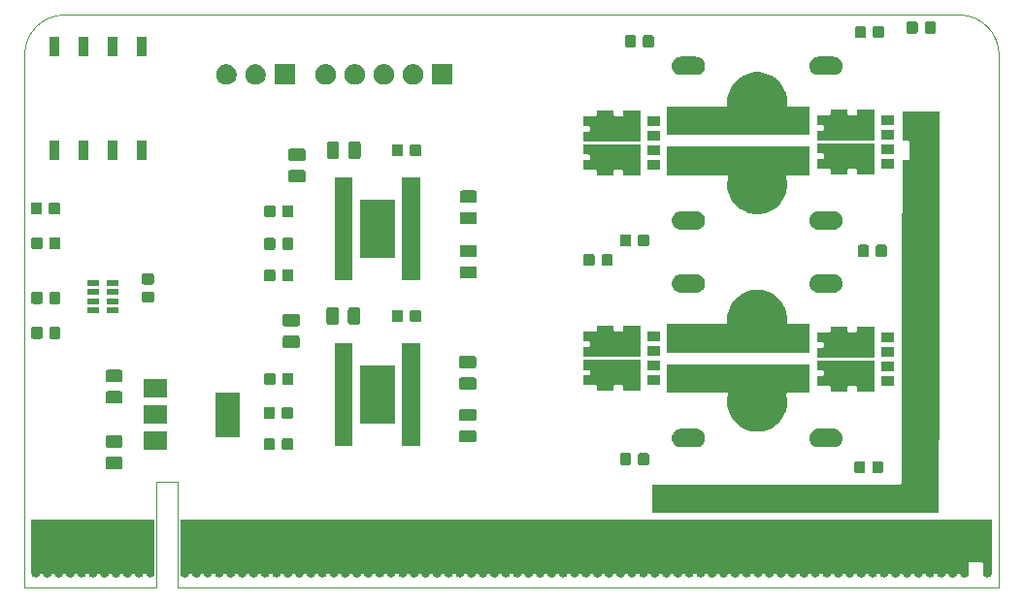
<source format=gts>
G04 #@! TF.GenerationSoftware,KiCad,Pcbnew,(5.1.5)-3*
G04 #@! TF.CreationDate,2019-12-28T00:48:41+09:00*
G04 #@! TF.ProjectId,H-Bridge-MD,482d4272-6964-4676-952d-4d442e6b6963,rev?*
G04 #@! TF.SameCoordinates,Original*
G04 #@! TF.FileFunction,Soldermask,Top*
G04 #@! TF.FilePolarity,Negative*
%FSLAX46Y46*%
G04 Gerber Fmt 4.6, Leading zero omitted, Abs format (unit mm)*
G04 Created by KiCad (PCBNEW (5.1.5)-3) date 2019-12-28 00:48:41*
%MOMM*%
%LPD*%
G04 APERTURE LIST*
%ADD10C,0.050000*%
%ADD11C,0.100000*%
G04 APERTURE END LIST*
D10*
X50000000Y-90000000D02*
X61468000Y-90000000D01*
X63373000Y-90000000D02*
X135000000Y-90000000D01*
X63373000Y-80772000D02*
X61468000Y-80772000D01*
X50000000Y-43500000D02*
G75*
G02X53500000Y-40000000I3500000J0D01*
G01*
X131500000Y-40000000D02*
G75*
G02X135000000Y-43500000I0J-3500000D01*
G01*
X63373000Y-80772000D02*
X63373000Y-90000000D01*
X61468000Y-90000000D02*
X61468000Y-80772000D01*
X131500000Y-40000000D02*
X53500000Y-40000000D01*
X50000000Y-43500000D02*
X50000000Y-90000000D01*
X135000000Y-43500000D02*
X135000000Y-90000000D01*
D11*
G36*
X134346000Y-88843689D02*
G01*
X134335443Y-88856553D01*
X134323893Y-88878161D01*
X134303207Y-88928103D01*
X134262058Y-88989686D01*
X134209686Y-89042058D01*
X134148103Y-89083207D01*
X134079675Y-89111550D01*
X134079674Y-89111550D01*
X134079672Y-89111551D01*
X134007034Y-89126000D01*
X133932966Y-89126000D01*
X133860328Y-89111551D01*
X133860326Y-89111550D01*
X133860325Y-89111550D01*
X133791897Y-89083207D01*
X133730314Y-89042058D01*
X133677942Y-88989686D01*
X133636793Y-88928103D01*
X133616107Y-88878161D01*
X133604557Y-88856553D01*
X133594000Y-88843690D01*
X133594000Y-87925999D01*
X133591598Y-87901613D01*
X133584485Y-87878164D01*
X133572934Y-87856553D01*
X133557389Y-87837611D01*
X133538447Y-87822066D01*
X133516836Y-87810515D01*
X133493387Y-87803402D01*
X133469001Y-87801000D01*
X132470999Y-87801000D01*
X132446613Y-87803402D01*
X132423164Y-87810515D01*
X132401553Y-87822066D01*
X132382611Y-87837611D01*
X132367066Y-87856553D01*
X132355515Y-87878164D01*
X132348402Y-87901613D01*
X132346000Y-87925999D01*
X132346000Y-88843689D01*
X132335443Y-88856553D01*
X132323893Y-88878161D01*
X132303207Y-88928103D01*
X132262058Y-88989686D01*
X132209686Y-89042058D01*
X132148103Y-89083207D01*
X132079675Y-89111550D01*
X132079674Y-89111550D01*
X132079672Y-89111551D01*
X132007034Y-89126000D01*
X131932966Y-89126000D01*
X131860328Y-89111551D01*
X131860326Y-89111550D01*
X131860325Y-89111550D01*
X131791897Y-89083207D01*
X131730314Y-89042058D01*
X131677942Y-88989686D01*
X131636793Y-88928103D01*
X131616107Y-88878161D01*
X131604557Y-88856553D01*
X131589011Y-88837611D01*
X131570069Y-88822066D01*
X131548459Y-88810515D01*
X131525010Y-88803402D01*
X131500624Y-88801000D01*
X131439376Y-88801000D01*
X131414990Y-88803402D01*
X131391541Y-88810515D01*
X131369930Y-88822066D01*
X131350988Y-88837611D01*
X131335443Y-88856553D01*
X131323893Y-88878161D01*
X131303207Y-88928103D01*
X131262058Y-88989686D01*
X131209686Y-89042058D01*
X131148103Y-89083207D01*
X131079675Y-89111550D01*
X131079674Y-89111550D01*
X131079672Y-89111551D01*
X131007034Y-89126000D01*
X130932966Y-89126000D01*
X130860328Y-89111551D01*
X130860326Y-89111550D01*
X130860325Y-89111550D01*
X130791897Y-89083207D01*
X130730314Y-89042058D01*
X130677942Y-88989686D01*
X130636793Y-88928103D01*
X130616107Y-88878161D01*
X130604557Y-88856553D01*
X130589011Y-88837611D01*
X130570069Y-88822066D01*
X130548459Y-88810515D01*
X130525010Y-88803402D01*
X130500624Y-88801000D01*
X130439376Y-88801000D01*
X130414990Y-88803402D01*
X130391541Y-88810515D01*
X130369930Y-88822066D01*
X130350988Y-88837611D01*
X130335443Y-88856553D01*
X130323893Y-88878161D01*
X130303207Y-88928103D01*
X130262058Y-88989686D01*
X130209686Y-89042058D01*
X130148103Y-89083207D01*
X130079675Y-89111550D01*
X130079674Y-89111550D01*
X130079672Y-89111551D01*
X130007034Y-89126000D01*
X129932966Y-89126000D01*
X129860328Y-89111551D01*
X129860326Y-89111550D01*
X129860325Y-89111550D01*
X129791897Y-89083207D01*
X129730314Y-89042058D01*
X129677942Y-88989686D01*
X129636793Y-88928103D01*
X129616107Y-88878161D01*
X129604557Y-88856553D01*
X129589011Y-88837611D01*
X129570069Y-88822066D01*
X129548459Y-88810515D01*
X129525010Y-88803402D01*
X129500624Y-88801000D01*
X129439376Y-88801000D01*
X129414990Y-88803402D01*
X129391541Y-88810515D01*
X129369930Y-88822066D01*
X129350988Y-88837611D01*
X129335443Y-88856553D01*
X129323893Y-88878161D01*
X129303207Y-88928103D01*
X129262058Y-88989686D01*
X129209686Y-89042058D01*
X129148103Y-89083207D01*
X129079675Y-89111550D01*
X129079674Y-89111550D01*
X129079672Y-89111551D01*
X129007034Y-89126000D01*
X128932966Y-89126000D01*
X128860328Y-89111551D01*
X128860326Y-89111550D01*
X128860325Y-89111550D01*
X128791897Y-89083207D01*
X128730314Y-89042058D01*
X128677942Y-88989686D01*
X128636793Y-88928103D01*
X128616107Y-88878161D01*
X128604557Y-88856553D01*
X128589011Y-88837611D01*
X128570069Y-88822066D01*
X128548459Y-88810515D01*
X128525010Y-88803402D01*
X128500624Y-88801000D01*
X128439376Y-88801000D01*
X128414990Y-88803402D01*
X128391541Y-88810515D01*
X128369930Y-88822066D01*
X128350988Y-88837611D01*
X128335443Y-88856553D01*
X128323893Y-88878161D01*
X128303207Y-88928103D01*
X128262058Y-88989686D01*
X128209686Y-89042058D01*
X128148103Y-89083207D01*
X128079675Y-89111550D01*
X128079674Y-89111550D01*
X128079672Y-89111551D01*
X128007034Y-89126000D01*
X127932966Y-89126000D01*
X127860328Y-89111551D01*
X127860326Y-89111550D01*
X127860325Y-89111550D01*
X127791897Y-89083207D01*
X127730314Y-89042058D01*
X127677942Y-88989686D01*
X127636793Y-88928103D01*
X127616107Y-88878161D01*
X127604557Y-88856553D01*
X127589011Y-88837611D01*
X127570069Y-88822066D01*
X127548459Y-88810515D01*
X127525010Y-88803402D01*
X127500624Y-88801000D01*
X127439376Y-88801000D01*
X127414990Y-88803402D01*
X127391541Y-88810515D01*
X127369930Y-88822066D01*
X127350988Y-88837611D01*
X127335443Y-88856553D01*
X127323893Y-88878161D01*
X127303207Y-88928103D01*
X127262058Y-88989686D01*
X127209686Y-89042058D01*
X127148103Y-89083207D01*
X127079675Y-89111550D01*
X127079674Y-89111550D01*
X127079672Y-89111551D01*
X127007034Y-89126000D01*
X126932966Y-89126000D01*
X126860328Y-89111551D01*
X126860326Y-89111550D01*
X126860325Y-89111550D01*
X126791897Y-89083207D01*
X126730314Y-89042058D01*
X126677942Y-88989686D01*
X126636793Y-88928103D01*
X126616107Y-88878161D01*
X126604557Y-88856553D01*
X126589011Y-88837611D01*
X126570069Y-88822066D01*
X126548459Y-88810515D01*
X126525010Y-88803402D01*
X126500624Y-88801000D01*
X126439376Y-88801000D01*
X126414990Y-88803402D01*
X126391541Y-88810515D01*
X126369930Y-88822066D01*
X126350988Y-88837611D01*
X126335443Y-88856553D01*
X126323893Y-88878161D01*
X126303207Y-88928103D01*
X126262058Y-88989686D01*
X126209686Y-89042058D01*
X126148103Y-89083207D01*
X126079675Y-89111550D01*
X126079674Y-89111550D01*
X126079672Y-89111551D01*
X126007034Y-89126000D01*
X125932966Y-89126000D01*
X125860328Y-89111551D01*
X125860326Y-89111550D01*
X125860325Y-89111550D01*
X125791897Y-89083207D01*
X125730314Y-89042058D01*
X125677942Y-88989686D01*
X125636793Y-88928103D01*
X125616107Y-88878161D01*
X125604557Y-88856553D01*
X125589011Y-88837611D01*
X125570069Y-88822066D01*
X125548459Y-88810515D01*
X125525010Y-88803402D01*
X125500624Y-88801000D01*
X125439376Y-88801000D01*
X125414990Y-88803402D01*
X125391541Y-88810515D01*
X125369930Y-88822066D01*
X125350988Y-88837611D01*
X125335443Y-88856553D01*
X125323893Y-88878161D01*
X125303207Y-88928103D01*
X125262058Y-88989686D01*
X125209686Y-89042058D01*
X125148103Y-89083207D01*
X125079675Y-89111550D01*
X125079674Y-89111550D01*
X125079672Y-89111551D01*
X125007034Y-89126000D01*
X124932966Y-89126000D01*
X124860328Y-89111551D01*
X124860326Y-89111550D01*
X124860325Y-89111550D01*
X124791897Y-89083207D01*
X124730314Y-89042058D01*
X124677942Y-88989686D01*
X124636793Y-88928103D01*
X124616107Y-88878161D01*
X124604557Y-88856553D01*
X124589011Y-88837611D01*
X124570069Y-88822066D01*
X124548459Y-88810515D01*
X124525010Y-88803402D01*
X124500624Y-88801000D01*
X124439376Y-88801000D01*
X124414990Y-88803402D01*
X124391541Y-88810515D01*
X124369930Y-88822066D01*
X124350988Y-88837611D01*
X124335443Y-88856553D01*
X124323893Y-88878161D01*
X124303207Y-88928103D01*
X124262058Y-88989686D01*
X124209686Y-89042058D01*
X124148103Y-89083207D01*
X124079675Y-89111550D01*
X124079674Y-89111550D01*
X124079672Y-89111551D01*
X124007034Y-89126000D01*
X123932966Y-89126000D01*
X123860328Y-89111551D01*
X123860326Y-89111550D01*
X123860325Y-89111550D01*
X123791897Y-89083207D01*
X123730314Y-89042058D01*
X123677942Y-88989686D01*
X123636793Y-88928103D01*
X123616107Y-88878161D01*
X123604557Y-88856553D01*
X123589011Y-88837611D01*
X123570069Y-88822066D01*
X123548459Y-88810515D01*
X123525010Y-88803402D01*
X123500624Y-88801000D01*
X123439376Y-88801000D01*
X123414990Y-88803402D01*
X123391541Y-88810515D01*
X123369930Y-88822066D01*
X123350988Y-88837611D01*
X123335443Y-88856553D01*
X123323893Y-88878161D01*
X123303207Y-88928103D01*
X123262058Y-88989686D01*
X123209686Y-89042058D01*
X123148103Y-89083207D01*
X123079675Y-89111550D01*
X123079674Y-89111550D01*
X123079672Y-89111551D01*
X123007034Y-89126000D01*
X122932966Y-89126000D01*
X122860328Y-89111551D01*
X122860326Y-89111550D01*
X122860325Y-89111550D01*
X122791897Y-89083207D01*
X122730314Y-89042058D01*
X122677942Y-88989686D01*
X122636793Y-88928103D01*
X122616107Y-88878161D01*
X122604557Y-88856553D01*
X122589011Y-88837611D01*
X122570069Y-88822066D01*
X122548459Y-88810515D01*
X122525010Y-88803402D01*
X122500624Y-88801000D01*
X122439376Y-88801000D01*
X122414990Y-88803402D01*
X122391541Y-88810515D01*
X122369930Y-88822066D01*
X122350988Y-88837611D01*
X122335443Y-88856553D01*
X122323893Y-88878161D01*
X122303207Y-88928103D01*
X122262058Y-88989686D01*
X122209686Y-89042058D01*
X122148103Y-89083207D01*
X122079675Y-89111550D01*
X122079674Y-89111550D01*
X122079672Y-89111551D01*
X122007034Y-89126000D01*
X121932966Y-89126000D01*
X121860328Y-89111551D01*
X121860326Y-89111550D01*
X121860325Y-89111550D01*
X121791897Y-89083207D01*
X121730314Y-89042058D01*
X121677942Y-88989686D01*
X121636793Y-88928103D01*
X121616107Y-88878161D01*
X121604557Y-88856553D01*
X121589011Y-88837611D01*
X121570069Y-88822066D01*
X121548459Y-88810515D01*
X121525010Y-88803402D01*
X121500624Y-88801000D01*
X121439376Y-88801000D01*
X121414990Y-88803402D01*
X121391541Y-88810515D01*
X121369930Y-88822066D01*
X121350988Y-88837611D01*
X121335443Y-88856553D01*
X121323893Y-88878161D01*
X121303207Y-88928103D01*
X121262058Y-88989686D01*
X121209686Y-89042058D01*
X121148103Y-89083207D01*
X121079675Y-89111550D01*
X121079674Y-89111550D01*
X121079672Y-89111551D01*
X121007034Y-89126000D01*
X120932966Y-89126000D01*
X120860328Y-89111551D01*
X120860326Y-89111550D01*
X120860325Y-89111550D01*
X120791897Y-89083207D01*
X120730314Y-89042058D01*
X120677942Y-88989686D01*
X120636793Y-88928103D01*
X120616107Y-88878161D01*
X120604557Y-88856553D01*
X120589011Y-88837611D01*
X120570069Y-88822066D01*
X120548459Y-88810515D01*
X120525010Y-88803402D01*
X120500624Y-88801000D01*
X120439376Y-88801000D01*
X120414990Y-88803402D01*
X120391541Y-88810515D01*
X120369930Y-88822066D01*
X120350988Y-88837611D01*
X120335443Y-88856553D01*
X120323893Y-88878161D01*
X120303207Y-88928103D01*
X120262058Y-88989686D01*
X120209686Y-89042058D01*
X120148103Y-89083207D01*
X120079675Y-89111550D01*
X120079674Y-89111550D01*
X120079672Y-89111551D01*
X120007034Y-89126000D01*
X119932966Y-89126000D01*
X119860328Y-89111551D01*
X119860326Y-89111550D01*
X119860325Y-89111550D01*
X119791897Y-89083207D01*
X119730314Y-89042058D01*
X119677942Y-88989686D01*
X119636793Y-88928103D01*
X119616107Y-88878161D01*
X119604557Y-88856553D01*
X119589011Y-88837611D01*
X119570069Y-88822066D01*
X119548459Y-88810515D01*
X119525010Y-88803402D01*
X119500624Y-88801000D01*
X119439376Y-88801000D01*
X119414990Y-88803402D01*
X119391541Y-88810515D01*
X119369930Y-88822066D01*
X119350988Y-88837611D01*
X119335443Y-88856553D01*
X119323893Y-88878161D01*
X119303207Y-88928103D01*
X119262058Y-88989686D01*
X119209686Y-89042058D01*
X119148103Y-89083207D01*
X119079675Y-89111550D01*
X119079674Y-89111550D01*
X119079672Y-89111551D01*
X119007034Y-89126000D01*
X118932966Y-89126000D01*
X118860328Y-89111551D01*
X118860326Y-89111550D01*
X118860325Y-89111550D01*
X118791897Y-89083207D01*
X118730314Y-89042058D01*
X118677942Y-88989686D01*
X118636793Y-88928103D01*
X118616107Y-88878161D01*
X118604557Y-88856553D01*
X118589011Y-88837611D01*
X118570069Y-88822066D01*
X118548459Y-88810515D01*
X118525010Y-88803402D01*
X118500624Y-88801000D01*
X118439376Y-88801000D01*
X118414990Y-88803402D01*
X118391541Y-88810515D01*
X118369930Y-88822066D01*
X118350988Y-88837611D01*
X118335443Y-88856553D01*
X118323893Y-88878161D01*
X118303207Y-88928103D01*
X118262058Y-88989686D01*
X118209686Y-89042058D01*
X118148103Y-89083207D01*
X118079675Y-89111550D01*
X118079674Y-89111550D01*
X118079672Y-89111551D01*
X118007034Y-89126000D01*
X117932966Y-89126000D01*
X117860328Y-89111551D01*
X117860326Y-89111550D01*
X117860325Y-89111550D01*
X117791897Y-89083207D01*
X117730314Y-89042058D01*
X117677942Y-88989686D01*
X117636793Y-88928103D01*
X117616107Y-88878161D01*
X117604557Y-88856553D01*
X117589011Y-88837611D01*
X117570069Y-88822066D01*
X117548459Y-88810515D01*
X117525010Y-88803402D01*
X117500624Y-88801000D01*
X117439376Y-88801000D01*
X117414990Y-88803402D01*
X117391541Y-88810515D01*
X117369930Y-88822066D01*
X117350988Y-88837611D01*
X117335443Y-88856553D01*
X117323893Y-88878161D01*
X117303207Y-88928103D01*
X117262058Y-88989686D01*
X117209686Y-89042058D01*
X117148103Y-89083207D01*
X117079675Y-89111550D01*
X117079674Y-89111550D01*
X117079672Y-89111551D01*
X117007034Y-89126000D01*
X116932966Y-89126000D01*
X116860328Y-89111551D01*
X116860326Y-89111550D01*
X116860325Y-89111550D01*
X116791897Y-89083207D01*
X116730314Y-89042058D01*
X116677942Y-88989686D01*
X116636793Y-88928103D01*
X116616107Y-88878161D01*
X116604557Y-88856553D01*
X116589011Y-88837611D01*
X116570069Y-88822066D01*
X116548459Y-88810515D01*
X116525010Y-88803402D01*
X116500624Y-88801000D01*
X116439376Y-88801000D01*
X116414990Y-88803402D01*
X116391541Y-88810515D01*
X116369930Y-88822066D01*
X116350988Y-88837611D01*
X116335443Y-88856553D01*
X116323893Y-88878161D01*
X116303207Y-88928103D01*
X116262058Y-88989686D01*
X116209686Y-89042058D01*
X116148103Y-89083207D01*
X116079675Y-89111550D01*
X116079674Y-89111550D01*
X116079672Y-89111551D01*
X116007034Y-89126000D01*
X115932966Y-89126000D01*
X115860328Y-89111551D01*
X115860326Y-89111550D01*
X115860325Y-89111550D01*
X115791897Y-89083207D01*
X115730314Y-89042058D01*
X115677942Y-88989686D01*
X115636793Y-88928103D01*
X115616107Y-88878161D01*
X115604557Y-88856553D01*
X115589011Y-88837611D01*
X115570069Y-88822066D01*
X115548459Y-88810515D01*
X115525010Y-88803402D01*
X115500624Y-88801000D01*
X115439376Y-88801000D01*
X115414990Y-88803402D01*
X115391541Y-88810515D01*
X115369930Y-88822066D01*
X115350988Y-88837611D01*
X115335443Y-88856553D01*
X115323893Y-88878161D01*
X115303207Y-88928103D01*
X115262058Y-88989686D01*
X115209686Y-89042058D01*
X115148103Y-89083207D01*
X115079675Y-89111550D01*
X115079674Y-89111550D01*
X115079672Y-89111551D01*
X115007034Y-89126000D01*
X114932966Y-89126000D01*
X114860328Y-89111551D01*
X114860326Y-89111550D01*
X114860325Y-89111550D01*
X114791897Y-89083207D01*
X114730314Y-89042058D01*
X114677942Y-88989686D01*
X114636793Y-88928103D01*
X114616107Y-88878161D01*
X114604557Y-88856553D01*
X114589011Y-88837611D01*
X114570069Y-88822066D01*
X114548459Y-88810515D01*
X114525010Y-88803402D01*
X114500624Y-88801000D01*
X114439376Y-88801000D01*
X114414990Y-88803402D01*
X114391541Y-88810515D01*
X114369930Y-88822066D01*
X114350988Y-88837611D01*
X114335443Y-88856553D01*
X114323893Y-88878161D01*
X114303207Y-88928103D01*
X114262058Y-88989686D01*
X114209686Y-89042058D01*
X114148103Y-89083207D01*
X114079675Y-89111550D01*
X114079674Y-89111550D01*
X114079672Y-89111551D01*
X114007034Y-89126000D01*
X113932966Y-89126000D01*
X113860328Y-89111551D01*
X113860326Y-89111550D01*
X113860325Y-89111550D01*
X113791897Y-89083207D01*
X113730314Y-89042058D01*
X113677942Y-88989686D01*
X113636793Y-88928103D01*
X113616107Y-88878161D01*
X113604557Y-88856553D01*
X113589011Y-88837611D01*
X113570069Y-88822066D01*
X113548459Y-88810515D01*
X113525010Y-88803402D01*
X113500624Y-88801000D01*
X113439376Y-88801000D01*
X113414990Y-88803402D01*
X113391541Y-88810515D01*
X113369930Y-88822066D01*
X113350988Y-88837611D01*
X113335443Y-88856553D01*
X113323893Y-88878161D01*
X113303207Y-88928103D01*
X113262058Y-88989686D01*
X113209686Y-89042058D01*
X113148103Y-89083207D01*
X113079675Y-89111550D01*
X113079674Y-89111550D01*
X113079672Y-89111551D01*
X113007034Y-89126000D01*
X112932966Y-89126000D01*
X112860328Y-89111551D01*
X112860326Y-89111550D01*
X112860325Y-89111550D01*
X112791897Y-89083207D01*
X112730314Y-89042058D01*
X112677942Y-88989686D01*
X112636793Y-88928103D01*
X112616107Y-88878161D01*
X112604557Y-88856553D01*
X112589011Y-88837611D01*
X112570069Y-88822066D01*
X112548459Y-88810515D01*
X112525010Y-88803402D01*
X112500624Y-88801000D01*
X112439376Y-88801000D01*
X112414990Y-88803402D01*
X112391541Y-88810515D01*
X112369930Y-88822066D01*
X112350988Y-88837611D01*
X112335443Y-88856553D01*
X112323893Y-88878161D01*
X112303207Y-88928103D01*
X112262058Y-88989686D01*
X112209686Y-89042058D01*
X112148103Y-89083207D01*
X112079675Y-89111550D01*
X112079674Y-89111550D01*
X112079672Y-89111551D01*
X112007034Y-89126000D01*
X111932966Y-89126000D01*
X111860328Y-89111551D01*
X111860326Y-89111550D01*
X111860325Y-89111550D01*
X111791897Y-89083207D01*
X111730314Y-89042058D01*
X111677942Y-88989686D01*
X111636793Y-88928103D01*
X111616107Y-88878161D01*
X111604557Y-88856553D01*
X111589011Y-88837611D01*
X111570069Y-88822066D01*
X111548459Y-88810515D01*
X111525010Y-88803402D01*
X111500624Y-88801000D01*
X111439376Y-88801000D01*
X111414990Y-88803402D01*
X111391541Y-88810515D01*
X111369930Y-88822066D01*
X111350988Y-88837611D01*
X111335443Y-88856553D01*
X111323893Y-88878161D01*
X111303207Y-88928103D01*
X111262058Y-88989686D01*
X111209686Y-89042058D01*
X111148103Y-89083207D01*
X111079675Y-89111550D01*
X111079674Y-89111550D01*
X111079672Y-89111551D01*
X111007034Y-89126000D01*
X110932966Y-89126000D01*
X110860328Y-89111551D01*
X110860326Y-89111550D01*
X110860325Y-89111550D01*
X110791897Y-89083207D01*
X110730314Y-89042058D01*
X110677942Y-88989686D01*
X110636793Y-88928103D01*
X110616107Y-88878161D01*
X110604557Y-88856553D01*
X110589011Y-88837611D01*
X110570069Y-88822066D01*
X110548459Y-88810515D01*
X110525010Y-88803402D01*
X110500624Y-88801000D01*
X110439376Y-88801000D01*
X110414990Y-88803402D01*
X110391541Y-88810515D01*
X110369930Y-88822066D01*
X110350988Y-88837611D01*
X110335443Y-88856553D01*
X110323893Y-88878161D01*
X110303207Y-88928103D01*
X110262058Y-88989686D01*
X110209686Y-89042058D01*
X110148103Y-89083207D01*
X110079675Y-89111550D01*
X110079674Y-89111550D01*
X110079672Y-89111551D01*
X110007034Y-89126000D01*
X109932966Y-89126000D01*
X109860328Y-89111551D01*
X109860326Y-89111550D01*
X109860325Y-89111550D01*
X109791897Y-89083207D01*
X109730314Y-89042058D01*
X109677942Y-88989686D01*
X109636793Y-88928103D01*
X109616107Y-88878161D01*
X109604557Y-88856553D01*
X109589011Y-88837611D01*
X109570069Y-88822066D01*
X109548459Y-88810515D01*
X109525010Y-88803402D01*
X109500624Y-88801000D01*
X109439376Y-88801000D01*
X109414990Y-88803402D01*
X109391541Y-88810515D01*
X109369930Y-88822066D01*
X109350988Y-88837611D01*
X109335443Y-88856553D01*
X109323893Y-88878161D01*
X109303207Y-88928103D01*
X109262058Y-88989686D01*
X109209686Y-89042058D01*
X109148103Y-89083207D01*
X109079675Y-89111550D01*
X109079674Y-89111550D01*
X109079672Y-89111551D01*
X109007034Y-89126000D01*
X108932966Y-89126000D01*
X108860328Y-89111551D01*
X108860326Y-89111550D01*
X108860325Y-89111550D01*
X108791897Y-89083207D01*
X108730314Y-89042058D01*
X108677942Y-88989686D01*
X108636793Y-88928103D01*
X108616107Y-88878161D01*
X108604557Y-88856553D01*
X108589011Y-88837611D01*
X108570069Y-88822066D01*
X108548459Y-88810515D01*
X108525010Y-88803402D01*
X108500624Y-88801000D01*
X108439376Y-88801000D01*
X108414990Y-88803402D01*
X108391541Y-88810515D01*
X108369930Y-88822066D01*
X108350988Y-88837611D01*
X108335443Y-88856553D01*
X108323893Y-88878161D01*
X108303207Y-88928103D01*
X108262058Y-88989686D01*
X108209686Y-89042058D01*
X108148103Y-89083207D01*
X108079675Y-89111550D01*
X108079674Y-89111550D01*
X108079672Y-89111551D01*
X108007034Y-89126000D01*
X107932966Y-89126000D01*
X107860328Y-89111551D01*
X107860326Y-89111550D01*
X107860325Y-89111550D01*
X107791897Y-89083207D01*
X107730314Y-89042058D01*
X107677942Y-88989686D01*
X107636793Y-88928103D01*
X107616107Y-88878161D01*
X107604557Y-88856553D01*
X107589011Y-88837611D01*
X107570069Y-88822066D01*
X107548459Y-88810515D01*
X107525010Y-88803402D01*
X107500624Y-88801000D01*
X107439376Y-88801000D01*
X107414990Y-88803402D01*
X107391541Y-88810515D01*
X107369930Y-88822066D01*
X107350988Y-88837611D01*
X107335443Y-88856553D01*
X107323893Y-88878161D01*
X107303207Y-88928103D01*
X107262058Y-88989686D01*
X107209686Y-89042058D01*
X107148103Y-89083207D01*
X107079675Y-89111550D01*
X107079674Y-89111550D01*
X107079672Y-89111551D01*
X107007034Y-89126000D01*
X106932966Y-89126000D01*
X106860328Y-89111551D01*
X106860326Y-89111550D01*
X106860325Y-89111550D01*
X106791897Y-89083207D01*
X106730314Y-89042058D01*
X106677942Y-88989686D01*
X106636793Y-88928103D01*
X106616107Y-88878161D01*
X106604557Y-88856553D01*
X106589011Y-88837611D01*
X106570069Y-88822066D01*
X106548459Y-88810515D01*
X106525010Y-88803402D01*
X106500624Y-88801000D01*
X106439376Y-88801000D01*
X106414990Y-88803402D01*
X106391541Y-88810515D01*
X106369930Y-88822066D01*
X106350988Y-88837611D01*
X106335443Y-88856553D01*
X106323893Y-88878161D01*
X106303207Y-88928103D01*
X106262058Y-88989686D01*
X106209686Y-89042058D01*
X106148103Y-89083207D01*
X106079675Y-89111550D01*
X106079674Y-89111550D01*
X106079672Y-89111551D01*
X106007034Y-89126000D01*
X105932966Y-89126000D01*
X105860328Y-89111551D01*
X105860326Y-89111550D01*
X105860325Y-89111550D01*
X105791897Y-89083207D01*
X105730314Y-89042058D01*
X105677942Y-88989686D01*
X105636793Y-88928103D01*
X105616107Y-88878161D01*
X105604557Y-88856553D01*
X105589011Y-88837611D01*
X105570069Y-88822066D01*
X105548459Y-88810515D01*
X105525010Y-88803402D01*
X105500624Y-88801000D01*
X105439376Y-88801000D01*
X105414990Y-88803402D01*
X105391541Y-88810515D01*
X105369930Y-88822066D01*
X105350988Y-88837611D01*
X105335443Y-88856553D01*
X105323893Y-88878161D01*
X105303207Y-88928103D01*
X105262058Y-88989686D01*
X105209686Y-89042058D01*
X105148103Y-89083207D01*
X105079675Y-89111550D01*
X105079674Y-89111550D01*
X105079672Y-89111551D01*
X105007034Y-89126000D01*
X104932966Y-89126000D01*
X104860328Y-89111551D01*
X104860326Y-89111550D01*
X104860325Y-89111550D01*
X104791897Y-89083207D01*
X104730314Y-89042058D01*
X104677942Y-88989686D01*
X104636793Y-88928103D01*
X104616107Y-88878161D01*
X104604557Y-88856553D01*
X104589011Y-88837611D01*
X104570069Y-88822066D01*
X104548459Y-88810515D01*
X104525010Y-88803402D01*
X104500624Y-88801000D01*
X104439376Y-88801000D01*
X104414990Y-88803402D01*
X104391541Y-88810515D01*
X104369930Y-88822066D01*
X104350988Y-88837611D01*
X104335443Y-88856553D01*
X104323893Y-88878161D01*
X104303207Y-88928103D01*
X104262058Y-88989686D01*
X104209686Y-89042058D01*
X104148103Y-89083207D01*
X104079675Y-89111550D01*
X104079674Y-89111550D01*
X104079672Y-89111551D01*
X104007034Y-89126000D01*
X103932966Y-89126000D01*
X103860328Y-89111551D01*
X103860326Y-89111550D01*
X103860325Y-89111550D01*
X103791897Y-89083207D01*
X103730314Y-89042058D01*
X103677942Y-88989686D01*
X103636793Y-88928103D01*
X103616107Y-88878161D01*
X103604557Y-88856553D01*
X103589011Y-88837611D01*
X103570069Y-88822066D01*
X103548459Y-88810515D01*
X103525010Y-88803402D01*
X103500624Y-88801000D01*
X103439376Y-88801000D01*
X103414990Y-88803402D01*
X103391541Y-88810515D01*
X103369930Y-88822066D01*
X103350988Y-88837611D01*
X103335443Y-88856553D01*
X103323893Y-88878161D01*
X103303207Y-88928103D01*
X103262058Y-88989686D01*
X103209686Y-89042058D01*
X103148103Y-89083207D01*
X103079675Y-89111550D01*
X103079674Y-89111550D01*
X103079672Y-89111551D01*
X103007034Y-89126000D01*
X102932966Y-89126000D01*
X102860328Y-89111551D01*
X102860326Y-89111550D01*
X102860325Y-89111550D01*
X102791897Y-89083207D01*
X102730314Y-89042058D01*
X102677942Y-88989686D01*
X102636793Y-88928103D01*
X102616107Y-88878161D01*
X102604557Y-88856553D01*
X102589011Y-88837611D01*
X102570069Y-88822066D01*
X102548459Y-88810515D01*
X102525010Y-88803402D01*
X102500624Y-88801000D01*
X102439376Y-88801000D01*
X102414990Y-88803402D01*
X102391541Y-88810515D01*
X102369930Y-88822066D01*
X102350988Y-88837611D01*
X102335443Y-88856553D01*
X102323893Y-88878161D01*
X102303207Y-88928103D01*
X102262058Y-88989686D01*
X102209686Y-89042058D01*
X102148103Y-89083207D01*
X102079675Y-89111550D01*
X102079674Y-89111550D01*
X102079672Y-89111551D01*
X102007034Y-89126000D01*
X101932966Y-89126000D01*
X101860328Y-89111551D01*
X101860326Y-89111550D01*
X101860325Y-89111550D01*
X101791897Y-89083207D01*
X101730314Y-89042058D01*
X101677942Y-88989686D01*
X101636793Y-88928103D01*
X101616107Y-88878161D01*
X101604557Y-88856553D01*
X101589011Y-88837611D01*
X101570069Y-88822066D01*
X101548459Y-88810515D01*
X101525010Y-88803402D01*
X101500624Y-88801000D01*
X101439376Y-88801000D01*
X101414990Y-88803402D01*
X101391541Y-88810515D01*
X101369930Y-88822066D01*
X101350988Y-88837611D01*
X101335443Y-88856553D01*
X101323893Y-88878161D01*
X101303207Y-88928103D01*
X101262058Y-88989686D01*
X101209686Y-89042058D01*
X101148103Y-89083207D01*
X101079675Y-89111550D01*
X101079674Y-89111550D01*
X101079672Y-89111551D01*
X101007034Y-89126000D01*
X100932966Y-89126000D01*
X100860328Y-89111551D01*
X100860326Y-89111550D01*
X100860325Y-89111550D01*
X100791897Y-89083207D01*
X100730314Y-89042058D01*
X100677942Y-88989686D01*
X100636793Y-88928103D01*
X100616107Y-88878161D01*
X100604557Y-88856553D01*
X100589011Y-88837611D01*
X100570069Y-88822066D01*
X100548459Y-88810515D01*
X100525010Y-88803402D01*
X100500624Y-88801000D01*
X100439376Y-88801000D01*
X100414990Y-88803402D01*
X100391541Y-88810515D01*
X100369930Y-88822066D01*
X100350988Y-88837611D01*
X100335443Y-88856553D01*
X100323893Y-88878161D01*
X100303207Y-88928103D01*
X100262058Y-88989686D01*
X100209686Y-89042058D01*
X100148103Y-89083207D01*
X100079675Y-89111550D01*
X100079674Y-89111550D01*
X100079672Y-89111551D01*
X100007034Y-89126000D01*
X99932966Y-89126000D01*
X99860328Y-89111551D01*
X99860326Y-89111550D01*
X99860325Y-89111550D01*
X99791897Y-89083207D01*
X99730314Y-89042058D01*
X99677942Y-88989686D01*
X99636793Y-88928103D01*
X99616107Y-88878161D01*
X99604557Y-88856553D01*
X99589011Y-88837611D01*
X99570069Y-88822066D01*
X99548459Y-88810515D01*
X99525010Y-88803402D01*
X99500624Y-88801000D01*
X99439376Y-88801000D01*
X99414990Y-88803402D01*
X99391541Y-88810515D01*
X99369930Y-88822066D01*
X99350988Y-88837611D01*
X99335443Y-88856553D01*
X99323893Y-88878161D01*
X99303207Y-88928103D01*
X99262058Y-88989686D01*
X99209686Y-89042058D01*
X99148103Y-89083207D01*
X99079675Y-89111550D01*
X99079674Y-89111550D01*
X99079672Y-89111551D01*
X99007034Y-89126000D01*
X98932966Y-89126000D01*
X98860328Y-89111551D01*
X98860326Y-89111550D01*
X98860325Y-89111550D01*
X98791897Y-89083207D01*
X98730314Y-89042058D01*
X98677942Y-88989686D01*
X98636793Y-88928103D01*
X98616107Y-88878161D01*
X98604557Y-88856553D01*
X98589011Y-88837611D01*
X98570069Y-88822066D01*
X98548459Y-88810515D01*
X98525010Y-88803402D01*
X98500624Y-88801000D01*
X98439376Y-88801000D01*
X98414990Y-88803402D01*
X98391541Y-88810515D01*
X98369930Y-88822066D01*
X98350988Y-88837611D01*
X98335443Y-88856553D01*
X98323893Y-88878161D01*
X98303207Y-88928103D01*
X98262058Y-88989686D01*
X98209686Y-89042058D01*
X98148103Y-89083207D01*
X98079675Y-89111550D01*
X98079674Y-89111550D01*
X98079672Y-89111551D01*
X98007034Y-89126000D01*
X97932966Y-89126000D01*
X97860328Y-89111551D01*
X97860326Y-89111550D01*
X97860325Y-89111550D01*
X97791897Y-89083207D01*
X97730314Y-89042058D01*
X97677942Y-88989686D01*
X97636793Y-88928103D01*
X97616107Y-88878161D01*
X97604557Y-88856553D01*
X97589011Y-88837611D01*
X97570069Y-88822066D01*
X97548459Y-88810515D01*
X97525010Y-88803402D01*
X97500624Y-88801000D01*
X97439376Y-88801000D01*
X97414990Y-88803402D01*
X97391541Y-88810515D01*
X97369930Y-88822066D01*
X97350988Y-88837611D01*
X97335443Y-88856553D01*
X97323893Y-88878161D01*
X97303207Y-88928103D01*
X97262058Y-88989686D01*
X97209686Y-89042058D01*
X97148103Y-89083207D01*
X97079675Y-89111550D01*
X97079674Y-89111550D01*
X97079672Y-89111551D01*
X97007034Y-89126000D01*
X96932966Y-89126000D01*
X96860328Y-89111551D01*
X96860326Y-89111550D01*
X96860325Y-89111550D01*
X96791897Y-89083207D01*
X96730314Y-89042058D01*
X96677942Y-88989686D01*
X96636793Y-88928103D01*
X96616107Y-88878161D01*
X96604557Y-88856553D01*
X96589011Y-88837611D01*
X96570069Y-88822066D01*
X96548459Y-88810515D01*
X96525010Y-88803402D01*
X96500624Y-88801000D01*
X96439376Y-88801000D01*
X96414990Y-88803402D01*
X96391541Y-88810515D01*
X96369930Y-88822066D01*
X96350988Y-88837611D01*
X96335443Y-88856553D01*
X96323893Y-88878161D01*
X96303207Y-88928103D01*
X96262058Y-88989686D01*
X96209686Y-89042058D01*
X96148103Y-89083207D01*
X96079675Y-89111550D01*
X96079674Y-89111550D01*
X96079672Y-89111551D01*
X96007034Y-89126000D01*
X95932966Y-89126000D01*
X95860328Y-89111551D01*
X95860326Y-89111550D01*
X95860325Y-89111550D01*
X95791897Y-89083207D01*
X95730314Y-89042058D01*
X95677942Y-88989686D01*
X95636793Y-88928103D01*
X95616107Y-88878161D01*
X95604557Y-88856553D01*
X95589011Y-88837611D01*
X95570069Y-88822066D01*
X95548459Y-88810515D01*
X95525010Y-88803402D01*
X95500624Y-88801000D01*
X95439376Y-88801000D01*
X95414990Y-88803402D01*
X95391541Y-88810515D01*
X95369930Y-88822066D01*
X95350988Y-88837611D01*
X95335443Y-88856553D01*
X95323893Y-88878161D01*
X95303207Y-88928103D01*
X95262058Y-88989686D01*
X95209686Y-89042058D01*
X95148103Y-89083207D01*
X95079675Y-89111550D01*
X95079674Y-89111550D01*
X95079672Y-89111551D01*
X95007034Y-89126000D01*
X94932966Y-89126000D01*
X94860328Y-89111551D01*
X94860326Y-89111550D01*
X94860325Y-89111550D01*
X94791897Y-89083207D01*
X94730314Y-89042058D01*
X94677942Y-88989686D01*
X94636793Y-88928103D01*
X94616107Y-88878161D01*
X94604557Y-88856553D01*
X94589011Y-88837611D01*
X94570069Y-88822066D01*
X94548459Y-88810515D01*
X94525010Y-88803402D01*
X94500624Y-88801000D01*
X94439376Y-88801000D01*
X94414990Y-88803402D01*
X94391541Y-88810515D01*
X94369930Y-88822066D01*
X94350988Y-88837611D01*
X94335443Y-88856553D01*
X94323893Y-88878161D01*
X94303207Y-88928103D01*
X94262058Y-88989686D01*
X94209686Y-89042058D01*
X94148103Y-89083207D01*
X94079675Y-89111550D01*
X94079674Y-89111550D01*
X94079672Y-89111551D01*
X94007034Y-89126000D01*
X93932966Y-89126000D01*
X93860328Y-89111551D01*
X93860326Y-89111550D01*
X93860325Y-89111550D01*
X93791897Y-89083207D01*
X93730314Y-89042058D01*
X93677942Y-88989686D01*
X93636793Y-88928103D01*
X93616107Y-88878161D01*
X93604557Y-88856553D01*
X93589011Y-88837611D01*
X93570069Y-88822066D01*
X93548459Y-88810515D01*
X93525010Y-88803402D01*
X93500624Y-88801000D01*
X93439376Y-88801000D01*
X93414990Y-88803402D01*
X93391541Y-88810515D01*
X93369930Y-88822066D01*
X93350988Y-88837611D01*
X93335443Y-88856553D01*
X93323893Y-88878161D01*
X93303207Y-88928103D01*
X93262058Y-88989686D01*
X93209686Y-89042058D01*
X93148103Y-89083207D01*
X93079675Y-89111550D01*
X93079674Y-89111550D01*
X93079672Y-89111551D01*
X93007034Y-89126000D01*
X92932966Y-89126000D01*
X92860328Y-89111551D01*
X92860326Y-89111550D01*
X92860325Y-89111550D01*
X92791897Y-89083207D01*
X92730314Y-89042058D01*
X92677942Y-88989686D01*
X92636793Y-88928103D01*
X92616107Y-88878161D01*
X92604557Y-88856553D01*
X92589011Y-88837611D01*
X92570069Y-88822066D01*
X92548459Y-88810515D01*
X92525010Y-88803402D01*
X92500624Y-88801000D01*
X92439376Y-88801000D01*
X92414990Y-88803402D01*
X92391541Y-88810515D01*
X92369930Y-88822066D01*
X92350988Y-88837611D01*
X92335443Y-88856553D01*
X92323893Y-88878161D01*
X92303207Y-88928103D01*
X92262058Y-88989686D01*
X92209686Y-89042058D01*
X92148103Y-89083207D01*
X92079675Y-89111550D01*
X92079674Y-89111550D01*
X92079672Y-89111551D01*
X92007034Y-89126000D01*
X91932966Y-89126000D01*
X91860328Y-89111551D01*
X91860326Y-89111550D01*
X91860325Y-89111550D01*
X91791897Y-89083207D01*
X91730314Y-89042058D01*
X91677942Y-88989686D01*
X91636793Y-88928103D01*
X91616107Y-88878161D01*
X91604557Y-88856553D01*
X91589011Y-88837611D01*
X91570069Y-88822066D01*
X91548459Y-88810515D01*
X91525010Y-88803402D01*
X91500624Y-88801000D01*
X91439376Y-88801000D01*
X91414990Y-88803402D01*
X91391541Y-88810515D01*
X91369930Y-88822066D01*
X91350988Y-88837611D01*
X91335443Y-88856553D01*
X91323893Y-88878161D01*
X91303207Y-88928103D01*
X91262058Y-88989686D01*
X91209686Y-89042058D01*
X91148103Y-89083207D01*
X91079675Y-89111550D01*
X91079674Y-89111550D01*
X91079672Y-89111551D01*
X91007034Y-89126000D01*
X90932966Y-89126000D01*
X90860328Y-89111551D01*
X90860326Y-89111550D01*
X90860325Y-89111550D01*
X90791897Y-89083207D01*
X90730314Y-89042058D01*
X90677942Y-88989686D01*
X90636793Y-88928103D01*
X90616107Y-88878161D01*
X90604557Y-88856553D01*
X90589011Y-88837611D01*
X90570069Y-88822066D01*
X90548459Y-88810515D01*
X90525010Y-88803402D01*
X90500624Y-88801000D01*
X90439376Y-88801000D01*
X90414990Y-88803402D01*
X90391541Y-88810515D01*
X90369930Y-88822066D01*
X90350988Y-88837611D01*
X90335443Y-88856553D01*
X90323893Y-88878161D01*
X90303207Y-88928103D01*
X90262058Y-88989686D01*
X90209686Y-89042058D01*
X90148103Y-89083207D01*
X90079675Y-89111550D01*
X90079674Y-89111550D01*
X90079672Y-89111551D01*
X90007034Y-89126000D01*
X89932966Y-89126000D01*
X89860328Y-89111551D01*
X89860326Y-89111550D01*
X89860325Y-89111550D01*
X89791897Y-89083207D01*
X89730314Y-89042058D01*
X89677942Y-88989686D01*
X89636793Y-88928103D01*
X89616107Y-88878161D01*
X89604557Y-88856553D01*
X89589011Y-88837611D01*
X89570069Y-88822066D01*
X89548459Y-88810515D01*
X89525010Y-88803402D01*
X89500624Y-88801000D01*
X89439376Y-88801000D01*
X89414990Y-88803402D01*
X89391541Y-88810515D01*
X89369930Y-88822066D01*
X89350988Y-88837611D01*
X89335443Y-88856553D01*
X89323893Y-88878161D01*
X89303207Y-88928103D01*
X89262058Y-88989686D01*
X89209686Y-89042058D01*
X89148103Y-89083207D01*
X89079675Y-89111550D01*
X89079674Y-89111550D01*
X89079672Y-89111551D01*
X89007034Y-89126000D01*
X88932966Y-89126000D01*
X88860328Y-89111551D01*
X88860326Y-89111550D01*
X88860325Y-89111550D01*
X88791897Y-89083207D01*
X88730314Y-89042058D01*
X88677942Y-88989686D01*
X88636793Y-88928103D01*
X88616107Y-88878161D01*
X88604557Y-88856553D01*
X88589011Y-88837611D01*
X88570069Y-88822066D01*
X88548459Y-88810515D01*
X88525010Y-88803402D01*
X88500624Y-88801000D01*
X88439376Y-88801000D01*
X88414990Y-88803402D01*
X88391541Y-88810515D01*
X88369930Y-88822066D01*
X88350988Y-88837611D01*
X88335443Y-88856553D01*
X88323893Y-88878161D01*
X88303207Y-88928103D01*
X88262058Y-88989686D01*
X88209686Y-89042058D01*
X88148103Y-89083207D01*
X88079675Y-89111550D01*
X88079674Y-89111550D01*
X88079672Y-89111551D01*
X88007034Y-89126000D01*
X87932966Y-89126000D01*
X87860328Y-89111551D01*
X87860326Y-89111550D01*
X87860325Y-89111550D01*
X87791897Y-89083207D01*
X87730314Y-89042058D01*
X87677942Y-88989686D01*
X87636793Y-88928103D01*
X87616107Y-88878161D01*
X87604557Y-88856553D01*
X87589011Y-88837611D01*
X87570069Y-88822066D01*
X87548459Y-88810515D01*
X87525010Y-88803402D01*
X87500624Y-88801000D01*
X87439376Y-88801000D01*
X87414990Y-88803402D01*
X87391541Y-88810515D01*
X87369930Y-88822066D01*
X87350988Y-88837611D01*
X87335443Y-88856553D01*
X87323893Y-88878161D01*
X87303207Y-88928103D01*
X87262058Y-88989686D01*
X87209686Y-89042058D01*
X87148103Y-89083207D01*
X87079675Y-89111550D01*
X87079674Y-89111550D01*
X87079672Y-89111551D01*
X87007034Y-89126000D01*
X86932966Y-89126000D01*
X86860328Y-89111551D01*
X86860326Y-89111550D01*
X86860325Y-89111550D01*
X86791897Y-89083207D01*
X86730314Y-89042058D01*
X86677942Y-88989686D01*
X86636793Y-88928103D01*
X86616107Y-88878161D01*
X86604557Y-88856553D01*
X86589011Y-88837611D01*
X86570069Y-88822066D01*
X86548459Y-88810515D01*
X86525010Y-88803402D01*
X86500624Y-88801000D01*
X86439376Y-88801000D01*
X86414990Y-88803402D01*
X86391541Y-88810515D01*
X86369930Y-88822066D01*
X86350988Y-88837611D01*
X86335443Y-88856553D01*
X86323893Y-88878161D01*
X86303207Y-88928103D01*
X86262058Y-88989686D01*
X86209686Y-89042058D01*
X86148103Y-89083207D01*
X86079675Y-89111550D01*
X86079674Y-89111550D01*
X86079672Y-89111551D01*
X86007034Y-89126000D01*
X85932966Y-89126000D01*
X85860328Y-89111551D01*
X85860326Y-89111550D01*
X85860325Y-89111550D01*
X85791897Y-89083207D01*
X85730314Y-89042058D01*
X85677942Y-88989686D01*
X85636793Y-88928103D01*
X85616107Y-88878161D01*
X85604557Y-88856553D01*
X85589011Y-88837611D01*
X85570069Y-88822066D01*
X85548459Y-88810515D01*
X85525010Y-88803402D01*
X85500624Y-88801000D01*
X85439376Y-88801000D01*
X85414990Y-88803402D01*
X85391541Y-88810515D01*
X85369930Y-88822066D01*
X85350988Y-88837611D01*
X85335443Y-88856553D01*
X85323893Y-88878161D01*
X85303207Y-88928103D01*
X85262058Y-88989686D01*
X85209686Y-89042058D01*
X85148103Y-89083207D01*
X85079675Y-89111550D01*
X85079674Y-89111550D01*
X85079672Y-89111551D01*
X85007034Y-89126000D01*
X84932966Y-89126000D01*
X84860328Y-89111551D01*
X84860326Y-89111550D01*
X84860325Y-89111550D01*
X84791897Y-89083207D01*
X84730314Y-89042058D01*
X84677942Y-88989686D01*
X84636793Y-88928103D01*
X84616107Y-88878161D01*
X84604557Y-88856553D01*
X84589011Y-88837611D01*
X84570069Y-88822066D01*
X84548459Y-88810515D01*
X84525010Y-88803402D01*
X84500624Y-88801000D01*
X84439376Y-88801000D01*
X84414990Y-88803402D01*
X84391541Y-88810515D01*
X84369930Y-88822066D01*
X84350988Y-88837611D01*
X84335443Y-88856553D01*
X84323893Y-88878161D01*
X84303207Y-88928103D01*
X84262058Y-88989686D01*
X84209686Y-89042058D01*
X84148103Y-89083207D01*
X84079675Y-89111550D01*
X84079674Y-89111550D01*
X84079672Y-89111551D01*
X84007034Y-89126000D01*
X83932966Y-89126000D01*
X83860328Y-89111551D01*
X83860326Y-89111550D01*
X83860325Y-89111550D01*
X83791897Y-89083207D01*
X83730314Y-89042058D01*
X83677942Y-88989686D01*
X83636793Y-88928103D01*
X83616107Y-88878161D01*
X83604557Y-88856553D01*
X83589011Y-88837611D01*
X83570069Y-88822066D01*
X83548459Y-88810515D01*
X83525010Y-88803402D01*
X83500624Y-88801000D01*
X83439376Y-88801000D01*
X83414990Y-88803402D01*
X83391541Y-88810515D01*
X83369930Y-88822066D01*
X83350988Y-88837611D01*
X83335443Y-88856553D01*
X83323893Y-88878161D01*
X83303207Y-88928103D01*
X83262058Y-88989686D01*
X83209686Y-89042058D01*
X83148103Y-89083207D01*
X83079675Y-89111550D01*
X83079674Y-89111550D01*
X83079672Y-89111551D01*
X83007034Y-89126000D01*
X82932966Y-89126000D01*
X82860328Y-89111551D01*
X82860326Y-89111550D01*
X82860325Y-89111550D01*
X82791897Y-89083207D01*
X82730314Y-89042058D01*
X82677942Y-88989686D01*
X82636793Y-88928103D01*
X82616107Y-88878161D01*
X82604557Y-88856553D01*
X82589011Y-88837611D01*
X82570069Y-88822066D01*
X82548459Y-88810515D01*
X82525010Y-88803402D01*
X82500624Y-88801000D01*
X82439376Y-88801000D01*
X82414990Y-88803402D01*
X82391541Y-88810515D01*
X82369930Y-88822066D01*
X82350988Y-88837611D01*
X82335443Y-88856553D01*
X82323893Y-88878161D01*
X82303207Y-88928103D01*
X82262058Y-88989686D01*
X82209686Y-89042058D01*
X82148103Y-89083207D01*
X82079675Y-89111550D01*
X82079674Y-89111550D01*
X82079672Y-89111551D01*
X82007034Y-89126000D01*
X81932966Y-89126000D01*
X81860328Y-89111551D01*
X81860326Y-89111550D01*
X81860325Y-89111550D01*
X81791897Y-89083207D01*
X81730314Y-89042058D01*
X81677942Y-88989686D01*
X81636793Y-88928103D01*
X81616107Y-88878161D01*
X81604557Y-88856553D01*
X81589011Y-88837611D01*
X81570069Y-88822066D01*
X81548459Y-88810515D01*
X81525010Y-88803402D01*
X81500624Y-88801000D01*
X81439376Y-88801000D01*
X81414990Y-88803402D01*
X81391541Y-88810515D01*
X81369930Y-88822066D01*
X81350988Y-88837611D01*
X81335443Y-88856553D01*
X81323893Y-88878161D01*
X81303207Y-88928103D01*
X81262058Y-88989686D01*
X81209686Y-89042058D01*
X81148103Y-89083207D01*
X81079675Y-89111550D01*
X81079674Y-89111550D01*
X81079672Y-89111551D01*
X81007034Y-89126000D01*
X80932966Y-89126000D01*
X80860328Y-89111551D01*
X80860326Y-89111550D01*
X80860325Y-89111550D01*
X80791897Y-89083207D01*
X80730314Y-89042058D01*
X80677942Y-88989686D01*
X80636793Y-88928103D01*
X80616107Y-88878161D01*
X80604557Y-88856553D01*
X80589011Y-88837611D01*
X80570069Y-88822066D01*
X80548459Y-88810515D01*
X80525010Y-88803402D01*
X80500624Y-88801000D01*
X80439376Y-88801000D01*
X80414990Y-88803402D01*
X80391541Y-88810515D01*
X80369930Y-88822066D01*
X80350988Y-88837611D01*
X80335443Y-88856553D01*
X80323893Y-88878161D01*
X80303207Y-88928103D01*
X80262058Y-88989686D01*
X80209686Y-89042058D01*
X80148103Y-89083207D01*
X80079675Y-89111550D01*
X80079674Y-89111550D01*
X80079672Y-89111551D01*
X80007034Y-89126000D01*
X79932966Y-89126000D01*
X79860328Y-89111551D01*
X79860326Y-89111550D01*
X79860325Y-89111550D01*
X79791897Y-89083207D01*
X79730314Y-89042058D01*
X79677942Y-88989686D01*
X79636793Y-88928103D01*
X79616107Y-88878161D01*
X79604557Y-88856553D01*
X79589011Y-88837611D01*
X79570069Y-88822066D01*
X79548459Y-88810515D01*
X79525010Y-88803402D01*
X79500624Y-88801000D01*
X79439376Y-88801000D01*
X79414990Y-88803402D01*
X79391541Y-88810515D01*
X79369930Y-88822066D01*
X79350988Y-88837611D01*
X79335443Y-88856553D01*
X79323893Y-88878161D01*
X79303207Y-88928103D01*
X79262058Y-88989686D01*
X79209686Y-89042058D01*
X79148103Y-89083207D01*
X79079675Y-89111550D01*
X79079674Y-89111550D01*
X79079672Y-89111551D01*
X79007034Y-89126000D01*
X78932966Y-89126000D01*
X78860328Y-89111551D01*
X78860326Y-89111550D01*
X78860325Y-89111550D01*
X78791897Y-89083207D01*
X78730314Y-89042058D01*
X78677942Y-88989686D01*
X78636793Y-88928103D01*
X78616107Y-88878161D01*
X78604557Y-88856553D01*
X78589011Y-88837611D01*
X78570069Y-88822066D01*
X78548459Y-88810515D01*
X78525010Y-88803402D01*
X78500624Y-88801000D01*
X78439376Y-88801000D01*
X78414990Y-88803402D01*
X78391541Y-88810515D01*
X78369930Y-88822066D01*
X78350988Y-88837611D01*
X78335443Y-88856553D01*
X78323893Y-88878161D01*
X78303207Y-88928103D01*
X78262058Y-88989686D01*
X78209686Y-89042058D01*
X78148103Y-89083207D01*
X78079675Y-89111550D01*
X78079674Y-89111550D01*
X78079672Y-89111551D01*
X78007034Y-89126000D01*
X77932966Y-89126000D01*
X77860328Y-89111551D01*
X77860326Y-89111550D01*
X77860325Y-89111550D01*
X77791897Y-89083207D01*
X77730314Y-89042058D01*
X77677942Y-88989686D01*
X77636793Y-88928103D01*
X77616107Y-88878161D01*
X77604557Y-88856553D01*
X77589011Y-88837611D01*
X77570069Y-88822066D01*
X77548459Y-88810515D01*
X77525010Y-88803402D01*
X77500624Y-88801000D01*
X77439376Y-88801000D01*
X77414990Y-88803402D01*
X77391541Y-88810515D01*
X77369930Y-88822066D01*
X77350988Y-88837611D01*
X77335443Y-88856553D01*
X77323893Y-88878161D01*
X77303207Y-88928103D01*
X77262058Y-88989686D01*
X77209686Y-89042058D01*
X77148103Y-89083207D01*
X77079675Y-89111550D01*
X77079674Y-89111550D01*
X77079672Y-89111551D01*
X77007034Y-89126000D01*
X76932966Y-89126000D01*
X76860328Y-89111551D01*
X76860326Y-89111550D01*
X76860325Y-89111550D01*
X76791897Y-89083207D01*
X76730314Y-89042058D01*
X76677942Y-88989686D01*
X76636793Y-88928103D01*
X76616107Y-88878161D01*
X76604557Y-88856553D01*
X76589011Y-88837611D01*
X76570069Y-88822066D01*
X76548459Y-88810515D01*
X76525010Y-88803402D01*
X76500624Y-88801000D01*
X76439376Y-88801000D01*
X76414990Y-88803402D01*
X76391541Y-88810515D01*
X76369930Y-88822066D01*
X76350988Y-88837611D01*
X76335443Y-88856553D01*
X76323893Y-88878161D01*
X76303207Y-88928103D01*
X76262058Y-88989686D01*
X76209686Y-89042058D01*
X76148103Y-89083207D01*
X76079675Y-89111550D01*
X76079674Y-89111550D01*
X76079672Y-89111551D01*
X76007034Y-89126000D01*
X75932966Y-89126000D01*
X75860328Y-89111551D01*
X75860326Y-89111550D01*
X75860325Y-89111550D01*
X75791897Y-89083207D01*
X75730314Y-89042058D01*
X75677942Y-88989686D01*
X75636793Y-88928103D01*
X75616107Y-88878161D01*
X75604557Y-88856553D01*
X75589011Y-88837611D01*
X75570069Y-88822066D01*
X75548459Y-88810515D01*
X75525010Y-88803402D01*
X75500624Y-88801000D01*
X75439376Y-88801000D01*
X75414990Y-88803402D01*
X75391541Y-88810515D01*
X75369930Y-88822066D01*
X75350988Y-88837611D01*
X75335443Y-88856553D01*
X75323893Y-88878161D01*
X75303207Y-88928103D01*
X75262058Y-88989686D01*
X75209686Y-89042058D01*
X75148103Y-89083207D01*
X75079675Y-89111550D01*
X75079674Y-89111550D01*
X75079672Y-89111551D01*
X75007034Y-89126000D01*
X74932966Y-89126000D01*
X74860328Y-89111551D01*
X74860326Y-89111550D01*
X74860325Y-89111550D01*
X74791897Y-89083207D01*
X74730314Y-89042058D01*
X74677942Y-88989686D01*
X74636793Y-88928103D01*
X74616107Y-88878161D01*
X74604557Y-88856553D01*
X74589011Y-88837611D01*
X74570069Y-88822066D01*
X74548459Y-88810515D01*
X74525010Y-88803402D01*
X74500624Y-88801000D01*
X74439376Y-88801000D01*
X74414990Y-88803402D01*
X74391541Y-88810515D01*
X74369930Y-88822066D01*
X74350988Y-88837611D01*
X74335443Y-88856553D01*
X74323893Y-88878161D01*
X74303207Y-88928103D01*
X74262058Y-88989686D01*
X74209686Y-89042058D01*
X74148103Y-89083207D01*
X74079675Y-89111550D01*
X74079674Y-89111550D01*
X74079672Y-89111551D01*
X74007034Y-89126000D01*
X73932966Y-89126000D01*
X73860328Y-89111551D01*
X73860326Y-89111550D01*
X73860325Y-89111550D01*
X73791897Y-89083207D01*
X73730314Y-89042058D01*
X73677942Y-88989686D01*
X73636793Y-88928103D01*
X73616107Y-88878161D01*
X73604557Y-88856553D01*
X73589011Y-88837611D01*
X73570069Y-88822066D01*
X73548459Y-88810515D01*
X73525010Y-88803402D01*
X73500624Y-88801000D01*
X73439376Y-88801000D01*
X73414990Y-88803402D01*
X73391541Y-88810515D01*
X73369930Y-88822066D01*
X73350988Y-88837611D01*
X73335443Y-88856553D01*
X73323893Y-88878161D01*
X73303207Y-88928103D01*
X73262058Y-88989686D01*
X73209686Y-89042058D01*
X73148103Y-89083207D01*
X73079675Y-89111550D01*
X73079674Y-89111550D01*
X73079672Y-89111551D01*
X73007034Y-89126000D01*
X72932966Y-89126000D01*
X72860328Y-89111551D01*
X72860326Y-89111550D01*
X72860325Y-89111550D01*
X72791897Y-89083207D01*
X72730314Y-89042058D01*
X72677942Y-88989686D01*
X72636793Y-88928103D01*
X72616107Y-88878161D01*
X72604557Y-88856553D01*
X72589011Y-88837611D01*
X72570069Y-88822066D01*
X72548459Y-88810515D01*
X72525010Y-88803402D01*
X72500624Y-88801000D01*
X72439376Y-88801000D01*
X72414990Y-88803402D01*
X72391541Y-88810515D01*
X72369930Y-88822066D01*
X72350988Y-88837611D01*
X72335443Y-88856553D01*
X72323893Y-88878161D01*
X72303207Y-88928103D01*
X72262058Y-88989686D01*
X72209686Y-89042058D01*
X72148103Y-89083207D01*
X72079675Y-89111550D01*
X72079674Y-89111550D01*
X72079672Y-89111551D01*
X72007034Y-89126000D01*
X71932966Y-89126000D01*
X71860328Y-89111551D01*
X71860326Y-89111550D01*
X71860325Y-89111550D01*
X71791897Y-89083207D01*
X71730314Y-89042058D01*
X71677942Y-88989686D01*
X71636793Y-88928103D01*
X71616107Y-88878161D01*
X71604557Y-88856553D01*
X71589011Y-88837611D01*
X71570069Y-88822066D01*
X71548459Y-88810515D01*
X71525010Y-88803402D01*
X71500624Y-88801000D01*
X71439376Y-88801000D01*
X71414990Y-88803402D01*
X71391541Y-88810515D01*
X71369930Y-88822066D01*
X71350988Y-88837611D01*
X71335443Y-88856553D01*
X71323893Y-88878161D01*
X71303207Y-88928103D01*
X71262058Y-88989686D01*
X71209686Y-89042058D01*
X71148103Y-89083207D01*
X71079675Y-89111550D01*
X71079674Y-89111550D01*
X71079672Y-89111551D01*
X71007034Y-89126000D01*
X70932966Y-89126000D01*
X70860328Y-89111551D01*
X70860326Y-89111550D01*
X70860325Y-89111550D01*
X70791897Y-89083207D01*
X70730314Y-89042058D01*
X70677942Y-88989686D01*
X70636793Y-88928103D01*
X70616107Y-88878161D01*
X70604557Y-88856553D01*
X70589011Y-88837611D01*
X70570069Y-88822066D01*
X70548459Y-88810515D01*
X70525010Y-88803402D01*
X70500624Y-88801000D01*
X70439376Y-88801000D01*
X70414990Y-88803402D01*
X70391541Y-88810515D01*
X70369930Y-88822066D01*
X70350988Y-88837611D01*
X70335443Y-88856553D01*
X70323893Y-88878161D01*
X70303207Y-88928103D01*
X70262058Y-88989686D01*
X70209686Y-89042058D01*
X70148103Y-89083207D01*
X70079675Y-89111550D01*
X70079674Y-89111550D01*
X70079672Y-89111551D01*
X70007034Y-89126000D01*
X69932966Y-89126000D01*
X69860328Y-89111551D01*
X69860326Y-89111550D01*
X69860325Y-89111550D01*
X69791897Y-89083207D01*
X69730314Y-89042058D01*
X69677942Y-88989686D01*
X69636793Y-88928103D01*
X69616107Y-88878161D01*
X69604557Y-88856553D01*
X69589011Y-88837611D01*
X69570069Y-88822066D01*
X69548459Y-88810515D01*
X69525010Y-88803402D01*
X69500624Y-88801000D01*
X69439376Y-88801000D01*
X69414990Y-88803402D01*
X69391541Y-88810515D01*
X69369930Y-88822066D01*
X69350988Y-88837611D01*
X69335443Y-88856553D01*
X69323893Y-88878161D01*
X69303207Y-88928103D01*
X69262058Y-88989686D01*
X69209686Y-89042058D01*
X69148103Y-89083207D01*
X69079675Y-89111550D01*
X69079674Y-89111550D01*
X69079672Y-89111551D01*
X69007034Y-89126000D01*
X68932966Y-89126000D01*
X68860328Y-89111551D01*
X68860326Y-89111550D01*
X68860325Y-89111550D01*
X68791897Y-89083207D01*
X68730314Y-89042058D01*
X68677942Y-88989686D01*
X68636793Y-88928103D01*
X68616107Y-88878161D01*
X68604557Y-88856553D01*
X68589011Y-88837611D01*
X68570069Y-88822066D01*
X68548459Y-88810515D01*
X68525010Y-88803402D01*
X68500624Y-88801000D01*
X68439376Y-88801000D01*
X68414990Y-88803402D01*
X68391541Y-88810515D01*
X68369930Y-88822066D01*
X68350988Y-88837611D01*
X68335443Y-88856553D01*
X68323893Y-88878161D01*
X68303207Y-88928103D01*
X68262058Y-88989686D01*
X68209686Y-89042058D01*
X68148103Y-89083207D01*
X68079675Y-89111550D01*
X68079674Y-89111550D01*
X68079672Y-89111551D01*
X68007034Y-89126000D01*
X67932966Y-89126000D01*
X67860328Y-89111551D01*
X67860326Y-89111550D01*
X67860325Y-89111550D01*
X67791897Y-89083207D01*
X67730314Y-89042058D01*
X67677942Y-88989686D01*
X67636793Y-88928103D01*
X67616107Y-88878161D01*
X67604557Y-88856553D01*
X67589011Y-88837611D01*
X67570069Y-88822066D01*
X67548459Y-88810515D01*
X67525010Y-88803402D01*
X67500624Y-88801000D01*
X67439376Y-88801000D01*
X67414990Y-88803402D01*
X67391541Y-88810515D01*
X67369930Y-88822066D01*
X67350988Y-88837611D01*
X67335443Y-88856553D01*
X67323893Y-88878161D01*
X67303207Y-88928103D01*
X67262058Y-88989686D01*
X67209686Y-89042058D01*
X67148103Y-89083207D01*
X67079675Y-89111550D01*
X67079674Y-89111550D01*
X67079672Y-89111551D01*
X67007034Y-89126000D01*
X66932966Y-89126000D01*
X66860328Y-89111551D01*
X66860326Y-89111550D01*
X66860325Y-89111550D01*
X66791897Y-89083207D01*
X66730314Y-89042058D01*
X66677942Y-88989686D01*
X66636793Y-88928103D01*
X66616107Y-88878161D01*
X66604557Y-88856553D01*
X66589011Y-88837611D01*
X66570069Y-88822066D01*
X66548459Y-88810515D01*
X66525010Y-88803402D01*
X66500624Y-88801000D01*
X66439376Y-88801000D01*
X66414990Y-88803402D01*
X66391541Y-88810515D01*
X66369930Y-88822066D01*
X66350988Y-88837611D01*
X66335443Y-88856553D01*
X66323893Y-88878161D01*
X66303207Y-88928103D01*
X66262058Y-88989686D01*
X66209686Y-89042058D01*
X66148103Y-89083207D01*
X66079675Y-89111550D01*
X66079674Y-89111550D01*
X66079672Y-89111551D01*
X66007034Y-89126000D01*
X65932966Y-89126000D01*
X65860328Y-89111551D01*
X65860326Y-89111550D01*
X65860325Y-89111550D01*
X65791897Y-89083207D01*
X65730314Y-89042058D01*
X65677942Y-88989686D01*
X65636793Y-88928103D01*
X65616107Y-88878161D01*
X65604557Y-88856553D01*
X65589011Y-88837611D01*
X65570069Y-88822066D01*
X65548459Y-88810515D01*
X65525010Y-88803402D01*
X65500624Y-88801000D01*
X65439376Y-88801000D01*
X65414990Y-88803402D01*
X65391541Y-88810515D01*
X65369930Y-88822066D01*
X65350988Y-88837611D01*
X65335443Y-88856553D01*
X65323893Y-88878161D01*
X65303207Y-88928103D01*
X65262058Y-88989686D01*
X65209686Y-89042058D01*
X65148103Y-89083207D01*
X65079675Y-89111550D01*
X65079674Y-89111550D01*
X65079672Y-89111551D01*
X65007034Y-89126000D01*
X64932966Y-89126000D01*
X64860328Y-89111551D01*
X64860326Y-89111550D01*
X64860325Y-89111550D01*
X64791897Y-89083207D01*
X64730314Y-89042058D01*
X64677942Y-88989686D01*
X64636793Y-88928103D01*
X64616107Y-88878161D01*
X64604557Y-88856553D01*
X64589011Y-88837611D01*
X64570069Y-88822066D01*
X64548459Y-88810515D01*
X64525010Y-88803402D01*
X64500624Y-88801000D01*
X64439376Y-88801000D01*
X64414990Y-88803402D01*
X64391541Y-88810515D01*
X64369930Y-88822066D01*
X64350988Y-88837611D01*
X64335443Y-88856553D01*
X64323893Y-88878161D01*
X64303207Y-88928103D01*
X64262058Y-88989686D01*
X64209686Y-89042058D01*
X64148103Y-89083207D01*
X64079675Y-89111550D01*
X64079674Y-89111550D01*
X64079672Y-89111551D01*
X64007034Y-89126000D01*
X63932966Y-89126000D01*
X63860328Y-89111551D01*
X63860326Y-89111550D01*
X63860325Y-89111550D01*
X63791897Y-89083207D01*
X63730314Y-89042058D01*
X63677942Y-88989686D01*
X63636793Y-88928103D01*
X63616107Y-88878161D01*
X63604557Y-88856553D01*
X63594000Y-88843690D01*
X63594000Y-84099000D01*
X134346000Y-84099000D01*
X134346000Y-88843689D01*
G37*
G36*
X61346000Y-88843689D02*
G01*
X61335443Y-88856553D01*
X61323893Y-88878161D01*
X61303207Y-88928103D01*
X61262058Y-88989686D01*
X61209686Y-89042058D01*
X61148103Y-89083207D01*
X61079675Y-89111550D01*
X61079674Y-89111550D01*
X61079672Y-89111551D01*
X61007034Y-89126000D01*
X60932966Y-89126000D01*
X60860328Y-89111551D01*
X60860326Y-89111550D01*
X60860325Y-89111550D01*
X60791897Y-89083207D01*
X60730314Y-89042058D01*
X60677942Y-88989686D01*
X60636793Y-88928103D01*
X60616107Y-88878161D01*
X60604557Y-88856553D01*
X60589011Y-88837611D01*
X60570069Y-88822066D01*
X60548459Y-88810515D01*
X60525010Y-88803402D01*
X60500624Y-88801000D01*
X60439376Y-88801000D01*
X60414990Y-88803402D01*
X60391541Y-88810515D01*
X60369930Y-88822066D01*
X60350988Y-88837611D01*
X60335443Y-88856553D01*
X60323893Y-88878161D01*
X60303207Y-88928103D01*
X60262058Y-88989686D01*
X60209686Y-89042058D01*
X60148103Y-89083207D01*
X60079675Y-89111550D01*
X60079674Y-89111550D01*
X60079672Y-89111551D01*
X60007034Y-89126000D01*
X59932966Y-89126000D01*
X59860328Y-89111551D01*
X59860326Y-89111550D01*
X59860325Y-89111550D01*
X59791897Y-89083207D01*
X59730314Y-89042058D01*
X59677942Y-88989686D01*
X59636793Y-88928103D01*
X59616107Y-88878161D01*
X59604557Y-88856553D01*
X59589011Y-88837611D01*
X59570069Y-88822066D01*
X59548459Y-88810515D01*
X59525010Y-88803402D01*
X59500624Y-88801000D01*
X59439376Y-88801000D01*
X59414990Y-88803402D01*
X59391541Y-88810515D01*
X59369930Y-88822066D01*
X59350988Y-88837611D01*
X59335443Y-88856553D01*
X59323893Y-88878161D01*
X59303207Y-88928103D01*
X59262058Y-88989686D01*
X59209686Y-89042058D01*
X59148103Y-89083207D01*
X59079675Y-89111550D01*
X59079674Y-89111550D01*
X59079672Y-89111551D01*
X59007034Y-89126000D01*
X58932966Y-89126000D01*
X58860328Y-89111551D01*
X58860326Y-89111550D01*
X58860325Y-89111550D01*
X58791897Y-89083207D01*
X58730314Y-89042058D01*
X58677942Y-88989686D01*
X58636793Y-88928103D01*
X58616107Y-88878161D01*
X58604557Y-88856553D01*
X58589011Y-88837611D01*
X58570069Y-88822066D01*
X58548459Y-88810515D01*
X58525010Y-88803402D01*
X58500624Y-88801000D01*
X58439376Y-88801000D01*
X58414990Y-88803402D01*
X58391541Y-88810515D01*
X58369930Y-88822066D01*
X58350988Y-88837611D01*
X58335443Y-88856553D01*
X58323893Y-88878161D01*
X58303207Y-88928103D01*
X58262058Y-88989686D01*
X58209686Y-89042058D01*
X58148103Y-89083207D01*
X58079675Y-89111550D01*
X58079674Y-89111550D01*
X58079672Y-89111551D01*
X58007034Y-89126000D01*
X57932966Y-89126000D01*
X57860328Y-89111551D01*
X57860326Y-89111550D01*
X57860325Y-89111550D01*
X57791897Y-89083207D01*
X57730314Y-89042058D01*
X57677942Y-88989686D01*
X57636793Y-88928103D01*
X57616107Y-88878161D01*
X57604557Y-88856553D01*
X57589011Y-88837611D01*
X57570069Y-88822066D01*
X57548459Y-88810515D01*
X57525010Y-88803402D01*
X57500624Y-88801000D01*
X57439376Y-88801000D01*
X57414990Y-88803402D01*
X57391541Y-88810515D01*
X57369930Y-88822066D01*
X57350988Y-88837611D01*
X57335443Y-88856553D01*
X57323893Y-88878161D01*
X57303207Y-88928103D01*
X57262058Y-88989686D01*
X57209686Y-89042058D01*
X57148103Y-89083207D01*
X57079675Y-89111550D01*
X57079674Y-89111550D01*
X57079672Y-89111551D01*
X57007034Y-89126000D01*
X56932966Y-89126000D01*
X56860328Y-89111551D01*
X56860326Y-89111550D01*
X56860325Y-89111550D01*
X56791897Y-89083207D01*
X56730314Y-89042058D01*
X56677942Y-88989686D01*
X56636793Y-88928103D01*
X56616107Y-88878161D01*
X56604557Y-88856553D01*
X56589011Y-88837611D01*
X56570069Y-88822066D01*
X56548459Y-88810515D01*
X56525010Y-88803402D01*
X56500624Y-88801000D01*
X56439376Y-88801000D01*
X56414990Y-88803402D01*
X56391541Y-88810515D01*
X56369930Y-88822066D01*
X56350988Y-88837611D01*
X56335443Y-88856553D01*
X56323893Y-88878161D01*
X56303207Y-88928103D01*
X56262058Y-88989686D01*
X56209686Y-89042058D01*
X56148103Y-89083207D01*
X56079675Y-89111550D01*
X56079674Y-89111550D01*
X56079672Y-89111551D01*
X56007034Y-89126000D01*
X55932966Y-89126000D01*
X55860328Y-89111551D01*
X55860326Y-89111550D01*
X55860325Y-89111550D01*
X55791897Y-89083207D01*
X55730314Y-89042058D01*
X55677942Y-88989686D01*
X55636793Y-88928103D01*
X55616107Y-88878161D01*
X55604557Y-88856553D01*
X55589011Y-88837611D01*
X55570069Y-88822066D01*
X55548459Y-88810515D01*
X55525010Y-88803402D01*
X55500624Y-88801000D01*
X55439376Y-88801000D01*
X55414990Y-88803402D01*
X55391541Y-88810515D01*
X55369930Y-88822066D01*
X55350988Y-88837611D01*
X55335443Y-88856553D01*
X55323893Y-88878161D01*
X55303207Y-88928103D01*
X55262058Y-88989686D01*
X55209686Y-89042058D01*
X55148103Y-89083207D01*
X55079675Y-89111550D01*
X55079674Y-89111550D01*
X55079672Y-89111551D01*
X55007034Y-89126000D01*
X54932966Y-89126000D01*
X54860328Y-89111551D01*
X54860326Y-89111550D01*
X54860325Y-89111550D01*
X54791897Y-89083207D01*
X54730314Y-89042058D01*
X54677942Y-88989686D01*
X54636793Y-88928103D01*
X54616107Y-88878161D01*
X54604557Y-88856553D01*
X54589011Y-88837611D01*
X54570069Y-88822066D01*
X54548459Y-88810515D01*
X54525010Y-88803402D01*
X54500624Y-88801000D01*
X54439376Y-88801000D01*
X54414990Y-88803402D01*
X54391541Y-88810515D01*
X54369930Y-88822066D01*
X54350988Y-88837611D01*
X54335443Y-88856553D01*
X54323893Y-88878161D01*
X54303207Y-88928103D01*
X54262058Y-88989686D01*
X54209686Y-89042058D01*
X54148103Y-89083207D01*
X54079675Y-89111550D01*
X54079674Y-89111550D01*
X54079672Y-89111551D01*
X54007034Y-89126000D01*
X53932966Y-89126000D01*
X53860328Y-89111551D01*
X53860326Y-89111550D01*
X53860325Y-89111550D01*
X53791897Y-89083207D01*
X53730314Y-89042058D01*
X53677942Y-88989686D01*
X53636793Y-88928103D01*
X53616107Y-88878161D01*
X53604557Y-88856553D01*
X53589011Y-88837611D01*
X53570069Y-88822066D01*
X53548459Y-88810515D01*
X53525010Y-88803402D01*
X53500624Y-88801000D01*
X53439376Y-88801000D01*
X53414990Y-88803402D01*
X53391541Y-88810515D01*
X53369930Y-88822066D01*
X53350988Y-88837611D01*
X53335443Y-88856553D01*
X53323893Y-88878161D01*
X53303207Y-88928103D01*
X53262058Y-88989686D01*
X53209686Y-89042058D01*
X53148103Y-89083207D01*
X53079675Y-89111550D01*
X53079674Y-89111550D01*
X53079672Y-89111551D01*
X53007034Y-89126000D01*
X52932966Y-89126000D01*
X52860328Y-89111551D01*
X52860326Y-89111550D01*
X52860325Y-89111550D01*
X52791897Y-89083207D01*
X52730314Y-89042058D01*
X52677942Y-88989686D01*
X52636793Y-88928103D01*
X52616107Y-88878161D01*
X52604557Y-88856553D01*
X52589011Y-88837611D01*
X52570069Y-88822066D01*
X52548459Y-88810515D01*
X52525010Y-88803402D01*
X52500624Y-88801000D01*
X52439376Y-88801000D01*
X52414990Y-88803402D01*
X52391541Y-88810515D01*
X52369930Y-88822066D01*
X52350988Y-88837611D01*
X52335443Y-88856553D01*
X52323893Y-88878161D01*
X52303207Y-88928103D01*
X52262058Y-88989686D01*
X52209686Y-89042058D01*
X52148103Y-89083207D01*
X52079675Y-89111550D01*
X52079674Y-89111550D01*
X52079672Y-89111551D01*
X52007034Y-89126000D01*
X51932966Y-89126000D01*
X51860328Y-89111551D01*
X51860326Y-89111550D01*
X51860325Y-89111550D01*
X51791897Y-89083207D01*
X51730314Y-89042058D01*
X51677942Y-88989686D01*
X51636793Y-88928103D01*
X51616107Y-88878161D01*
X51604557Y-88856553D01*
X51589011Y-88837611D01*
X51570069Y-88822066D01*
X51548459Y-88810515D01*
X51525010Y-88803402D01*
X51500624Y-88801000D01*
X51439376Y-88801000D01*
X51414990Y-88803402D01*
X51391541Y-88810515D01*
X51369930Y-88822066D01*
X51350988Y-88837611D01*
X51335443Y-88856553D01*
X51323893Y-88878161D01*
X51303207Y-88928103D01*
X51262058Y-88989686D01*
X51209686Y-89042058D01*
X51148103Y-89083207D01*
X51079675Y-89111550D01*
X51079674Y-89111550D01*
X51079672Y-89111551D01*
X51007034Y-89126000D01*
X50932966Y-89126000D01*
X50860328Y-89111551D01*
X50860326Y-89111550D01*
X50860325Y-89111550D01*
X50791897Y-89083207D01*
X50730314Y-89042058D01*
X50677942Y-88989686D01*
X50636793Y-88928103D01*
X50616107Y-88878161D01*
X50604557Y-88856553D01*
X50594000Y-88843690D01*
X50594000Y-84099000D01*
X61346000Y-84099000D01*
X61346000Y-88843689D01*
G37*
G36*
X129824987Y-48406205D02*
G01*
X129824987Y-48406208D01*
X129776727Y-70991674D01*
X129750000Y-83500000D01*
X104750000Y-83500000D01*
X104750000Y-81000000D01*
X126375290Y-81000000D01*
X126399676Y-80997598D01*
X126423125Y-80990485D01*
X126444736Y-80978934D01*
X126463678Y-80963389D01*
X126479223Y-80944447D01*
X126490774Y-80922836D01*
X126497887Y-80899387D01*
X126500289Y-80875291D01*
X126544169Y-61973000D01*
X126565811Y-52650000D01*
X127075001Y-52650000D01*
X127099387Y-52647598D01*
X127122836Y-52640485D01*
X127144447Y-52628934D01*
X127163389Y-52613389D01*
X127178934Y-52594447D01*
X127190485Y-52572836D01*
X127197598Y-52549387D01*
X127200000Y-52525001D01*
X127200000Y-51124999D01*
X127197598Y-51100613D01*
X127190485Y-51077164D01*
X127178934Y-51055553D01*
X127163389Y-51036611D01*
X127144447Y-51021066D01*
X127122836Y-51009515D01*
X127099387Y-51002402D01*
X127075001Y-51000000D01*
X126600000Y-51000000D01*
X126575000Y-48400000D01*
X129825000Y-48400000D01*
X129824987Y-48406205D01*
G37*
G36*
X124755891Y-78978085D02*
G01*
X124789869Y-78988393D01*
X124821190Y-79005134D01*
X124848639Y-79027661D01*
X124871166Y-79055110D01*
X124887907Y-79086431D01*
X124898215Y-79120409D01*
X124902300Y-79161890D01*
X124902300Y-79838110D01*
X124898215Y-79879591D01*
X124887907Y-79913569D01*
X124871166Y-79944890D01*
X124848639Y-79972339D01*
X124821190Y-79994866D01*
X124789869Y-80011607D01*
X124755891Y-80021915D01*
X124714410Y-80026000D01*
X124113190Y-80026000D01*
X124071709Y-80021915D01*
X124037731Y-80011607D01*
X124006410Y-79994866D01*
X123978961Y-79972339D01*
X123956434Y-79944890D01*
X123939693Y-79913569D01*
X123929385Y-79879591D01*
X123925300Y-79838110D01*
X123925300Y-79161890D01*
X123929385Y-79120409D01*
X123939693Y-79086431D01*
X123956434Y-79055110D01*
X123978961Y-79027661D01*
X124006410Y-79005134D01*
X124037731Y-78988393D01*
X124071709Y-78978085D01*
X124113190Y-78974000D01*
X124714410Y-78974000D01*
X124755891Y-78978085D01*
G37*
G36*
X123180891Y-78978085D02*
G01*
X123214869Y-78988393D01*
X123246190Y-79005134D01*
X123273639Y-79027661D01*
X123296166Y-79055110D01*
X123312907Y-79086431D01*
X123323215Y-79120409D01*
X123327300Y-79161890D01*
X123327300Y-79838110D01*
X123323215Y-79879591D01*
X123312907Y-79913569D01*
X123296166Y-79944890D01*
X123273639Y-79972339D01*
X123246190Y-79994866D01*
X123214869Y-80011607D01*
X123180891Y-80021915D01*
X123139410Y-80026000D01*
X122538190Y-80026000D01*
X122496709Y-80021915D01*
X122462731Y-80011607D01*
X122431410Y-79994866D01*
X122403961Y-79972339D01*
X122381434Y-79944890D01*
X122364693Y-79913569D01*
X122354385Y-79879591D01*
X122350300Y-79838110D01*
X122350300Y-79161890D01*
X122354385Y-79120409D01*
X122364693Y-79086431D01*
X122381434Y-79055110D01*
X122403961Y-79027661D01*
X122431410Y-79005134D01*
X122462731Y-78988393D01*
X122496709Y-78978085D01*
X122538190Y-78974000D01*
X123139410Y-78974000D01*
X123180891Y-78978085D01*
G37*
G36*
X58384468Y-78603565D02*
G01*
X58423138Y-78615296D01*
X58458777Y-78634346D01*
X58490017Y-78659983D01*
X58515654Y-78691223D01*
X58534704Y-78726862D01*
X58546435Y-78765532D01*
X58551000Y-78811888D01*
X58551000Y-79463112D01*
X58546435Y-79509468D01*
X58534704Y-79548138D01*
X58515654Y-79583777D01*
X58490017Y-79615017D01*
X58458777Y-79640654D01*
X58423138Y-79659704D01*
X58384468Y-79671435D01*
X58338112Y-79676000D01*
X57261888Y-79676000D01*
X57215532Y-79671435D01*
X57176862Y-79659704D01*
X57141223Y-79640654D01*
X57109983Y-79615017D01*
X57084346Y-79583777D01*
X57065296Y-79548138D01*
X57053565Y-79509468D01*
X57049000Y-79463112D01*
X57049000Y-78811888D01*
X57053565Y-78765532D01*
X57065296Y-78726862D01*
X57084346Y-78691223D01*
X57109983Y-78659983D01*
X57141223Y-78634346D01*
X57176862Y-78615296D01*
X57215532Y-78603565D01*
X57261888Y-78599000D01*
X58338112Y-78599000D01*
X58384468Y-78603565D01*
G37*
G36*
X102754591Y-78278085D02*
G01*
X102788569Y-78288393D01*
X102819890Y-78305134D01*
X102847339Y-78327661D01*
X102869866Y-78355110D01*
X102886607Y-78386431D01*
X102896915Y-78420409D01*
X102901000Y-78461890D01*
X102901000Y-79138110D01*
X102896915Y-79179591D01*
X102886607Y-79213569D01*
X102869866Y-79244890D01*
X102847339Y-79272339D01*
X102819890Y-79294866D01*
X102788569Y-79311607D01*
X102754591Y-79321915D01*
X102713110Y-79326000D01*
X102111890Y-79326000D01*
X102070409Y-79321915D01*
X102036431Y-79311607D01*
X102005110Y-79294866D01*
X101977661Y-79272339D01*
X101955134Y-79244890D01*
X101938393Y-79213569D01*
X101928085Y-79179591D01*
X101924000Y-79138110D01*
X101924000Y-78461890D01*
X101928085Y-78420409D01*
X101938393Y-78386431D01*
X101955134Y-78355110D01*
X101977661Y-78327661D01*
X102005110Y-78305134D01*
X102036431Y-78288393D01*
X102070409Y-78278085D01*
X102111890Y-78274000D01*
X102713110Y-78274000D01*
X102754591Y-78278085D01*
G37*
G36*
X104329591Y-78278085D02*
G01*
X104363569Y-78288393D01*
X104394890Y-78305134D01*
X104422339Y-78327661D01*
X104444866Y-78355110D01*
X104461607Y-78386431D01*
X104471915Y-78420409D01*
X104476000Y-78461890D01*
X104476000Y-79138110D01*
X104471915Y-79179591D01*
X104461607Y-79213569D01*
X104444866Y-79244890D01*
X104422339Y-79272339D01*
X104394890Y-79294866D01*
X104363569Y-79311607D01*
X104329591Y-79321915D01*
X104288110Y-79326000D01*
X103686890Y-79326000D01*
X103645409Y-79321915D01*
X103611431Y-79311607D01*
X103580110Y-79294866D01*
X103552661Y-79272339D01*
X103530134Y-79244890D01*
X103513393Y-79213569D01*
X103503085Y-79179591D01*
X103499000Y-79138110D01*
X103499000Y-78461890D01*
X103503085Y-78420409D01*
X103513393Y-78386431D01*
X103530134Y-78355110D01*
X103552661Y-78327661D01*
X103580110Y-78305134D01*
X103611431Y-78288393D01*
X103645409Y-78278085D01*
X103686890Y-78274000D01*
X104288110Y-78274000D01*
X104329591Y-78278085D01*
G37*
G36*
X71690591Y-76978085D02*
G01*
X71724569Y-76988393D01*
X71755890Y-77005134D01*
X71783339Y-77027661D01*
X71805866Y-77055110D01*
X71822607Y-77086431D01*
X71832915Y-77120409D01*
X71837000Y-77161890D01*
X71837000Y-77838110D01*
X71832915Y-77879591D01*
X71822607Y-77913569D01*
X71805866Y-77944890D01*
X71783339Y-77972339D01*
X71755890Y-77994866D01*
X71724569Y-78011607D01*
X71690591Y-78021915D01*
X71649110Y-78026000D01*
X71047890Y-78026000D01*
X71006409Y-78021915D01*
X70972431Y-78011607D01*
X70941110Y-77994866D01*
X70913661Y-77972339D01*
X70891134Y-77944890D01*
X70874393Y-77913569D01*
X70864085Y-77879591D01*
X70860000Y-77838110D01*
X70860000Y-77161890D01*
X70864085Y-77120409D01*
X70874393Y-77086431D01*
X70891134Y-77055110D01*
X70913661Y-77027661D01*
X70941110Y-77005134D01*
X70972431Y-76988393D01*
X71006409Y-76978085D01*
X71047890Y-76974000D01*
X71649110Y-76974000D01*
X71690591Y-76978085D01*
G37*
G36*
X73265591Y-76978085D02*
G01*
X73299569Y-76988393D01*
X73330890Y-77005134D01*
X73358339Y-77027661D01*
X73380866Y-77055110D01*
X73397607Y-77086431D01*
X73407915Y-77120409D01*
X73412000Y-77161890D01*
X73412000Y-77838110D01*
X73407915Y-77879591D01*
X73397607Y-77913569D01*
X73380866Y-77944890D01*
X73358339Y-77972339D01*
X73330890Y-77994866D01*
X73299569Y-78011607D01*
X73265591Y-78021915D01*
X73224110Y-78026000D01*
X72622890Y-78026000D01*
X72581409Y-78021915D01*
X72547431Y-78011607D01*
X72516110Y-77994866D01*
X72488661Y-77972339D01*
X72466134Y-77944890D01*
X72449393Y-77913569D01*
X72439085Y-77879591D01*
X72435000Y-77838110D01*
X72435000Y-77161890D01*
X72439085Y-77120409D01*
X72449393Y-77086431D01*
X72466134Y-77055110D01*
X72488661Y-77027661D01*
X72516110Y-77005134D01*
X72547431Y-76988393D01*
X72581409Y-76978085D01*
X72622890Y-76974000D01*
X73224110Y-76974000D01*
X73265591Y-76978085D01*
G37*
G36*
X62451000Y-78001000D02*
G01*
X60349000Y-78001000D01*
X60349000Y-76399000D01*
X62451000Y-76399000D01*
X62451000Y-78001000D01*
G37*
G36*
X58384468Y-76728565D02*
G01*
X58423138Y-76740296D01*
X58458777Y-76759346D01*
X58490017Y-76784983D01*
X58515654Y-76816223D01*
X58534704Y-76851862D01*
X58546435Y-76890532D01*
X58551000Y-76936888D01*
X58551000Y-77588112D01*
X58546435Y-77634468D01*
X58534704Y-77673138D01*
X58515654Y-77708777D01*
X58490017Y-77740017D01*
X58458777Y-77765654D01*
X58423138Y-77784704D01*
X58384468Y-77796435D01*
X58338112Y-77801000D01*
X57261888Y-77801000D01*
X57215532Y-77796435D01*
X57176862Y-77784704D01*
X57141223Y-77765654D01*
X57109983Y-77740017D01*
X57084346Y-77708777D01*
X57065296Y-77673138D01*
X57053565Y-77634468D01*
X57049000Y-77588112D01*
X57049000Y-76936888D01*
X57053565Y-76890532D01*
X57065296Y-76851862D01*
X57084346Y-76816223D01*
X57109983Y-76784983D01*
X57141223Y-76759346D01*
X57176862Y-76740296D01*
X57215532Y-76728565D01*
X57261888Y-76724000D01*
X58338112Y-76724000D01*
X58384468Y-76728565D01*
G37*
G36*
X108628571Y-76152863D02*
G01*
X108707023Y-76160590D01*
X108807682Y-76191125D01*
X108858013Y-76206392D01*
X108997165Y-76280771D01*
X109119133Y-76380867D01*
X109219229Y-76502835D01*
X109293608Y-76641987D01*
X109293608Y-76641988D01*
X109339410Y-76792977D01*
X109354875Y-76950000D01*
X109339410Y-77107023D01*
X109335349Y-77120409D01*
X109293608Y-77258013D01*
X109219229Y-77397165D01*
X109119133Y-77519133D01*
X108997165Y-77619229D01*
X108858013Y-77693608D01*
X108807682Y-77708875D01*
X108707023Y-77739410D01*
X108628571Y-77747137D01*
X108589346Y-77751000D01*
X107210654Y-77751000D01*
X107171429Y-77747137D01*
X107092977Y-77739410D01*
X106992318Y-77708875D01*
X106941987Y-77693608D01*
X106802835Y-77619229D01*
X106680867Y-77519133D01*
X106580771Y-77397165D01*
X106506392Y-77258013D01*
X106464651Y-77120409D01*
X106460590Y-77107023D01*
X106445125Y-76950000D01*
X106460590Y-76792977D01*
X106506392Y-76641988D01*
X106506392Y-76641987D01*
X106580771Y-76502835D01*
X106680867Y-76380867D01*
X106802835Y-76280771D01*
X106941987Y-76206392D01*
X106992318Y-76191125D01*
X107092977Y-76160590D01*
X107171429Y-76152863D01*
X107210654Y-76149000D01*
X108589346Y-76149000D01*
X108628571Y-76152863D01*
G37*
G36*
X120628571Y-76152863D02*
G01*
X120707023Y-76160590D01*
X120807682Y-76191125D01*
X120858013Y-76206392D01*
X120997165Y-76280771D01*
X121119133Y-76380867D01*
X121219229Y-76502835D01*
X121293608Y-76641987D01*
X121293608Y-76641988D01*
X121339410Y-76792977D01*
X121354875Y-76950000D01*
X121339410Y-77107023D01*
X121335349Y-77120409D01*
X121293608Y-77258013D01*
X121219229Y-77397165D01*
X121119133Y-77519133D01*
X120997165Y-77619229D01*
X120858013Y-77693608D01*
X120807682Y-77708875D01*
X120707023Y-77739410D01*
X120628571Y-77747137D01*
X120589346Y-77751000D01*
X119210654Y-77751000D01*
X119171429Y-77747137D01*
X119092977Y-77739410D01*
X118992318Y-77708875D01*
X118941987Y-77693608D01*
X118802835Y-77619229D01*
X118680867Y-77519133D01*
X118580771Y-77397165D01*
X118506392Y-77258013D01*
X118464651Y-77120409D01*
X118460590Y-77107023D01*
X118445125Y-76950000D01*
X118460590Y-76792977D01*
X118506392Y-76641988D01*
X118506392Y-76641987D01*
X118580771Y-76502835D01*
X118680867Y-76380867D01*
X118802835Y-76280771D01*
X118941987Y-76206392D01*
X118992318Y-76191125D01*
X119092977Y-76160590D01*
X119171429Y-76152863D01*
X119210654Y-76149000D01*
X120589346Y-76149000D01*
X120628571Y-76152863D01*
G37*
G36*
X84498500Y-77653000D02*
G01*
X82921500Y-77653000D01*
X82921500Y-68651000D01*
X84498500Y-68651000D01*
X84498500Y-77653000D01*
G37*
G36*
X78622500Y-77653000D02*
G01*
X77045500Y-77653000D01*
X77045500Y-68651000D01*
X78622500Y-68651000D01*
X78622500Y-77653000D01*
G37*
G36*
X89222468Y-76266065D02*
G01*
X89261138Y-76277796D01*
X89296777Y-76296846D01*
X89328017Y-76322483D01*
X89353654Y-76353723D01*
X89372704Y-76389362D01*
X89384435Y-76428032D01*
X89389000Y-76474388D01*
X89389000Y-77125612D01*
X89384435Y-77171968D01*
X89372704Y-77210638D01*
X89353654Y-77246277D01*
X89328017Y-77277517D01*
X89296777Y-77303154D01*
X89261138Y-77322204D01*
X89222468Y-77333935D01*
X89176112Y-77338500D01*
X88099888Y-77338500D01*
X88053532Y-77333935D01*
X88014862Y-77322204D01*
X87979223Y-77303154D01*
X87947983Y-77277517D01*
X87922346Y-77246277D01*
X87903296Y-77210638D01*
X87891565Y-77171968D01*
X87887000Y-77125612D01*
X87887000Y-76474388D01*
X87891565Y-76428032D01*
X87903296Y-76389362D01*
X87922346Y-76353723D01*
X87947983Y-76322483D01*
X87979223Y-76296846D01*
X88014862Y-76277796D01*
X88053532Y-76266065D01*
X88099888Y-76261500D01*
X89176112Y-76261500D01*
X89222468Y-76266065D01*
G37*
G36*
X68751000Y-76851000D02*
G01*
X66649000Y-76851000D01*
X66649000Y-72949000D01*
X68751000Y-72949000D01*
X68751000Y-76851000D01*
G37*
G36*
X118500000Y-73000000D02*
G01*
X116545138Y-73000000D01*
X116520752Y-73002402D01*
X116497303Y-73009515D01*
X116475692Y-73021066D01*
X116456750Y-73036611D01*
X116441205Y-73055553D01*
X116429654Y-73077164D01*
X116422541Y-73100613D01*
X116420139Y-73124999D01*
X116422541Y-73149383D01*
X116501000Y-73543824D01*
X116501000Y-74056176D01*
X116401045Y-74558684D01*
X116360839Y-74655750D01*
X116204977Y-75032034D01*
X116125486Y-75151000D01*
X115920329Y-75458041D01*
X115558041Y-75820329D01*
X115273393Y-76010524D01*
X115132034Y-76104977D01*
X114887196Y-76206392D01*
X114658684Y-76301045D01*
X114461029Y-76340361D01*
X114156177Y-76401000D01*
X113643823Y-76401000D01*
X113338971Y-76340361D01*
X113141316Y-76301045D01*
X112912804Y-76206392D01*
X112667966Y-76104977D01*
X112526607Y-76010524D01*
X112241959Y-75820329D01*
X111879671Y-75458041D01*
X111674514Y-75151000D01*
X111595023Y-75032034D01*
X111439161Y-74655750D01*
X111398955Y-74558684D01*
X111299000Y-74056176D01*
X111299000Y-73543824D01*
X111377459Y-73149383D01*
X111379861Y-73124999D01*
X111377459Y-73100613D01*
X111370346Y-73077164D01*
X111358795Y-73055553D01*
X111343250Y-73036611D01*
X111324308Y-73021066D01*
X111302697Y-73009515D01*
X111279248Y-73002402D01*
X111254862Y-73000000D01*
X106000000Y-73000000D01*
X106000000Y-70500000D01*
X118500000Y-70500000D01*
X118500000Y-73000000D01*
G37*
G36*
X82323000Y-75703000D02*
G01*
X79221000Y-75703000D01*
X79221000Y-70601000D01*
X82323000Y-70601000D01*
X82323000Y-75703000D01*
G37*
G36*
X62451000Y-75701000D02*
G01*
X60349000Y-75701000D01*
X60349000Y-74099000D01*
X62451000Y-74099000D01*
X62451000Y-75701000D01*
G37*
G36*
X89222468Y-74391065D02*
G01*
X89261138Y-74402796D01*
X89296777Y-74421846D01*
X89328017Y-74447483D01*
X89353654Y-74478723D01*
X89372704Y-74514362D01*
X89384435Y-74553032D01*
X89389000Y-74599388D01*
X89389000Y-75250612D01*
X89384435Y-75296968D01*
X89372704Y-75335638D01*
X89353654Y-75371277D01*
X89328017Y-75402517D01*
X89296777Y-75428154D01*
X89261138Y-75447204D01*
X89222468Y-75458935D01*
X89176112Y-75463500D01*
X88099888Y-75463500D01*
X88053532Y-75458935D01*
X88014862Y-75447204D01*
X87979223Y-75428154D01*
X87947983Y-75402517D01*
X87922346Y-75371277D01*
X87903296Y-75335638D01*
X87891565Y-75296968D01*
X87887000Y-75250612D01*
X87887000Y-74599388D01*
X87891565Y-74553032D01*
X87903296Y-74514362D01*
X87922346Y-74478723D01*
X87947983Y-74447483D01*
X87979223Y-74421846D01*
X88014862Y-74402796D01*
X88053532Y-74391065D01*
X88099888Y-74386500D01*
X89176112Y-74386500D01*
X89222468Y-74391065D01*
G37*
G36*
X73265591Y-74228085D02*
G01*
X73299569Y-74238393D01*
X73330890Y-74255134D01*
X73358339Y-74277661D01*
X73380866Y-74305110D01*
X73397607Y-74336431D01*
X73407915Y-74370409D01*
X73412000Y-74411890D01*
X73412000Y-75088110D01*
X73407915Y-75129591D01*
X73397607Y-75163569D01*
X73380866Y-75194890D01*
X73358339Y-75222339D01*
X73330890Y-75244866D01*
X73299569Y-75261607D01*
X73265591Y-75271915D01*
X73224110Y-75276000D01*
X72622890Y-75276000D01*
X72581409Y-75271915D01*
X72547431Y-75261607D01*
X72516110Y-75244866D01*
X72488661Y-75222339D01*
X72466134Y-75194890D01*
X72449393Y-75163569D01*
X72439085Y-75129591D01*
X72435000Y-75088110D01*
X72435000Y-74411890D01*
X72439085Y-74370409D01*
X72449393Y-74336431D01*
X72466134Y-74305110D01*
X72488661Y-74277661D01*
X72516110Y-74255134D01*
X72547431Y-74238393D01*
X72581409Y-74228085D01*
X72622890Y-74224000D01*
X73224110Y-74224000D01*
X73265591Y-74228085D01*
G37*
G36*
X71690591Y-74228085D02*
G01*
X71724569Y-74238393D01*
X71755890Y-74255134D01*
X71783339Y-74277661D01*
X71805866Y-74305110D01*
X71822607Y-74336431D01*
X71832915Y-74370409D01*
X71837000Y-74411890D01*
X71837000Y-75088110D01*
X71832915Y-75129591D01*
X71822607Y-75163569D01*
X71805866Y-75194890D01*
X71783339Y-75222339D01*
X71755890Y-75244866D01*
X71724569Y-75261607D01*
X71690591Y-75271915D01*
X71649110Y-75276000D01*
X71047890Y-75276000D01*
X71006409Y-75271915D01*
X70972431Y-75261607D01*
X70941110Y-75244866D01*
X70913661Y-75222339D01*
X70891134Y-75194890D01*
X70874393Y-75163569D01*
X70864085Y-75129591D01*
X70860000Y-75088110D01*
X70860000Y-74411890D01*
X70864085Y-74370409D01*
X70874393Y-74336431D01*
X70891134Y-74305110D01*
X70913661Y-74277661D01*
X70941110Y-74255134D01*
X70972431Y-74238393D01*
X71006409Y-74228085D01*
X71047890Y-74224000D01*
X71649110Y-74224000D01*
X71690591Y-74228085D01*
G37*
G36*
X58384468Y-72866065D02*
G01*
X58423138Y-72877796D01*
X58458777Y-72896846D01*
X58490017Y-72922483D01*
X58515654Y-72953723D01*
X58534704Y-72989362D01*
X58546435Y-73028032D01*
X58551000Y-73074388D01*
X58551000Y-73725612D01*
X58546435Y-73771968D01*
X58534704Y-73810638D01*
X58515654Y-73846277D01*
X58490017Y-73877517D01*
X58458777Y-73903154D01*
X58423138Y-73922204D01*
X58384468Y-73933935D01*
X58338112Y-73938500D01*
X57261888Y-73938500D01*
X57215532Y-73933935D01*
X57176862Y-73922204D01*
X57141223Y-73903154D01*
X57109983Y-73877517D01*
X57084346Y-73846277D01*
X57065296Y-73810638D01*
X57053565Y-73771968D01*
X57049000Y-73725612D01*
X57049000Y-73074388D01*
X57053565Y-73028032D01*
X57065296Y-72989362D01*
X57084346Y-72953723D01*
X57109983Y-72922483D01*
X57141223Y-72896846D01*
X57176862Y-72877796D01*
X57215532Y-72866065D01*
X57261888Y-72861500D01*
X58338112Y-72861500D01*
X58384468Y-72866065D01*
G37*
G36*
X62451000Y-73401000D02*
G01*
X60349000Y-73401000D01*
X60349000Y-71799000D01*
X62451000Y-71799000D01*
X62451000Y-73401000D01*
G37*
G36*
X124091000Y-72885500D02*
G01*
X122589000Y-72885500D01*
X122589000Y-72515999D01*
X122586598Y-72491613D01*
X122579485Y-72468164D01*
X122567934Y-72446553D01*
X122552389Y-72427611D01*
X122533447Y-72412066D01*
X122511836Y-72400515D01*
X122488387Y-72393402D01*
X122464001Y-72391000D01*
X121915999Y-72391000D01*
X121891613Y-72393402D01*
X121868164Y-72400515D01*
X121846553Y-72412066D01*
X121827611Y-72427611D01*
X121812066Y-72446553D01*
X121800515Y-72468164D01*
X121793402Y-72491613D01*
X121791000Y-72515999D01*
X121791000Y-72885500D01*
X120289000Y-72885500D01*
X120289000Y-72515999D01*
X120286598Y-72491613D01*
X120279485Y-72468164D01*
X120267934Y-72446553D01*
X120252389Y-72427611D01*
X120233447Y-72412066D01*
X120211836Y-72400515D01*
X120188387Y-72393402D01*
X120164001Y-72391000D01*
X119149000Y-72391000D01*
X119149000Y-71539000D01*
X119584001Y-71539000D01*
X119608387Y-71536598D01*
X119631836Y-71529485D01*
X119653447Y-71517934D01*
X119672389Y-71502389D01*
X119687934Y-71483447D01*
X119699485Y-71461836D01*
X119706598Y-71438387D01*
X119709000Y-71414001D01*
X119709000Y-71185999D01*
X119706598Y-71161613D01*
X119699485Y-71138164D01*
X119687934Y-71116553D01*
X119672389Y-71097611D01*
X119653447Y-71082066D01*
X119631836Y-71070515D01*
X119608387Y-71063402D01*
X119584001Y-71061000D01*
X119149000Y-71061000D01*
X119149000Y-70209000D01*
X124091000Y-70209000D01*
X124091000Y-72885500D01*
G37*
G36*
X103694000Y-72825500D02*
G01*
X102192000Y-72825500D01*
X102192000Y-72455999D01*
X102189598Y-72431613D01*
X102182485Y-72408164D01*
X102170934Y-72386553D01*
X102155389Y-72367611D01*
X102136447Y-72352066D01*
X102114836Y-72340515D01*
X102091387Y-72333402D01*
X102067001Y-72331000D01*
X101518999Y-72331000D01*
X101494613Y-72333402D01*
X101471164Y-72340515D01*
X101449553Y-72352066D01*
X101430611Y-72367611D01*
X101415066Y-72386553D01*
X101403515Y-72408164D01*
X101396402Y-72431613D01*
X101394000Y-72455999D01*
X101394000Y-72825500D01*
X99892000Y-72825500D01*
X99892000Y-72455999D01*
X99889598Y-72431613D01*
X99882485Y-72408164D01*
X99870934Y-72386553D01*
X99855389Y-72367611D01*
X99836447Y-72352066D01*
X99814836Y-72340515D01*
X99791387Y-72333402D01*
X99767001Y-72331000D01*
X98752000Y-72331000D01*
X98752000Y-71479000D01*
X99187001Y-71479000D01*
X99211387Y-71476598D01*
X99234836Y-71469485D01*
X99256447Y-71457934D01*
X99275389Y-71442389D01*
X99290934Y-71423447D01*
X99302485Y-71401836D01*
X99309598Y-71378387D01*
X99312000Y-71354001D01*
X99312000Y-71125999D01*
X99309598Y-71101613D01*
X99302485Y-71078164D01*
X99290934Y-71056553D01*
X99275389Y-71037611D01*
X99256447Y-71022066D01*
X99234836Y-71010515D01*
X99211387Y-71003402D01*
X99187001Y-71001000D01*
X98752000Y-71001000D01*
X98752000Y-70149000D01*
X103694000Y-70149000D01*
X103694000Y-72825500D01*
G37*
G36*
X89222468Y-71666065D02*
G01*
X89261138Y-71677796D01*
X89296777Y-71696846D01*
X89328017Y-71722483D01*
X89353654Y-71753723D01*
X89372704Y-71789362D01*
X89384435Y-71828032D01*
X89389000Y-71874388D01*
X89389000Y-72525612D01*
X89384435Y-72571968D01*
X89372704Y-72610638D01*
X89353654Y-72646277D01*
X89328017Y-72677517D01*
X89296777Y-72703154D01*
X89261138Y-72722204D01*
X89222468Y-72733935D01*
X89176112Y-72738500D01*
X88099888Y-72738500D01*
X88053532Y-72733935D01*
X88014862Y-72722204D01*
X87979223Y-72703154D01*
X87947983Y-72677517D01*
X87922346Y-72646277D01*
X87903296Y-72610638D01*
X87891565Y-72571968D01*
X87887000Y-72525612D01*
X87887000Y-71874388D01*
X87891565Y-71828032D01*
X87903296Y-71789362D01*
X87922346Y-71753723D01*
X87947983Y-71722483D01*
X87979223Y-71696846D01*
X88014862Y-71677796D01*
X88053532Y-71666065D01*
X88099888Y-71661500D01*
X89176112Y-71661500D01*
X89222468Y-71666065D01*
G37*
G36*
X125840000Y-72391000D02*
G01*
X124738000Y-72391000D01*
X124738000Y-71539000D01*
X125840000Y-71539000D01*
X125840000Y-72391000D01*
G37*
G36*
X105443000Y-72331000D02*
G01*
X104341000Y-72331000D01*
X104341000Y-71479000D01*
X105443000Y-71479000D01*
X105443000Y-72331000D01*
G37*
G36*
X73291091Y-71263085D02*
G01*
X73325069Y-71273393D01*
X73356390Y-71290134D01*
X73383839Y-71312661D01*
X73406366Y-71340110D01*
X73423107Y-71371431D01*
X73433415Y-71405409D01*
X73437500Y-71446890D01*
X73437500Y-72123110D01*
X73433415Y-72164591D01*
X73423107Y-72198569D01*
X73406366Y-72229890D01*
X73383839Y-72257339D01*
X73356390Y-72279866D01*
X73325069Y-72296607D01*
X73291091Y-72306915D01*
X73249610Y-72311000D01*
X72648390Y-72311000D01*
X72606909Y-72306915D01*
X72572931Y-72296607D01*
X72541610Y-72279866D01*
X72514161Y-72257339D01*
X72491634Y-72229890D01*
X72474893Y-72198569D01*
X72464585Y-72164591D01*
X72460500Y-72123110D01*
X72460500Y-71446890D01*
X72464585Y-71405409D01*
X72474893Y-71371431D01*
X72491634Y-71340110D01*
X72514161Y-71312661D01*
X72541610Y-71290134D01*
X72572931Y-71273393D01*
X72606909Y-71263085D01*
X72648390Y-71259000D01*
X73249610Y-71259000D01*
X73291091Y-71263085D01*
G37*
G36*
X71716091Y-71263085D02*
G01*
X71750069Y-71273393D01*
X71781390Y-71290134D01*
X71808839Y-71312661D01*
X71831366Y-71340110D01*
X71848107Y-71371431D01*
X71858415Y-71405409D01*
X71862500Y-71446890D01*
X71862500Y-72123110D01*
X71858415Y-72164591D01*
X71848107Y-72198569D01*
X71831366Y-72229890D01*
X71808839Y-72257339D01*
X71781390Y-72279866D01*
X71750069Y-72296607D01*
X71716091Y-72306915D01*
X71674610Y-72311000D01*
X71073390Y-72311000D01*
X71031909Y-72306915D01*
X70997931Y-72296607D01*
X70966610Y-72279866D01*
X70939161Y-72257339D01*
X70916634Y-72229890D01*
X70899893Y-72198569D01*
X70889585Y-72164591D01*
X70885500Y-72123110D01*
X70885500Y-71446890D01*
X70889585Y-71405409D01*
X70899893Y-71371431D01*
X70916634Y-71340110D01*
X70939161Y-71312661D01*
X70966610Y-71290134D01*
X70997931Y-71273393D01*
X71031909Y-71263085D01*
X71073390Y-71259000D01*
X71674610Y-71259000D01*
X71716091Y-71263085D01*
G37*
G36*
X58384468Y-70991065D02*
G01*
X58423138Y-71002796D01*
X58458777Y-71021846D01*
X58490017Y-71047483D01*
X58515654Y-71078723D01*
X58534704Y-71114362D01*
X58546435Y-71153032D01*
X58551000Y-71199388D01*
X58551000Y-71850612D01*
X58546435Y-71896968D01*
X58534704Y-71935638D01*
X58515654Y-71971277D01*
X58490017Y-72002517D01*
X58458777Y-72028154D01*
X58423138Y-72047204D01*
X58384468Y-72058935D01*
X58338112Y-72063500D01*
X57261888Y-72063500D01*
X57215532Y-72058935D01*
X57176862Y-72047204D01*
X57141223Y-72028154D01*
X57109983Y-72002517D01*
X57084346Y-71971277D01*
X57065296Y-71935638D01*
X57053565Y-71896968D01*
X57049000Y-71850612D01*
X57049000Y-71199388D01*
X57053565Y-71153032D01*
X57065296Y-71114362D01*
X57084346Y-71078723D01*
X57109983Y-71047483D01*
X57141223Y-71021846D01*
X57176862Y-71002796D01*
X57215532Y-70991065D01*
X57261888Y-70986500D01*
X58338112Y-70986500D01*
X58384468Y-70991065D01*
G37*
G36*
X125840000Y-71121000D02*
G01*
X124738000Y-71121000D01*
X124738000Y-70269000D01*
X125840000Y-70269000D01*
X125840000Y-71121000D01*
G37*
G36*
X105443000Y-71061000D02*
G01*
X104341000Y-71061000D01*
X104341000Y-70209000D01*
X105443000Y-70209000D01*
X105443000Y-71061000D01*
G37*
G36*
X89222468Y-69791065D02*
G01*
X89261138Y-69802796D01*
X89296777Y-69821846D01*
X89328017Y-69847483D01*
X89353654Y-69878723D01*
X89372704Y-69914362D01*
X89384435Y-69953032D01*
X89389000Y-69999388D01*
X89389000Y-70650612D01*
X89384435Y-70696968D01*
X89372704Y-70735638D01*
X89353654Y-70771277D01*
X89328017Y-70802517D01*
X89296777Y-70828154D01*
X89261138Y-70847204D01*
X89222468Y-70858935D01*
X89176112Y-70863500D01*
X88099888Y-70863500D01*
X88053532Y-70858935D01*
X88014862Y-70847204D01*
X87979223Y-70828154D01*
X87947983Y-70802517D01*
X87922346Y-70771277D01*
X87903296Y-70735638D01*
X87891565Y-70696968D01*
X87887000Y-70650612D01*
X87887000Y-69999388D01*
X87891565Y-69953032D01*
X87903296Y-69914362D01*
X87922346Y-69878723D01*
X87947983Y-69847483D01*
X87979223Y-69821846D01*
X88014862Y-69802796D01*
X88053532Y-69791065D01*
X88099888Y-69786500D01*
X89176112Y-69786500D01*
X89222468Y-69791065D01*
G37*
G36*
X121791000Y-67604001D02*
G01*
X121793402Y-67628387D01*
X121800515Y-67651836D01*
X121812066Y-67673447D01*
X121827611Y-67692389D01*
X121846553Y-67707934D01*
X121868164Y-67719485D01*
X121891613Y-67726598D01*
X121915999Y-67729000D01*
X122464001Y-67729000D01*
X122488387Y-67726598D01*
X122511836Y-67719485D01*
X122533447Y-67707934D01*
X122552389Y-67692389D01*
X122567934Y-67673447D01*
X122579485Y-67651836D01*
X122586598Y-67628387D01*
X122589000Y-67604001D01*
X122589000Y-67234500D01*
X124091000Y-67234500D01*
X124091000Y-69911000D01*
X119149000Y-69911000D01*
X119149000Y-69059000D01*
X119584001Y-69059000D01*
X119608387Y-69056598D01*
X119631836Y-69049485D01*
X119653447Y-69037934D01*
X119672389Y-69022389D01*
X119687934Y-69003447D01*
X119699485Y-68981836D01*
X119706598Y-68958387D01*
X119709000Y-68934001D01*
X119709000Y-68705999D01*
X119706598Y-68681613D01*
X119699485Y-68658164D01*
X119687934Y-68636553D01*
X119672389Y-68617611D01*
X119653447Y-68602066D01*
X119631836Y-68590515D01*
X119608387Y-68583402D01*
X119584001Y-68581000D01*
X119149000Y-68581000D01*
X119149000Y-67729000D01*
X120164001Y-67729000D01*
X120188387Y-67726598D01*
X120211836Y-67719485D01*
X120233447Y-67707934D01*
X120252389Y-67692389D01*
X120267934Y-67673447D01*
X120279485Y-67651836D01*
X120286598Y-67628387D01*
X120289000Y-67604001D01*
X120289000Y-67234500D01*
X121791000Y-67234500D01*
X121791000Y-67604001D01*
G37*
G36*
X125840000Y-69851000D02*
G01*
X124738000Y-69851000D01*
X124738000Y-68999000D01*
X125840000Y-68999000D01*
X125840000Y-69851000D01*
G37*
G36*
X101394000Y-67544001D02*
G01*
X101396402Y-67568387D01*
X101403515Y-67591836D01*
X101415066Y-67613447D01*
X101430611Y-67632389D01*
X101449553Y-67647934D01*
X101471164Y-67659485D01*
X101494613Y-67666598D01*
X101518999Y-67669000D01*
X102067001Y-67669000D01*
X102091387Y-67666598D01*
X102114836Y-67659485D01*
X102136447Y-67647934D01*
X102155389Y-67632389D01*
X102170934Y-67613447D01*
X102182485Y-67591836D01*
X102189598Y-67568387D01*
X102192000Y-67544001D01*
X102192000Y-67174500D01*
X103694000Y-67174500D01*
X103694000Y-69851000D01*
X98752000Y-69851000D01*
X98752000Y-68999000D01*
X99187001Y-68999000D01*
X99211387Y-68996598D01*
X99234836Y-68989485D01*
X99256447Y-68977934D01*
X99275389Y-68962389D01*
X99290934Y-68943447D01*
X99302485Y-68921836D01*
X99309598Y-68898387D01*
X99312000Y-68874001D01*
X99312000Y-68645999D01*
X99309598Y-68621613D01*
X99302485Y-68598164D01*
X99290934Y-68576553D01*
X99275389Y-68557611D01*
X99256447Y-68542066D01*
X99234836Y-68530515D01*
X99211387Y-68523402D01*
X99187001Y-68521000D01*
X98752000Y-68521000D01*
X98752000Y-67669000D01*
X99767001Y-67669000D01*
X99791387Y-67666598D01*
X99814836Y-67659485D01*
X99836447Y-67647934D01*
X99855389Y-67632389D01*
X99870934Y-67613447D01*
X99882485Y-67591836D01*
X99889598Y-67568387D01*
X99892000Y-67544001D01*
X99892000Y-67174500D01*
X101394000Y-67174500D01*
X101394000Y-67544001D01*
G37*
G36*
X105443000Y-69791000D02*
G01*
X104341000Y-69791000D01*
X104341000Y-68939000D01*
X105443000Y-68939000D01*
X105443000Y-69791000D01*
G37*
G36*
X114407430Y-64048978D02*
G01*
X114658684Y-64098955D01*
X114824388Y-64167592D01*
X115132034Y-64295023D01*
X115203507Y-64342780D01*
X115558041Y-64579671D01*
X115920329Y-64941959D01*
X116094641Y-65202836D01*
X116204977Y-65367966D01*
X116315678Y-65635223D01*
X116401045Y-65841316D01*
X116423835Y-65955890D01*
X116501000Y-66343823D01*
X116501000Y-66861844D01*
X116499704Y-66874996D01*
X116502105Y-66899382D01*
X116509217Y-66922831D01*
X116520767Y-66944442D01*
X116536312Y-66963385D01*
X116555253Y-66978931D01*
X116576863Y-66990483D01*
X116600312Y-66997597D01*
X116624703Y-67000000D01*
X118500000Y-67000000D01*
X118500000Y-69500000D01*
X106000000Y-69500000D01*
X106000000Y-67000000D01*
X111175297Y-67000000D01*
X111199683Y-66997598D01*
X111223132Y-66990485D01*
X111244743Y-66978934D01*
X111263685Y-66963389D01*
X111279230Y-66944447D01*
X111290781Y-66922836D01*
X111297894Y-66899387D01*
X111300296Y-66875001D01*
X111299000Y-66861846D01*
X111299000Y-66343823D01*
X111376165Y-65955890D01*
X111398955Y-65841316D01*
X111484322Y-65635223D01*
X111595023Y-65367966D01*
X111705359Y-65202836D01*
X111879671Y-64941959D01*
X112241959Y-64579671D01*
X112596493Y-64342780D01*
X112667966Y-64295023D01*
X112975612Y-64167592D01*
X113141316Y-64098955D01*
X113392570Y-64048978D01*
X113643823Y-63999000D01*
X114156177Y-63999000D01*
X114407430Y-64048978D01*
G37*
G36*
X73834468Y-68003565D02*
G01*
X73873138Y-68015296D01*
X73908777Y-68034346D01*
X73940017Y-68059983D01*
X73965654Y-68091223D01*
X73984704Y-68126862D01*
X73996435Y-68165532D01*
X74001000Y-68211888D01*
X74001000Y-68863112D01*
X73996435Y-68909468D01*
X73984704Y-68948138D01*
X73965654Y-68983777D01*
X73940017Y-69015017D01*
X73908777Y-69040654D01*
X73873138Y-69059704D01*
X73834468Y-69071435D01*
X73788112Y-69076000D01*
X72711888Y-69076000D01*
X72665532Y-69071435D01*
X72626862Y-69059704D01*
X72591223Y-69040654D01*
X72559983Y-69015017D01*
X72534346Y-68983777D01*
X72515296Y-68948138D01*
X72503565Y-68909468D01*
X72499000Y-68863112D01*
X72499000Y-68211888D01*
X72503565Y-68165532D01*
X72515296Y-68126862D01*
X72534346Y-68091223D01*
X72559983Y-68059983D01*
X72591223Y-68034346D01*
X72626862Y-68015296D01*
X72665532Y-68003565D01*
X72711888Y-67999000D01*
X73788112Y-67999000D01*
X73834468Y-68003565D01*
G37*
G36*
X125840000Y-68581000D02*
G01*
X124738000Y-68581000D01*
X124738000Y-67729000D01*
X125840000Y-67729000D01*
X125840000Y-68581000D01*
G37*
G36*
X105443000Y-68521000D02*
G01*
X104341000Y-68521000D01*
X104341000Y-67669000D01*
X105443000Y-67669000D01*
X105443000Y-68521000D01*
G37*
G36*
X51400091Y-67244085D02*
G01*
X51434069Y-67254393D01*
X51465390Y-67271134D01*
X51492839Y-67293661D01*
X51515366Y-67321110D01*
X51532107Y-67352431D01*
X51542415Y-67386409D01*
X51546500Y-67427890D01*
X51546500Y-68104110D01*
X51542415Y-68145591D01*
X51532107Y-68179569D01*
X51515366Y-68210890D01*
X51492839Y-68238339D01*
X51465390Y-68260866D01*
X51434069Y-68277607D01*
X51400091Y-68287915D01*
X51358610Y-68292000D01*
X50757390Y-68292000D01*
X50715909Y-68287915D01*
X50681931Y-68277607D01*
X50650610Y-68260866D01*
X50623161Y-68238339D01*
X50600634Y-68210890D01*
X50583893Y-68179569D01*
X50573585Y-68145591D01*
X50569500Y-68104110D01*
X50569500Y-67427890D01*
X50573585Y-67386409D01*
X50583893Y-67352431D01*
X50600634Y-67321110D01*
X50623161Y-67293661D01*
X50650610Y-67271134D01*
X50681931Y-67254393D01*
X50715909Y-67244085D01*
X50757390Y-67240000D01*
X51358610Y-67240000D01*
X51400091Y-67244085D01*
G37*
G36*
X52975091Y-67244085D02*
G01*
X53009069Y-67254393D01*
X53040390Y-67271134D01*
X53067839Y-67293661D01*
X53090366Y-67321110D01*
X53107107Y-67352431D01*
X53117415Y-67386409D01*
X53121500Y-67427890D01*
X53121500Y-68104110D01*
X53117415Y-68145591D01*
X53107107Y-68179569D01*
X53090366Y-68210890D01*
X53067839Y-68238339D01*
X53040390Y-68260866D01*
X53009069Y-68277607D01*
X52975091Y-68287915D01*
X52933610Y-68292000D01*
X52332390Y-68292000D01*
X52290909Y-68287915D01*
X52256931Y-68277607D01*
X52225610Y-68260866D01*
X52198161Y-68238339D01*
X52175634Y-68210890D01*
X52158893Y-68179569D01*
X52148585Y-68145591D01*
X52144500Y-68104110D01*
X52144500Y-67427890D01*
X52148585Y-67386409D01*
X52158893Y-67352431D01*
X52175634Y-67321110D01*
X52198161Y-67293661D01*
X52225610Y-67271134D01*
X52256931Y-67254393D01*
X52290909Y-67244085D01*
X52332390Y-67240000D01*
X52933610Y-67240000D01*
X52975091Y-67244085D01*
G37*
G36*
X73834468Y-66128565D02*
G01*
X73873138Y-66140296D01*
X73908777Y-66159346D01*
X73940017Y-66184983D01*
X73965654Y-66216223D01*
X73984704Y-66251862D01*
X73996435Y-66290532D01*
X74001000Y-66336888D01*
X74001000Y-66988112D01*
X73996435Y-67034468D01*
X73984704Y-67073138D01*
X73965654Y-67108777D01*
X73940017Y-67140017D01*
X73908777Y-67165654D01*
X73873138Y-67184704D01*
X73834468Y-67196435D01*
X73788112Y-67201000D01*
X72711888Y-67201000D01*
X72665532Y-67196435D01*
X72626862Y-67184704D01*
X72591223Y-67165654D01*
X72559983Y-67140017D01*
X72534346Y-67108777D01*
X72515296Y-67073138D01*
X72503565Y-67034468D01*
X72499000Y-66988112D01*
X72499000Y-66336888D01*
X72503565Y-66290532D01*
X72515296Y-66251862D01*
X72534346Y-66216223D01*
X72559983Y-66184983D01*
X72591223Y-66159346D01*
X72626862Y-66140296D01*
X72665532Y-66128565D01*
X72711888Y-66124000D01*
X73788112Y-66124000D01*
X73834468Y-66128565D01*
G37*
G36*
X79109468Y-65547565D02*
G01*
X79148138Y-65559296D01*
X79183777Y-65578346D01*
X79215017Y-65603983D01*
X79240654Y-65635223D01*
X79259704Y-65670862D01*
X79271435Y-65709532D01*
X79276000Y-65755888D01*
X79276000Y-66832112D01*
X79271435Y-66878468D01*
X79259704Y-66917138D01*
X79240654Y-66952777D01*
X79215017Y-66984017D01*
X79183777Y-67009654D01*
X79148138Y-67028704D01*
X79109468Y-67040435D01*
X79063112Y-67045000D01*
X78411888Y-67045000D01*
X78365532Y-67040435D01*
X78326862Y-67028704D01*
X78291223Y-67009654D01*
X78259983Y-66984017D01*
X78234346Y-66952777D01*
X78215296Y-66917138D01*
X78203565Y-66878468D01*
X78199000Y-66832112D01*
X78199000Y-65755888D01*
X78203565Y-65709532D01*
X78215296Y-65670862D01*
X78234346Y-65635223D01*
X78259983Y-65603983D01*
X78291223Y-65578346D01*
X78326862Y-65559296D01*
X78365532Y-65547565D01*
X78411888Y-65543000D01*
X79063112Y-65543000D01*
X79109468Y-65547565D01*
G37*
G36*
X77234468Y-65547565D02*
G01*
X77273138Y-65559296D01*
X77308777Y-65578346D01*
X77340017Y-65603983D01*
X77365654Y-65635223D01*
X77384704Y-65670862D01*
X77396435Y-65709532D01*
X77401000Y-65755888D01*
X77401000Y-66832112D01*
X77396435Y-66878468D01*
X77384704Y-66917138D01*
X77365654Y-66952777D01*
X77340017Y-66984017D01*
X77308777Y-67009654D01*
X77273138Y-67028704D01*
X77234468Y-67040435D01*
X77188112Y-67045000D01*
X76536888Y-67045000D01*
X76490532Y-67040435D01*
X76451862Y-67028704D01*
X76416223Y-67009654D01*
X76384983Y-66984017D01*
X76359346Y-66952777D01*
X76340296Y-66917138D01*
X76328565Y-66878468D01*
X76324000Y-66832112D01*
X76324000Y-65755888D01*
X76328565Y-65709532D01*
X76340296Y-65670862D01*
X76359346Y-65635223D01*
X76384983Y-65603983D01*
X76416223Y-65578346D01*
X76451862Y-65559296D01*
X76490532Y-65547565D01*
X76536888Y-65543000D01*
X77188112Y-65543000D01*
X77234468Y-65547565D01*
G37*
G36*
X84441591Y-65772085D02*
G01*
X84475569Y-65782393D01*
X84506890Y-65799134D01*
X84534339Y-65821661D01*
X84556866Y-65849110D01*
X84573607Y-65880431D01*
X84583915Y-65914409D01*
X84588000Y-65955890D01*
X84588000Y-66632110D01*
X84583915Y-66673591D01*
X84573607Y-66707569D01*
X84556866Y-66738890D01*
X84534339Y-66766339D01*
X84506890Y-66788866D01*
X84475569Y-66805607D01*
X84441591Y-66815915D01*
X84400110Y-66820000D01*
X83798890Y-66820000D01*
X83757409Y-66815915D01*
X83723431Y-66805607D01*
X83692110Y-66788866D01*
X83664661Y-66766339D01*
X83642134Y-66738890D01*
X83625393Y-66707569D01*
X83615085Y-66673591D01*
X83611000Y-66632110D01*
X83611000Y-65955890D01*
X83615085Y-65914409D01*
X83625393Y-65880431D01*
X83642134Y-65849110D01*
X83664661Y-65821661D01*
X83692110Y-65799134D01*
X83723431Y-65782393D01*
X83757409Y-65772085D01*
X83798890Y-65768000D01*
X84400110Y-65768000D01*
X84441591Y-65772085D01*
G37*
G36*
X82866591Y-65772085D02*
G01*
X82900569Y-65782393D01*
X82931890Y-65799134D01*
X82959339Y-65821661D01*
X82981866Y-65849110D01*
X82998607Y-65880431D01*
X83008915Y-65914409D01*
X83013000Y-65955890D01*
X83013000Y-66632110D01*
X83008915Y-66673591D01*
X82998607Y-66707569D01*
X82981866Y-66738890D01*
X82959339Y-66766339D01*
X82931890Y-66788866D01*
X82900569Y-66805607D01*
X82866591Y-66815915D01*
X82825110Y-66820000D01*
X82223890Y-66820000D01*
X82182409Y-66815915D01*
X82148431Y-66805607D01*
X82117110Y-66788866D01*
X82089661Y-66766339D01*
X82067134Y-66738890D01*
X82050393Y-66707569D01*
X82040085Y-66673591D01*
X82036000Y-66632110D01*
X82036000Y-65955890D01*
X82040085Y-65914409D01*
X82050393Y-65880431D01*
X82067134Y-65849110D01*
X82089661Y-65821661D01*
X82117110Y-65799134D01*
X82148431Y-65782393D01*
X82182409Y-65772085D01*
X82223890Y-65768000D01*
X82825110Y-65768000D01*
X82866591Y-65772085D01*
G37*
G36*
X56501000Y-66051000D02*
G01*
X55499000Y-66051000D01*
X55499000Y-65549000D01*
X56501000Y-65549000D01*
X56501000Y-66051000D01*
G37*
G36*
X58201000Y-66051000D02*
G01*
X57199000Y-66051000D01*
X57199000Y-65549000D01*
X58201000Y-65549000D01*
X58201000Y-66051000D01*
G37*
G36*
X58201000Y-65251000D02*
G01*
X57199000Y-65251000D01*
X57199000Y-64749000D01*
X58201000Y-64749000D01*
X58201000Y-65251000D01*
G37*
G36*
X56501000Y-65251000D02*
G01*
X55499000Y-65251000D01*
X55499000Y-64749000D01*
X56501000Y-64749000D01*
X56501000Y-65251000D01*
G37*
G36*
X52975091Y-64196085D02*
G01*
X53009069Y-64206393D01*
X53040390Y-64223134D01*
X53067839Y-64245661D01*
X53090366Y-64273110D01*
X53107107Y-64304431D01*
X53117415Y-64338409D01*
X53121500Y-64379890D01*
X53121500Y-65056110D01*
X53117415Y-65097591D01*
X53107107Y-65131569D01*
X53090366Y-65162890D01*
X53067839Y-65190339D01*
X53040390Y-65212866D01*
X53009069Y-65229607D01*
X52975091Y-65239915D01*
X52933610Y-65244000D01*
X52332390Y-65244000D01*
X52290909Y-65239915D01*
X52256931Y-65229607D01*
X52225610Y-65212866D01*
X52198161Y-65190339D01*
X52175634Y-65162890D01*
X52158893Y-65131569D01*
X52148585Y-65097591D01*
X52144500Y-65056110D01*
X52144500Y-64379890D01*
X52148585Y-64338409D01*
X52158893Y-64304431D01*
X52175634Y-64273110D01*
X52198161Y-64245661D01*
X52225610Y-64223134D01*
X52256931Y-64206393D01*
X52290909Y-64196085D01*
X52332390Y-64192000D01*
X52933610Y-64192000D01*
X52975091Y-64196085D01*
G37*
G36*
X51400091Y-64196085D02*
G01*
X51434069Y-64206393D01*
X51465390Y-64223134D01*
X51492839Y-64245661D01*
X51515366Y-64273110D01*
X51532107Y-64304431D01*
X51542415Y-64338409D01*
X51546500Y-64379890D01*
X51546500Y-65056110D01*
X51542415Y-65097591D01*
X51532107Y-65131569D01*
X51515366Y-65162890D01*
X51492839Y-65190339D01*
X51465390Y-65212866D01*
X51434069Y-65229607D01*
X51400091Y-65239915D01*
X51358610Y-65244000D01*
X50757390Y-65244000D01*
X50715909Y-65239915D01*
X50681931Y-65229607D01*
X50650610Y-65212866D01*
X50623161Y-65190339D01*
X50600634Y-65162890D01*
X50583893Y-65131569D01*
X50573585Y-65097591D01*
X50569500Y-65056110D01*
X50569500Y-64379890D01*
X50573585Y-64338409D01*
X50583893Y-64304431D01*
X50600634Y-64273110D01*
X50623161Y-64245661D01*
X50650610Y-64223134D01*
X50681931Y-64206393D01*
X50715909Y-64196085D01*
X50757390Y-64192000D01*
X51358610Y-64192000D01*
X51400091Y-64196085D01*
G37*
G36*
X61129591Y-64153085D02*
G01*
X61163569Y-64163393D01*
X61194890Y-64180134D01*
X61222339Y-64202661D01*
X61244866Y-64230110D01*
X61261607Y-64261431D01*
X61271915Y-64295409D01*
X61276000Y-64336890D01*
X61276000Y-64938110D01*
X61271915Y-64979591D01*
X61261607Y-65013569D01*
X61244866Y-65044890D01*
X61222339Y-65072339D01*
X61194890Y-65094866D01*
X61163569Y-65111607D01*
X61129591Y-65121915D01*
X61088110Y-65126000D01*
X60411890Y-65126000D01*
X60370409Y-65121915D01*
X60336431Y-65111607D01*
X60305110Y-65094866D01*
X60277661Y-65072339D01*
X60255134Y-65044890D01*
X60238393Y-65013569D01*
X60228085Y-64979591D01*
X60224000Y-64938110D01*
X60224000Y-64336890D01*
X60228085Y-64295409D01*
X60238393Y-64261431D01*
X60255134Y-64230110D01*
X60277661Y-64202661D01*
X60305110Y-64180134D01*
X60336431Y-64163393D01*
X60370409Y-64153085D01*
X60411890Y-64149000D01*
X61088110Y-64149000D01*
X61129591Y-64153085D01*
G37*
G36*
X58201000Y-64451000D02*
G01*
X57199000Y-64451000D01*
X57199000Y-63949000D01*
X58201000Y-63949000D01*
X58201000Y-64451000D01*
G37*
G36*
X56501000Y-64451000D02*
G01*
X55499000Y-64451000D01*
X55499000Y-63949000D01*
X56501000Y-63949000D01*
X56501000Y-64451000D01*
G37*
G36*
X120628571Y-62652863D02*
G01*
X120707023Y-62660590D01*
X120792209Y-62686431D01*
X120858013Y-62706392D01*
X120997165Y-62780771D01*
X121119133Y-62880867D01*
X121219229Y-63002835D01*
X121293608Y-63141987D01*
X121293608Y-63141988D01*
X121339410Y-63292977D01*
X121354875Y-63450000D01*
X121339410Y-63607023D01*
X121308875Y-63707682D01*
X121293608Y-63758013D01*
X121219229Y-63897165D01*
X121119133Y-64019133D01*
X120997165Y-64119229D01*
X120858013Y-64193608D01*
X120807682Y-64208875D01*
X120707023Y-64239410D01*
X120643554Y-64245661D01*
X120589346Y-64251000D01*
X119210654Y-64251000D01*
X119156446Y-64245661D01*
X119092977Y-64239410D01*
X118992318Y-64208875D01*
X118941987Y-64193608D01*
X118802835Y-64119229D01*
X118680867Y-64019133D01*
X118580771Y-63897165D01*
X118506392Y-63758013D01*
X118491125Y-63707682D01*
X118460590Y-63607023D01*
X118445125Y-63450000D01*
X118460590Y-63292977D01*
X118506392Y-63141988D01*
X118506392Y-63141987D01*
X118580771Y-63002835D01*
X118680867Y-62880867D01*
X118802835Y-62780771D01*
X118941987Y-62706392D01*
X119007791Y-62686431D01*
X119092977Y-62660590D01*
X119171429Y-62652863D01*
X119210654Y-62649000D01*
X120589346Y-62649000D01*
X120628571Y-62652863D01*
G37*
G36*
X108628571Y-62652863D02*
G01*
X108707023Y-62660590D01*
X108792209Y-62686431D01*
X108858013Y-62706392D01*
X108997165Y-62780771D01*
X109119133Y-62880867D01*
X109219229Y-63002835D01*
X109293608Y-63141987D01*
X109293608Y-63141988D01*
X109339410Y-63292977D01*
X109354875Y-63450000D01*
X109339410Y-63607023D01*
X109308875Y-63707682D01*
X109293608Y-63758013D01*
X109219229Y-63897165D01*
X109119133Y-64019133D01*
X108997165Y-64119229D01*
X108858013Y-64193608D01*
X108807682Y-64208875D01*
X108707023Y-64239410D01*
X108643554Y-64245661D01*
X108589346Y-64251000D01*
X107210654Y-64251000D01*
X107156446Y-64245661D01*
X107092977Y-64239410D01*
X106992318Y-64208875D01*
X106941987Y-64193608D01*
X106802835Y-64119229D01*
X106680867Y-64019133D01*
X106580771Y-63897165D01*
X106506392Y-63758013D01*
X106491125Y-63707682D01*
X106460590Y-63607023D01*
X106445125Y-63450000D01*
X106460590Y-63292977D01*
X106506392Y-63141988D01*
X106506392Y-63141987D01*
X106580771Y-63002835D01*
X106680867Y-62880867D01*
X106802835Y-62780771D01*
X106941987Y-62706392D01*
X107007791Y-62686431D01*
X107092977Y-62660590D01*
X107171429Y-62652863D01*
X107210654Y-62649000D01*
X108589346Y-62649000D01*
X108628571Y-62652863D01*
G37*
G36*
X56501000Y-63651000D02*
G01*
X55499000Y-63651000D01*
X55499000Y-63149000D01*
X56501000Y-63149000D01*
X56501000Y-63651000D01*
G37*
G36*
X58201000Y-63651000D02*
G01*
X57199000Y-63651000D01*
X57199000Y-63149000D01*
X58201000Y-63149000D01*
X58201000Y-63651000D01*
G37*
G36*
X61129591Y-62578085D02*
G01*
X61163569Y-62588393D01*
X61194890Y-62605134D01*
X61222339Y-62627661D01*
X61244866Y-62655110D01*
X61261607Y-62686431D01*
X61271915Y-62720409D01*
X61276000Y-62761890D01*
X61276000Y-63363110D01*
X61271915Y-63404591D01*
X61261607Y-63438569D01*
X61244866Y-63469890D01*
X61222339Y-63497339D01*
X61194890Y-63519866D01*
X61163569Y-63536607D01*
X61129591Y-63546915D01*
X61088110Y-63551000D01*
X60411890Y-63551000D01*
X60370409Y-63546915D01*
X60336431Y-63536607D01*
X60305110Y-63519866D01*
X60277661Y-63497339D01*
X60255134Y-63469890D01*
X60238393Y-63438569D01*
X60228085Y-63404591D01*
X60224000Y-63363110D01*
X60224000Y-62761890D01*
X60228085Y-62720409D01*
X60238393Y-62686431D01*
X60255134Y-62655110D01*
X60277661Y-62627661D01*
X60305110Y-62605134D01*
X60336431Y-62588393D01*
X60370409Y-62578085D01*
X60411890Y-62574000D01*
X61088110Y-62574000D01*
X61129591Y-62578085D01*
G37*
G36*
X71716091Y-62228085D02*
G01*
X71750069Y-62238393D01*
X71781390Y-62255134D01*
X71808839Y-62277661D01*
X71831366Y-62305110D01*
X71848107Y-62336431D01*
X71858415Y-62370409D01*
X71862500Y-62411890D01*
X71862500Y-63088110D01*
X71858415Y-63129591D01*
X71848107Y-63163569D01*
X71831366Y-63194890D01*
X71808839Y-63222339D01*
X71781390Y-63244866D01*
X71750069Y-63261607D01*
X71716091Y-63271915D01*
X71674610Y-63276000D01*
X71073390Y-63276000D01*
X71031909Y-63271915D01*
X70997931Y-63261607D01*
X70966610Y-63244866D01*
X70939161Y-63222339D01*
X70916634Y-63194890D01*
X70899893Y-63163569D01*
X70889585Y-63129591D01*
X70885500Y-63088110D01*
X70885500Y-62411890D01*
X70889585Y-62370409D01*
X70899893Y-62336431D01*
X70916634Y-62305110D01*
X70939161Y-62277661D01*
X70966610Y-62255134D01*
X70997931Y-62238393D01*
X71031909Y-62228085D01*
X71073390Y-62224000D01*
X71674610Y-62224000D01*
X71716091Y-62228085D01*
G37*
G36*
X73291091Y-62228085D02*
G01*
X73325069Y-62238393D01*
X73356390Y-62255134D01*
X73383839Y-62277661D01*
X73406366Y-62305110D01*
X73423107Y-62336431D01*
X73433415Y-62370409D01*
X73437500Y-62411890D01*
X73437500Y-63088110D01*
X73433415Y-63129591D01*
X73423107Y-63163569D01*
X73406366Y-63194890D01*
X73383839Y-63222339D01*
X73356390Y-63244866D01*
X73325069Y-63261607D01*
X73291091Y-63271915D01*
X73249610Y-63276000D01*
X72648390Y-63276000D01*
X72606909Y-63271915D01*
X72572931Y-63261607D01*
X72541610Y-63244866D01*
X72514161Y-63222339D01*
X72491634Y-63194890D01*
X72474893Y-63163569D01*
X72464585Y-63129591D01*
X72460500Y-63088110D01*
X72460500Y-62411890D01*
X72464585Y-62370409D01*
X72474893Y-62336431D01*
X72491634Y-62305110D01*
X72514161Y-62277661D01*
X72541610Y-62255134D01*
X72572931Y-62238393D01*
X72606909Y-62228085D01*
X72648390Y-62224000D01*
X73249610Y-62224000D01*
X73291091Y-62228085D01*
G37*
G36*
X84498500Y-63175000D02*
G01*
X82921500Y-63175000D01*
X82921500Y-54173000D01*
X84498500Y-54173000D01*
X84498500Y-63175000D01*
G37*
G36*
X78622500Y-63175000D02*
G01*
X77045500Y-63175000D01*
X77045500Y-54173000D01*
X78622500Y-54173000D01*
X78622500Y-63175000D01*
G37*
G36*
X89284468Y-61966065D02*
G01*
X89323138Y-61977796D01*
X89358777Y-61996846D01*
X89390017Y-62022483D01*
X89415654Y-62053723D01*
X89434704Y-62089362D01*
X89446435Y-62128032D01*
X89451000Y-62174388D01*
X89451000Y-62825612D01*
X89446435Y-62871968D01*
X89434704Y-62910638D01*
X89415654Y-62946277D01*
X89390017Y-62977517D01*
X89358777Y-63003154D01*
X89323138Y-63022204D01*
X89284468Y-63033935D01*
X89238112Y-63038500D01*
X88161888Y-63038500D01*
X88115532Y-63033935D01*
X88076862Y-63022204D01*
X88041223Y-63003154D01*
X88009983Y-62977517D01*
X87984346Y-62946277D01*
X87965296Y-62910638D01*
X87953565Y-62871968D01*
X87949000Y-62825612D01*
X87949000Y-62174388D01*
X87953565Y-62128032D01*
X87965296Y-62089362D01*
X87984346Y-62053723D01*
X88009983Y-62022483D01*
X88041223Y-61996846D01*
X88076862Y-61977796D01*
X88115532Y-61966065D01*
X88161888Y-61961500D01*
X89238112Y-61961500D01*
X89284468Y-61966065D01*
G37*
G36*
X101142091Y-60878085D02*
G01*
X101176069Y-60888393D01*
X101207390Y-60905134D01*
X101234839Y-60927661D01*
X101257366Y-60955110D01*
X101274107Y-60986431D01*
X101284415Y-61020409D01*
X101288500Y-61061890D01*
X101288500Y-61738110D01*
X101284415Y-61779591D01*
X101274107Y-61813569D01*
X101257366Y-61844890D01*
X101234839Y-61872339D01*
X101207390Y-61894866D01*
X101176069Y-61911607D01*
X101142091Y-61921915D01*
X101100610Y-61926000D01*
X100499390Y-61926000D01*
X100457909Y-61921915D01*
X100423931Y-61911607D01*
X100392610Y-61894866D01*
X100365161Y-61872339D01*
X100342634Y-61844890D01*
X100325893Y-61813569D01*
X100315585Y-61779591D01*
X100311500Y-61738110D01*
X100311500Y-61061890D01*
X100315585Y-61020409D01*
X100325893Y-60986431D01*
X100342634Y-60955110D01*
X100365161Y-60927661D01*
X100392610Y-60905134D01*
X100423931Y-60888393D01*
X100457909Y-60878085D01*
X100499390Y-60874000D01*
X101100610Y-60874000D01*
X101142091Y-60878085D01*
G37*
G36*
X99567091Y-60878085D02*
G01*
X99601069Y-60888393D01*
X99632390Y-60905134D01*
X99659839Y-60927661D01*
X99682366Y-60955110D01*
X99699107Y-60986431D01*
X99709415Y-61020409D01*
X99713500Y-61061890D01*
X99713500Y-61738110D01*
X99709415Y-61779591D01*
X99699107Y-61813569D01*
X99682366Y-61844890D01*
X99659839Y-61872339D01*
X99632390Y-61894866D01*
X99601069Y-61911607D01*
X99567091Y-61921915D01*
X99525610Y-61926000D01*
X98924390Y-61926000D01*
X98882909Y-61921915D01*
X98848931Y-61911607D01*
X98817610Y-61894866D01*
X98790161Y-61872339D01*
X98767634Y-61844890D01*
X98750893Y-61813569D01*
X98740585Y-61779591D01*
X98736500Y-61738110D01*
X98736500Y-61061890D01*
X98740585Y-61020409D01*
X98750893Y-60986431D01*
X98767634Y-60955110D01*
X98790161Y-60927661D01*
X98817610Y-60905134D01*
X98848931Y-60888393D01*
X98882909Y-60878085D01*
X98924390Y-60874000D01*
X99525610Y-60874000D01*
X99567091Y-60878085D01*
G37*
G36*
X82323000Y-61225000D02*
G01*
X79221000Y-61225000D01*
X79221000Y-56123000D01*
X82323000Y-56123000D01*
X82323000Y-61225000D01*
G37*
G36*
X89284468Y-60091065D02*
G01*
X89323138Y-60102796D01*
X89358777Y-60121846D01*
X89390017Y-60147483D01*
X89415654Y-60178723D01*
X89434704Y-60214362D01*
X89446435Y-60253032D01*
X89451000Y-60299388D01*
X89451000Y-60950612D01*
X89446435Y-60996968D01*
X89434704Y-61035638D01*
X89415654Y-61071277D01*
X89390017Y-61102517D01*
X89358777Y-61128154D01*
X89323138Y-61147204D01*
X89284468Y-61158935D01*
X89238112Y-61163500D01*
X88161888Y-61163500D01*
X88115532Y-61158935D01*
X88076862Y-61147204D01*
X88041223Y-61128154D01*
X88009983Y-61102517D01*
X87984346Y-61071277D01*
X87965296Y-61035638D01*
X87953565Y-60996968D01*
X87949000Y-60950612D01*
X87949000Y-60299388D01*
X87953565Y-60253032D01*
X87965296Y-60214362D01*
X87984346Y-60178723D01*
X88009983Y-60147483D01*
X88041223Y-60121846D01*
X88076862Y-60102796D01*
X88115532Y-60091065D01*
X88161888Y-60086500D01*
X89238112Y-60086500D01*
X89284468Y-60091065D01*
G37*
G36*
X125070091Y-60078085D02*
G01*
X125104069Y-60088393D01*
X125135390Y-60105134D01*
X125162839Y-60127661D01*
X125185366Y-60155110D01*
X125202107Y-60186431D01*
X125212415Y-60220409D01*
X125216500Y-60261890D01*
X125216500Y-60938110D01*
X125212415Y-60979591D01*
X125202107Y-61013569D01*
X125185366Y-61044890D01*
X125162839Y-61072339D01*
X125135390Y-61094866D01*
X125104069Y-61111607D01*
X125070091Y-61121915D01*
X125028610Y-61126000D01*
X124427390Y-61126000D01*
X124385909Y-61121915D01*
X124351931Y-61111607D01*
X124320610Y-61094866D01*
X124293161Y-61072339D01*
X124270634Y-61044890D01*
X124253893Y-61013569D01*
X124243585Y-60979591D01*
X124239500Y-60938110D01*
X124239500Y-60261890D01*
X124243585Y-60220409D01*
X124253893Y-60186431D01*
X124270634Y-60155110D01*
X124293161Y-60127661D01*
X124320610Y-60105134D01*
X124351931Y-60088393D01*
X124385909Y-60078085D01*
X124427390Y-60074000D01*
X125028610Y-60074000D01*
X125070091Y-60078085D01*
G37*
G36*
X123495091Y-60078085D02*
G01*
X123529069Y-60088393D01*
X123560390Y-60105134D01*
X123587839Y-60127661D01*
X123610366Y-60155110D01*
X123627107Y-60186431D01*
X123637415Y-60220409D01*
X123641500Y-60261890D01*
X123641500Y-60938110D01*
X123637415Y-60979591D01*
X123627107Y-61013569D01*
X123610366Y-61044890D01*
X123587839Y-61072339D01*
X123560390Y-61094866D01*
X123529069Y-61111607D01*
X123495091Y-61121915D01*
X123453610Y-61126000D01*
X122852390Y-61126000D01*
X122810909Y-61121915D01*
X122776931Y-61111607D01*
X122745610Y-61094866D01*
X122718161Y-61072339D01*
X122695634Y-61044890D01*
X122678893Y-61013569D01*
X122668585Y-60979591D01*
X122664500Y-60938110D01*
X122664500Y-60261890D01*
X122668585Y-60220409D01*
X122678893Y-60186431D01*
X122695634Y-60155110D01*
X122718161Y-60127661D01*
X122745610Y-60105134D01*
X122776931Y-60088393D01*
X122810909Y-60078085D01*
X122852390Y-60074000D01*
X123453610Y-60074000D01*
X123495091Y-60078085D01*
G37*
G36*
X73291091Y-59478085D02*
G01*
X73325069Y-59488393D01*
X73356390Y-59505134D01*
X73383839Y-59527661D01*
X73406366Y-59555110D01*
X73423107Y-59586431D01*
X73433415Y-59620409D01*
X73437500Y-59661890D01*
X73437500Y-60338110D01*
X73433415Y-60379591D01*
X73423107Y-60413569D01*
X73406366Y-60444890D01*
X73383839Y-60472339D01*
X73356390Y-60494866D01*
X73325069Y-60511607D01*
X73291091Y-60521915D01*
X73249610Y-60526000D01*
X72648390Y-60526000D01*
X72606909Y-60521915D01*
X72572931Y-60511607D01*
X72541610Y-60494866D01*
X72514161Y-60472339D01*
X72491634Y-60444890D01*
X72474893Y-60413569D01*
X72464585Y-60379591D01*
X72460500Y-60338110D01*
X72460500Y-59661890D01*
X72464585Y-59620409D01*
X72474893Y-59586431D01*
X72491634Y-59555110D01*
X72514161Y-59527661D01*
X72541610Y-59505134D01*
X72572931Y-59488393D01*
X72606909Y-59478085D01*
X72648390Y-59474000D01*
X73249610Y-59474000D01*
X73291091Y-59478085D01*
G37*
G36*
X71716091Y-59478085D02*
G01*
X71750069Y-59488393D01*
X71781390Y-59505134D01*
X71808839Y-59527661D01*
X71831366Y-59555110D01*
X71848107Y-59586431D01*
X71858415Y-59620409D01*
X71862500Y-59661890D01*
X71862500Y-60338110D01*
X71858415Y-60379591D01*
X71848107Y-60413569D01*
X71831366Y-60444890D01*
X71808839Y-60472339D01*
X71781390Y-60494866D01*
X71750069Y-60511607D01*
X71716091Y-60521915D01*
X71674610Y-60526000D01*
X71073390Y-60526000D01*
X71031909Y-60521915D01*
X70997931Y-60511607D01*
X70966610Y-60494866D01*
X70939161Y-60472339D01*
X70916634Y-60444890D01*
X70899893Y-60413569D01*
X70889585Y-60379591D01*
X70885500Y-60338110D01*
X70885500Y-59661890D01*
X70889585Y-59620409D01*
X70899893Y-59586431D01*
X70916634Y-59555110D01*
X70939161Y-59527661D01*
X70966610Y-59505134D01*
X70997931Y-59488393D01*
X71031909Y-59478085D01*
X71073390Y-59474000D01*
X71674610Y-59474000D01*
X71716091Y-59478085D01*
G37*
G36*
X51400091Y-59422085D02*
G01*
X51434069Y-59432393D01*
X51465390Y-59449134D01*
X51492839Y-59471661D01*
X51515366Y-59499110D01*
X51532107Y-59530431D01*
X51542415Y-59564409D01*
X51546500Y-59605890D01*
X51546500Y-60282110D01*
X51542415Y-60323591D01*
X51532107Y-60357569D01*
X51515366Y-60388890D01*
X51492839Y-60416339D01*
X51465390Y-60438866D01*
X51434069Y-60455607D01*
X51400091Y-60465915D01*
X51358610Y-60470000D01*
X50757390Y-60470000D01*
X50715909Y-60465915D01*
X50681931Y-60455607D01*
X50650610Y-60438866D01*
X50623161Y-60416339D01*
X50600634Y-60388890D01*
X50583893Y-60357569D01*
X50573585Y-60323591D01*
X50569500Y-60282110D01*
X50569500Y-59605890D01*
X50573585Y-59564409D01*
X50583893Y-59530431D01*
X50600634Y-59499110D01*
X50623161Y-59471661D01*
X50650610Y-59449134D01*
X50681931Y-59432393D01*
X50715909Y-59422085D01*
X50757390Y-59418000D01*
X51358610Y-59418000D01*
X51400091Y-59422085D01*
G37*
G36*
X52975091Y-59422085D02*
G01*
X53009069Y-59432393D01*
X53040390Y-59449134D01*
X53067839Y-59471661D01*
X53090366Y-59499110D01*
X53107107Y-59530431D01*
X53117415Y-59564409D01*
X53121500Y-59605890D01*
X53121500Y-60282110D01*
X53117415Y-60323591D01*
X53107107Y-60357569D01*
X53090366Y-60388890D01*
X53067839Y-60416339D01*
X53040390Y-60438866D01*
X53009069Y-60455607D01*
X52975091Y-60465915D01*
X52933610Y-60470000D01*
X52332390Y-60470000D01*
X52290909Y-60465915D01*
X52256931Y-60455607D01*
X52225610Y-60438866D01*
X52198161Y-60416339D01*
X52175634Y-60388890D01*
X52158893Y-60357569D01*
X52148585Y-60323591D01*
X52144500Y-60282110D01*
X52144500Y-59605890D01*
X52148585Y-59564409D01*
X52158893Y-59530431D01*
X52175634Y-59499110D01*
X52198161Y-59471661D01*
X52225610Y-59449134D01*
X52256931Y-59432393D01*
X52290909Y-59422085D01*
X52332390Y-59418000D01*
X52933610Y-59418000D01*
X52975091Y-59422085D01*
G37*
G36*
X104329591Y-59178085D02*
G01*
X104363569Y-59188393D01*
X104394890Y-59205134D01*
X104422339Y-59227661D01*
X104444866Y-59255110D01*
X104461607Y-59286431D01*
X104471915Y-59320409D01*
X104476000Y-59361890D01*
X104476000Y-60038110D01*
X104471915Y-60079591D01*
X104461607Y-60113569D01*
X104444866Y-60144890D01*
X104422339Y-60172339D01*
X104394890Y-60194866D01*
X104363569Y-60211607D01*
X104329591Y-60221915D01*
X104288110Y-60226000D01*
X103686890Y-60226000D01*
X103645409Y-60221915D01*
X103611431Y-60211607D01*
X103580110Y-60194866D01*
X103552661Y-60172339D01*
X103530134Y-60144890D01*
X103513393Y-60113569D01*
X103503085Y-60079591D01*
X103499000Y-60038110D01*
X103499000Y-59361890D01*
X103503085Y-59320409D01*
X103513393Y-59286431D01*
X103530134Y-59255110D01*
X103552661Y-59227661D01*
X103580110Y-59205134D01*
X103611431Y-59188393D01*
X103645409Y-59178085D01*
X103686890Y-59174000D01*
X104288110Y-59174000D01*
X104329591Y-59178085D01*
G37*
G36*
X102754591Y-59178085D02*
G01*
X102788569Y-59188393D01*
X102819890Y-59205134D01*
X102847339Y-59227661D01*
X102869866Y-59255110D01*
X102886607Y-59286431D01*
X102896915Y-59320409D01*
X102901000Y-59361890D01*
X102901000Y-60038110D01*
X102896915Y-60079591D01*
X102886607Y-60113569D01*
X102869866Y-60144890D01*
X102847339Y-60172339D01*
X102819890Y-60194866D01*
X102788569Y-60211607D01*
X102754591Y-60221915D01*
X102713110Y-60226000D01*
X102111890Y-60226000D01*
X102070409Y-60221915D01*
X102036431Y-60211607D01*
X102005110Y-60194866D01*
X101977661Y-60172339D01*
X101955134Y-60144890D01*
X101938393Y-60113569D01*
X101928085Y-60079591D01*
X101924000Y-60038110D01*
X101924000Y-59361890D01*
X101928085Y-59320409D01*
X101938393Y-59286431D01*
X101955134Y-59255110D01*
X101977661Y-59227661D01*
X102005110Y-59205134D01*
X102036431Y-59188393D01*
X102070409Y-59178085D01*
X102111890Y-59174000D01*
X102713110Y-59174000D01*
X102754591Y-59178085D01*
G37*
G36*
X120628571Y-57152863D02*
G01*
X120707023Y-57160590D01*
X120807682Y-57191125D01*
X120858013Y-57206392D01*
X120997165Y-57280771D01*
X121119133Y-57380867D01*
X121219229Y-57502835D01*
X121293608Y-57641987D01*
X121301473Y-57667915D01*
X121339410Y-57792977D01*
X121354875Y-57950000D01*
X121339410Y-58107023D01*
X121316127Y-58183777D01*
X121293608Y-58258013D01*
X121219229Y-58397165D01*
X121119133Y-58519133D01*
X120997165Y-58619229D01*
X120858013Y-58693608D01*
X120807682Y-58708875D01*
X120707023Y-58739410D01*
X120628571Y-58747137D01*
X120589346Y-58751000D01*
X119210654Y-58751000D01*
X119171429Y-58747137D01*
X119092977Y-58739410D01*
X118992318Y-58708875D01*
X118941987Y-58693608D01*
X118802835Y-58619229D01*
X118680867Y-58519133D01*
X118580771Y-58397165D01*
X118506392Y-58258013D01*
X118483873Y-58183777D01*
X118460590Y-58107023D01*
X118445125Y-57950000D01*
X118460590Y-57792977D01*
X118498527Y-57667915D01*
X118506392Y-57641987D01*
X118580771Y-57502835D01*
X118680867Y-57380867D01*
X118802835Y-57280771D01*
X118941987Y-57206392D01*
X118992318Y-57191125D01*
X119092977Y-57160590D01*
X119171429Y-57152863D01*
X119210654Y-57149000D01*
X120589346Y-57149000D01*
X120628571Y-57152863D01*
G37*
G36*
X108628571Y-57152863D02*
G01*
X108707023Y-57160590D01*
X108807682Y-57191125D01*
X108858013Y-57206392D01*
X108997165Y-57280771D01*
X109119133Y-57380867D01*
X109219229Y-57502835D01*
X109293608Y-57641987D01*
X109301473Y-57667915D01*
X109339410Y-57792977D01*
X109354875Y-57950000D01*
X109339410Y-58107023D01*
X109316127Y-58183777D01*
X109293608Y-58258013D01*
X109219229Y-58397165D01*
X109119133Y-58519133D01*
X108997165Y-58619229D01*
X108858013Y-58693608D01*
X108807682Y-58708875D01*
X108707023Y-58739410D01*
X108628571Y-58747137D01*
X108589346Y-58751000D01*
X107210654Y-58751000D01*
X107171429Y-58747137D01*
X107092977Y-58739410D01*
X106992318Y-58708875D01*
X106941987Y-58693608D01*
X106802835Y-58619229D01*
X106680867Y-58519133D01*
X106580771Y-58397165D01*
X106506392Y-58258013D01*
X106483873Y-58183777D01*
X106460590Y-58107023D01*
X106445125Y-57950000D01*
X106460590Y-57792977D01*
X106498527Y-57667915D01*
X106506392Y-57641987D01*
X106580771Y-57502835D01*
X106680867Y-57380867D01*
X106802835Y-57280771D01*
X106941987Y-57206392D01*
X106992318Y-57191125D01*
X107092977Y-57160590D01*
X107171429Y-57152863D01*
X107210654Y-57149000D01*
X108589346Y-57149000D01*
X108628571Y-57152863D01*
G37*
G36*
X89276468Y-57203565D02*
G01*
X89315138Y-57215296D01*
X89350777Y-57234346D01*
X89382017Y-57259983D01*
X89407654Y-57291223D01*
X89426704Y-57326862D01*
X89438435Y-57365532D01*
X89443000Y-57411888D01*
X89443000Y-58063112D01*
X89438435Y-58109468D01*
X89426704Y-58148138D01*
X89407654Y-58183777D01*
X89382017Y-58215017D01*
X89350777Y-58240654D01*
X89315138Y-58259704D01*
X89276468Y-58271435D01*
X89230112Y-58276000D01*
X88153888Y-58276000D01*
X88107532Y-58271435D01*
X88068862Y-58259704D01*
X88033223Y-58240654D01*
X88001983Y-58215017D01*
X87976346Y-58183777D01*
X87957296Y-58148138D01*
X87945565Y-58109468D01*
X87941000Y-58063112D01*
X87941000Y-57411888D01*
X87945565Y-57365532D01*
X87957296Y-57326862D01*
X87976346Y-57291223D01*
X88001983Y-57259983D01*
X88033223Y-57234346D01*
X88068862Y-57215296D01*
X88107532Y-57203565D01*
X88153888Y-57199000D01*
X89230112Y-57199000D01*
X89276468Y-57203565D01*
G37*
G36*
X73291091Y-56624085D02*
G01*
X73325069Y-56634393D01*
X73356390Y-56651134D01*
X73383839Y-56673661D01*
X73406366Y-56701110D01*
X73423107Y-56732431D01*
X73433415Y-56766409D01*
X73437500Y-56807890D01*
X73437500Y-57484110D01*
X73433415Y-57525591D01*
X73423107Y-57559569D01*
X73406366Y-57590890D01*
X73383839Y-57618339D01*
X73356390Y-57640866D01*
X73325069Y-57657607D01*
X73291091Y-57667915D01*
X73249610Y-57672000D01*
X72648390Y-57672000D01*
X72606909Y-57667915D01*
X72572931Y-57657607D01*
X72541610Y-57640866D01*
X72514161Y-57618339D01*
X72491634Y-57590890D01*
X72474893Y-57559569D01*
X72464585Y-57525591D01*
X72460500Y-57484110D01*
X72460500Y-56807890D01*
X72464585Y-56766409D01*
X72474893Y-56732431D01*
X72491634Y-56701110D01*
X72514161Y-56673661D01*
X72541610Y-56651134D01*
X72572931Y-56634393D01*
X72606909Y-56624085D01*
X72648390Y-56620000D01*
X73249610Y-56620000D01*
X73291091Y-56624085D01*
G37*
G36*
X71716091Y-56624085D02*
G01*
X71750069Y-56634393D01*
X71781390Y-56651134D01*
X71808839Y-56673661D01*
X71831366Y-56701110D01*
X71848107Y-56732431D01*
X71858415Y-56766409D01*
X71862500Y-56807890D01*
X71862500Y-57484110D01*
X71858415Y-57525591D01*
X71848107Y-57559569D01*
X71831366Y-57590890D01*
X71808839Y-57618339D01*
X71781390Y-57640866D01*
X71750069Y-57657607D01*
X71716091Y-57667915D01*
X71674610Y-57672000D01*
X71073390Y-57672000D01*
X71031909Y-57667915D01*
X70997931Y-57657607D01*
X70966610Y-57640866D01*
X70939161Y-57618339D01*
X70916634Y-57590890D01*
X70899893Y-57559569D01*
X70889585Y-57525591D01*
X70885500Y-57484110D01*
X70885500Y-56807890D01*
X70889585Y-56766409D01*
X70899893Y-56732431D01*
X70916634Y-56701110D01*
X70939161Y-56673661D01*
X70966610Y-56651134D01*
X70997931Y-56634393D01*
X71031909Y-56624085D01*
X71073390Y-56620000D01*
X71674610Y-56620000D01*
X71716091Y-56624085D01*
G37*
G36*
X52949591Y-56374085D02*
G01*
X52983569Y-56384393D01*
X53014890Y-56401134D01*
X53042339Y-56423661D01*
X53064866Y-56451110D01*
X53081607Y-56482431D01*
X53091915Y-56516409D01*
X53096000Y-56557890D01*
X53096000Y-57234110D01*
X53091915Y-57275591D01*
X53081607Y-57309569D01*
X53064866Y-57340890D01*
X53042339Y-57368339D01*
X53014890Y-57390866D01*
X52983569Y-57407607D01*
X52949591Y-57417915D01*
X52908110Y-57422000D01*
X52306890Y-57422000D01*
X52265409Y-57417915D01*
X52231431Y-57407607D01*
X52200110Y-57390866D01*
X52172661Y-57368339D01*
X52150134Y-57340890D01*
X52133393Y-57309569D01*
X52123085Y-57275591D01*
X52119000Y-57234110D01*
X52119000Y-56557890D01*
X52123085Y-56516409D01*
X52133393Y-56482431D01*
X52150134Y-56451110D01*
X52172661Y-56423661D01*
X52200110Y-56401134D01*
X52231431Y-56384393D01*
X52265409Y-56374085D01*
X52306890Y-56370000D01*
X52908110Y-56370000D01*
X52949591Y-56374085D01*
G37*
G36*
X51374591Y-56374085D02*
G01*
X51408569Y-56384393D01*
X51439890Y-56401134D01*
X51467339Y-56423661D01*
X51489866Y-56451110D01*
X51506607Y-56482431D01*
X51516915Y-56516409D01*
X51521000Y-56557890D01*
X51521000Y-57234110D01*
X51516915Y-57275591D01*
X51506607Y-57309569D01*
X51489866Y-57340890D01*
X51467339Y-57368339D01*
X51439890Y-57390866D01*
X51408569Y-57407607D01*
X51374591Y-57417915D01*
X51333110Y-57422000D01*
X50731890Y-57422000D01*
X50690409Y-57417915D01*
X50656431Y-57407607D01*
X50625110Y-57390866D01*
X50597661Y-57368339D01*
X50575134Y-57340890D01*
X50558393Y-57309569D01*
X50548085Y-57275591D01*
X50544000Y-57234110D01*
X50544000Y-56557890D01*
X50548085Y-56516409D01*
X50558393Y-56482431D01*
X50575134Y-56451110D01*
X50597661Y-56423661D01*
X50625110Y-56401134D01*
X50656431Y-56384393D01*
X50690409Y-56374085D01*
X50731890Y-56370000D01*
X51333110Y-56370000D01*
X51374591Y-56374085D01*
G37*
G36*
X118500000Y-54000000D02*
G01*
X116545138Y-54000000D01*
X116520752Y-54002402D01*
X116497303Y-54009515D01*
X116475692Y-54021066D01*
X116456750Y-54036611D01*
X116441205Y-54055553D01*
X116429654Y-54077164D01*
X116422541Y-54100613D01*
X116420139Y-54124999D01*
X116422541Y-54149383D01*
X116463789Y-54356750D01*
X116493544Y-54506337D01*
X116501000Y-54543824D01*
X116501000Y-55056176D01*
X116418089Y-55473000D01*
X116401045Y-55558683D01*
X116204977Y-56032034D01*
X116204976Y-56032035D01*
X115920329Y-56458041D01*
X115558041Y-56820329D01*
X115492308Y-56864250D01*
X115132034Y-57104977D01*
X114956344Y-57177750D01*
X114658684Y-57301045D01*
X114410253Y-57350461D01*
X114156177Y-57401000D01*
X113643823Y-57401000D01*
X113389747Y-57350461D01*
X113141316Y-57301045D01*
X112843656Y-57177750D01*
X112667966Y-57104977D01*
X112307692Y-56864250D01*
X112241959Y-56820329D01*
X111879671Y-56458041D01*
X111595024Y-56032035D01*
X111595023Y-56032034D01*
X111398955Y-55558683D01*
X111381912Y-55473000D01*
X111299000Y-55056176D01*
X111299000Y-54543824D01*
X111306457Y-54506337D01*
X111336211Y-54356750D01*
X111377459Y-54149383D01*
X111379861Y-54124999D01*
X111377459Y-54100613D01*
X111370346Y-54077164D01*
X111358795Y-54055553D01*
X111343250Y-54036611D01*
X111324308Y-54021066D01*
X111302697Y-54009515D01*
X111279248Y-54002402D01*
X111254862Y-54000000D01*
X106000000Y-54000000D01*
X106000000Y-51500000D01*
X118500000Y-51500000D01*
X118500000Y-54000000D01*
G37*
G36*
X89276468Y-55328565D02*
G01*
X89315138Y-55340296D01*
X89350777Y-55359346D01*
X89382017Y-55384983D01*
X89407654Y-55416223D01*
X89426704Y-55451862D01*
X89438435Y-55490532D01*
X89443000Y-55536888D01*
X89443000Y-56188112D01*
X89438435Y-56234468D01*
X89426704Y-56273138D01*
X89407654Y-56308777D01*
X89382017Y-56340017D01*
X89350777Y-56365654D01*
X89315138Y-56384704D01*
X89276468Y-56396435D01*
X89230112Y-56401000D01*
X88153888Y-56401000D01*
X88107532Y-56396435D01*
X88068862Y-56384704D01*
X88033223Y-56365654D01*
X88001983Y-56340017D01*
X87976346Y-56308777D01*
X87957296Y-56273138D01*
X87945565Y-56234468D01*
X87941000Y-56188112D01*
X87941000Y-55536888D01*
X87945565Y-55490532D01*
X87957296Y-55451862D01*
X87976346Y-55416223D01*
X88001983Y-55384983D01*
X88033223Y-55359346D01*
X88068862Y-55340296D01*
X88107532Y-55328565D01*
X88153888Y-55324000D01*
X89230112Y-55324000D01*
X89276468Y-55328565D01*
G37*
G36*
X74334468Y-53553565D02*
G01*
X74373138Y-53565296D01*
X74408777Y-53584346D01*
X74440017Y-53609983D01*
X74465654Y-53641223D01*
X74484704Y-53676862D01*
X74496435Y-53715532D01*
X74501000Y-53761888D01*
X74501000Y-54413112D01*
X74496435Y-54459468D01*
X74484704Y-54498138D01*
X74465654Y-54533777D01*
X74440017Y-54565017D01*
X74408777Y-54590654D01*
X74373138Y-54609704D01*
X74334468Y-54621435D01*
X74288112Y-54626000D01*
X73211888Y-54626000D01*
X73165532Y-54621435D01*
X73126862Y-54609704D01*
X73091223Y-54590654D01*
X73059983Y-54565017D01*
X73034346Y-54533777D01*
X73015296Y-54498138D01*
X73003565Y-54459468D01*
X72999000Y-54413112D01*
X72999000Y-53761888D01*
X73003565Y-53715532D01*
X73015296Y-53676862D01*
X73034346Y-53641223D01*
X73059983Y-53609983D01*
X73091223Y-53584346D01*
X73126862Y-53565296D01*
X73165532Y-53553565D01*
X73211888Y-53549000D01*
X74288112Y-53549000D01*
X74334468Y-53553565D01*
G37*
G36*
X103694000Y-54025500D02*
G01*
X102192000Y-54025500D01*
X102192000Y-53655999D01*
X102189598Y-53631613D01*
X102182485Y-53608164D01*
X102170934Y-53586553D01*
X102155389Y-53567611D01*
X102136447Y-53552066D01*
X102114836Y-53540515D01*
X102091387Y-53533402D01*
X102067001Y-53531000D01*
X101518999Y-53531000D01*
X101494613Y-53533402D01*
X101471164Y-53540515D01*
X101449553Y-53552066D01*
X101430611Y-53567611D01*
X101415066Y-53586553D01*
X101403515Y-53608164D01*
X101396402Y-53631613D01*
X101394000Y-53655999D01*
X101394000Y-54025500D01*
X99892000Y-54025500D01*
X99892000Y-53655999D01*
X99889598Y-53631613D01*
X99882485Y-53608164D01*
X99870934Y-53586553D01*
X99855389Y-53567611D01*
X99836447Y-53552066D01*
X99814836Y-53540515D01*
X99791387Y-53533402D01*
X99767001Y-53531000D01*
X98752000Y-53531000D01*
X98752000Y-52679000D01*
X99187001Y-52679000D01*
X99211387Y-52676598D01*
X99234836Y-52669485D01*
X99256447Y-52657934D01*
X99275389Y-52642389D01*
X99290934Y-52623447D01*
X99302485Y-52601836D01*
X99309598Y-52578387D01*
X99312000Y-52554001D01*
X99312000Y-52325999D01*
X99309598Y-52301613D01*
X99302485Y-52278164D01*
X99290934Y-52256553D01*
X99275389Y-52237611D01*
X99256447Y-52222066D01*
X99234836Y-52210515D01*
X99211387Y-52203402D01*
X99187001Y-52201000D01*
X98752000Y-52201000D01*
X98752000Y-51349000D01*
X103694000Y-51349000D01*
X103694000Y-54025500D01*
G37*
G36*
X124091000Y-53925500D02*
G01*
X122589000Y-53925500D01*
X122589000Y-53555999D01*
X122586598Y-53531613D01*
X122579485Y-53508164D01*
X122567934Y-53486553D01*
X122552389Y-53467611D01*
X122533447Y-53452066D01*
X122511836Y-53440515D01*
X122488387Y-53433402D01*
X122464001Y-53431000D01*
X121915999Y-53431000D01*
X121891613Y-53433402D01*
X121868164Y-53440515D01*
X121846553Y-53452066D01*
X121827611Y-53467611D01*
X121812066Y-53486553D01*
X121800515Y-53508164D01*
X121793402Y-53531613D01*
X121791000Y-53555999D01*
X121791000Y-53925500D01*
X120289000Y-53925500D01*
X120289000Y-53555999D01*
X120286598Y-53531613D01*
X120279485Y-53508164D01*
X120267934Y-53486553D01*
X120252389Y-53467611D01*
X120233447Y-53452066D01*
X120211836Y-53440515D01*
X120188387Y-53433402D01*
X120164001Y-53431000D01*
X119149000Y-53431000D01*
X119149000Y-52579000D01*
X119584001Y-52579000D01*
X119608387Y-52576598D01*
X119631836Y-52569485D01*
X119653447Y-52557934D01*
X119672389Y-52542389D01*
X119687934Y-52523447D01*
X119699485Y-52501836D01*
X119706598Y-52478387D01*
X119709000Y-52454001D01*
X119709000Y-52225999D01*
X119706598Y-52201613D01*
X119699485Y-52178164D01*
X119687934Y-52156553D01*
X119672389Y-52137611D01*
X119653447Y-52122066D01*
X119631836Y-52110515D01*
X119608387Y-52103402D01*
X119584001Y-52101000D01*
X119149000Y-52101000D01*
X119149000Y-51249000D01*
X124091000Y-51249000D01*
X124091000Y-53925500D01*
G37*
G36*
X105443000Y-53531000D02*
G01*
X104341000Y-53531000D01*
X104341000Y-52679000D01*
X105443000Y-52679000D01*
X105443000Y-53531000D01*
G37*
G36*
X125840000Y-53431000D02*
G01*
X124738000Y-53431000D01*
X124738000Y-52579000D01*
X125840000Y-52579000D01*
X125840000Y-53431000D01*
G37*
G36*
X74334468Y-51678565D02*
G01*
X74373138Y-51690296D01*
X74408777Y-51709346D01*
X74440017Y-51734983D01*
X74465654Y-51766223D01*
X74484704Y-51801862D01*
X74496435Y-51840532D01*
X74501000Y-51886888D01*
X74501000Y-52538112D01*
X74496435Y-52584468D01*
X74484704Y-52623138D01*
X74465654Y-52658777D01*
X74440017Y-52690017D01*
X74408777Y-52715654D01*
X74373138Y-52734704D01*
X74334468Y-52746435D01*
X74288112Y-52751000D01*
X73211888Y-52751000D01*
X73165532Y-52746435D01*
X73126862Y-52734704D01*
X73091223Y-52715654D01*
X73059983Y-52690017D01*
X73034346Y-52658777D01*
X73015296Y-52623138D01*
X73003565Y-52584468D01*
X72999000Y-52538112D01*
X72999000Y-51886888D01*
X73003565Y-51840532D01*
X73015296Y-51801862D01*
X73034346Y-51766223D01*
X73059983Y-51734983D01*
X73091223Y-51709346D01*
X73126862Y-51690296D01*
X73165532Y-51678565D01*
X73211888Y-51674000D01*
X74288112Y-51674000D01*
X74334468Y-51678565D01*
G37*
G36*
X53029000Y-52695000D02*
G01*
X52127000Y-52695000D01*
X52127000Y-50993000D01*
X53029000Y-50993000D01*
X53029000Y-52695000D01*
G37*
G36*
X55569000Y-52695000D02*
G01*
X54667000Y-52695000D01*
X54667000Y-50993000D01*
X55569000Y-50993000D01*
X55569000Y-52695000D01*
G37*
G36*
X58109000Y-52695000D02*
G01*
X57207000Y-52695000D01*
X57207000Y-50993000D01*
X58109000Y-50993000D01*
X58109000Y-52695000D01*
G37*
G36*
X60649000Y-52695000D02*
G01*
X59747000Y-52695000D01*
X59747000Y-50993000D01*
X60649000Y-50993000D01*
X60649000Y-52695000D01*
G37*
G36*
X79146968Y-51069565D02*
G01*
X79185638Y-51081296D01*
X79221277Y-51100346D01*
X79252517Y-51125983D01*
X79278154Y-51157223D01*
X79297204Y-51192862D01*
X79308935Y-51231532D01*
X79313500Y-51277888D01*
X79313500Y-52354112D01*
X79308935Y-52400468D01*
X79297204Y-52439138D01*
X79278154Y-52474777D01*
X79252517Y-52506017D01*
X79221277Y-52531654D01*
X79185638Y-52550704D01*
X79146968Y-52562435D01*
X79100612Y-52567000D01*
X78449388Y-52567000D01*
X78403032Y-52562435D01*
X78364362Y-52550704D01*
X78328723Y-52531654D01*
X78297483Y-52506017D01*
X78271846Y-52474777D01*
X78252796Y-52439138D01*
X78241065Y-52400468D01*
X78236500Y-52354112D01*
X78236500Y-51277888D01*
X78241065Y-51231532D01*
X78252796Y-51192862D01*
X78271846Y-51157223D01*
X78297483Y-51125983D01*
X78328723Y-51100346D01*
X78364362Y-51081296D01*
X78403032Y-51069565D01*
X78449388Y-51065000D01*
X79100612Y-51065000D01*
X79146968Y-51069565D01*
G37*
G36*
X77271968Y-51069565D02*
G01*
X77310638Y-51081296D01*
X77346277Y-51100346D01*
X77377517Y-51125983D01*
X77403154Y-51157223D01*
X77422204Y-51192862D01*
X77433935Y-51231532D01*
X77438500Y-51277888D01*
X77438500Y-52354112D01*
X77433935Y-52400468D01*
X77422204Y-52439138D01*
X77403154Y-52474777D01*
X77377517Y-52506017D01*
X77346277Y-52531654D01*
X77310638Y-52550704D01*
X77271968Y-52562435D01*
X77225612Y-52567000D01*
X76574388Y-52567000D01*
X76528032Y-52562435D01*
X76489362Y-52550704D01*
X76453723Y-52531654D01*
X76422483Y-52506017D01*
X76396846Y-52474777D01*
X76377796Y-52439138D01*
X76366065Y-52400468D01*
X76361500Y-52354112D01*
X76361500Y-51277888D01*
X76366065Y-51231532D01*
X76377796Y-51192862D01*
X76396846Y-51157223D01*
X76422483Y-51125983D01*
X76453723Y-51100346D01*
X76489362Y-51081296D01*
X76528032Y-51069565D01*
X76574388Y-51065000D01*
X77225612Y-51065000D01*
X77271968Y-51069565D01*
G37*
G36*
X84441591Y-51294085D02*
G01*
X84475569Y-51304393D01*
X84506890Y-51321134D01*
X84534339Y-51343661D01*
X84556866Y-51371110D01*
X84573607Y-51402431D01*
X84583915Y-51436409D01*
X84588000Y-51477890D01*
X84588000Y-52154110D01*
X84583915Y-52195591D01*
X84573607Y-52229569D01*
X84556866Y-52260890D01*
X84534339Y-52288339D01*
X84506890Y-52310866D01*
X84475569Y-52327607D01*
X84441591Y-52337915D01*
X84400110Y-52342000D01*
X83798890Y-52342000D01*
X83757409Y-52337915D01*
X83723431Y-52327607D01*
X83692110Y-52310866D01*
X83664661Y-52288339D01*
X83642134Y-52260890D01*
X83625393Y-52229569D01*
X83615085Y-52195591D01*
X83611000Y-52154110D01*
X83611000Y-51477890D01*
X83615085Y-51436409D01*
X83625393Y-51402431D01*
X83642134Y-51371110D01*
X83664661Y-51343661D01*
X83692110Y-51321134D01*
X83723431Y-51304393D01*
X83757409Y-51294085D01*
X83798890Y-51290000D01*
X84400110Y-51290000D01*
X84441591Y-51294085D01*
G37*
G36*
X82866591Y-51294085D02*
G01*
X82900569Y-51304393D01*
X82931890Y-51321134D01*
X82959339Y-51343661D01*
X82981866Y-51371110D01*
X82998607Y-51402431D01*
X83008915Y-51436409D01*
X83013000Y-51477890D01*
X83013000Y-52154110D01*
X83008915Y-52195591D01*
X82998607Y-52229569D01*
X82981866Y-52260890D01*
X82959339Y-52288339D01*
X82931890Y-52310866D01*
X82900569Y-52327607D01*
X82866591Y-52337915D01*
X82825110Y-52342000D01*
X82223890Y-52342000D01*
X82182409Y-52337915D01*
X82148431Y-52327607D01*
X82117110Y-52310866D01*
X82089661Y-52288339D01*
X82067134Y-52260890D01*
X82050393Y-52229569D01*
X82040085Y-52195591D01*
X82036000Y-52154110D01*
X82036000Y-51477890D01*
X82040085Y-51436409D01*
X82050393Y-51402431D01*
X82067134Y-51371110D01*
X82089661Y-51343661D01*
X82117110Y-51321134D01*
X82148431Y-51304393D01*
X82182409Y-51294085D01*
X82223890Y-51290000D01*
X82825110Y-51290000D01*
X82866591Y-51294085D01*
G37*
G36*
X105443000Y-52261000D02*
G01*
X104341000Y-52261000D01*
X104341000Y-51409000D01*
X105443000Y-51409000D01*
X105443000Y-52261000D01*
G37*
G36*
X125840000Y-52161000D02*
G01*
X124738000Y-52161000D01*
X124738000Y-51309000D01*
X125840000Y-51309000D01*
X125840000Y-52161000D01*
G37*
G36*
X101394000Y-48744001D02*
G01*
X101396402Y-48768387D01*
X101403515Y-48791836D01*
X101415066Y-48813447D01*
X101430611Y-48832389D01*
X101449553Y-48847934D01*
X101471164Y-48859485D01*
X101494613Y-48866598D01*
X101518999Y-48869000D01*
X102067001Y-48869000D01*
X102091387Y-48866598D01*
X102114836Y-48859485D01*
X102136447Y-48847934D01*
X102155389Y-48832389D01*
X102170934Y-48813447D01*
X102182485Y-48791836D01*
X102189598Y-48768387D01*
X102192000Y-48744001D01*
X102192000Y-48374500D01*
X103694000Y-48374500D01*
X103694000Y-51051000D01*
X98752000Y-51051000D01*
X98752000Y-50199000D01*
X99187001Y-50199000D01*
X99211387Y-50196598D01*
X99234836Y-50189485D01*
X99256447Y-50177934D01*
X99275389Y-50162389D01*
X99290934Y-50143447D01*
X99302485Y-50121836D01*
X99309598Y-50098387D01*
X99312000Y-50074001D01*
X99312000Y-49845999D01*
X99309598Y-49821613D01*
X99302485Y-49798164D01*
X99290934Y-49776553D01*
X99275389Y-49757611D01*
X99256447Y-49742066D01*
X99234836Y-49730515D01*
X99211387Y-49723402D01*
X99187001Y-49721000D01*
X98752000Y-49721000D01*
X98752000Y-48869000D01*
X99767001Y-48869000D01*
X99791387Y-48866598D01*
X99814836Y-48859485D01*
X99836447Y-48847934D01*
X99855389Y-48832389D01*
X99870934Y-48813447D01*
X99882485Y-48791836D01*
X99889598Y-48768387D01*
X99892000Y-48744001D01*
X99892000Y-48374500D01*
X101394000Y-48374500D01*
X101394000Y-48744001D01*
G37*
G36*
X105443000Y-50991000D02*
G01*
X104341000Y-50991000D01*
X104341000Y-50139000D01*
X105443000Y-50139000D01*
X105443000Y-50991000D01*
G37*
G36*
X121791000Y-48644001D02*
G01*
X121793402Y-48668387D01*
X121800515Y-48691836D01*
X121812066Y-48713447D01*
X121827611Y-48732389D01*
X121846553Y-48747934D01*
X121868164Y-48759485D01*
X121891613Y-48766598D01*
X121915999Y-48769000D01*
X122464001Y-48769000D01*
X122488387Y-48766598D01*
X122511836Y-48759485D01*
X122533447Y-48747934D01*
X122552389Y-48732389D01*
X122567934Y-48713447D01*
X122579485Y-48691836D01*
X122586598Y-48668387D01*
X122589000Y-48644001D01*
X122589000Y-48274500D01*
X124091000Y-48274500D01*
X124091000Y-50951000D01*
X119149000Y-50951000D01*
X119149000Y-50099000D01*
X119584001Y-50099000D01*
X119608387Y-50096598D01*
X119631836Y-50089485D01*
X119653447Y-50077934D01*
X119672389Y-50062389D01*
X119687934Y-50043447D01*
X119699485Y-50021836D01*
X119706598Y-49998387D01*
X119709000Y-49974001D01*
X119709000Y-49745999D01*
X119706598Y-49721613D01*
X119699485Y-49698164D01*
X119687934Y-49676553D01*
X119672389Y-49657611D01*
X119653447Y-49642066D01*
X119631836Y-49630515D01*
X119608387Y-49623402D01*
X119584001Y-49621000D01*
X119149000Y-49621000D01*
X119149000Y-48769000D01*
X120164001Y-48769000D01*
X120188387Y-48766598D01*
X120211836Y-48759485D01*
X120233447Y-48747934D01*
X120252389Y-48732389D01*
X120267934Y-48713447D01*
X120279485Y-48691836D01*
X120286598Y-48668387D01*
X120289000Y-48644001D01*
X120289000Y-48274500D01*
X121791000Y-48274500D01*
X121791000Y-48644001D01*
G37*
G36*
X125840000Y-50891000D02*
G01*
X124738000Y-50891000D01*
X124738000Y-50039000D01*
X125840000Y-50039000D01*
X125840000Y-50891000D01*
G37*
G36*
X114407430Y-45048978D02*
G01*
X114658684Y-45098955D01*
X114854752Y-45180169D01*
X115132034Y-45295023D01*
X115132035Y-45295024D01*
X115558041Y-45579671D01*
X115920329Y-45941959D01*
X116003461Y-46066376D01*
X116204977Y-46367966D01*
X116401045Y-46841317D01*
X116501000Y-47343823D01*
X116501000Y-47861844D01*
X116499704Y-47874996D01*
X116502105Y-47899382D01*
X116509217Y-47922831D01*
X116520767Y-47944442D01*
X116536312Y-47963385D01*
X116555253Y-47978931D01*
X116576863Y-47990483D01*
X116600312Y-47997597D01*
X116624703Y-48000000D01*
X118500000Y-48000000D01*
X118500000Y-50500000D01*
X106000000Y-50500000D01*
X106000000Y-48000000D01*
X111175297Y-48000000D01*
X111199683Y-47997598D01*
X111223132Y-47990485D01*
X111244743Y-47978934D01*
X111263685Y-47963389D01*
X111279230Y-47944447D01*
X111290781Y-47922836D01*
X111297894Y-47899387D01*
X111300296Y-47875001D01*
X111299000Y-47861846D01*
X111299000Y-47343823D01*
X111398955Y-46841317D01*
X111595023Y-46367966D01*
X111796539Y-46066376D01*
X111879671Y-45941959D01*
X112241959Y-45579671D01*
X112667965Y-45295024D01*
X112667966Y-45295023D01*
X112945248Y-45180169D01*
X113141316Y-45098955D01*
X113392570Y-45048978D01*
X113643823Y-44999000D01*
X114156177Y-44999000D01*
X114407430Y-45048978D01*
G37*
G36*
X105443000Y-49721000D02*
G01*
X104341000Y-49721000D01*
X104341000Y-48869000D01*
X105443000Y-48869000D01*
X105443000Y-49721000D01*
G37*
G36*
X125840000Y-49621000D02*
G01*
X124738000Y-49621000D01*
X124738000Y-48769000D01*
X125840000Y-48769000D01*
X125840000Y-49621000D01*
G37*
G36*
X73570400Y-46101000D02*
G01*
X71768400Y-46101000D01*
X71768400Y-44299000D01*
X73570400Y-44299000D01*
X73570400Y-46101000D01*
G37*
G36*
X87311800Y-46101000D02*
G01*
X85509800Y-46101000D01*
X85509800Y-44299000D01*
X87311800Y-44299000D01*
X87311800Y-46101000D01*
G37*
G36*
X70242912Y-44303927D02*
G01*
X70392212Y-44333624D01*
X70556184Y-44401544D01*
X70703754Y-44500147D01*
X70829253Y-44625646D01*
X70927856Y-44773216D01*
X70995776Y-44937188D01*
X71012075Y-45019133D01*
X71030400Y-45111258D01*
X71030400Y-45288742D01*
X71029150Y-45295024D01*
X70995776Y-45462812D01*
X70927856Y-45626784D01*
X70829253Y-45774354D01*
X70703754Y-45899853D01*
X70556184Y-45998456D01*
X70392212Y-46066376D01*
X70242912Y-46096073D01*
X70218142Y-46101000D01*
X70040658Y-46101000D01*
X70015888Y-46096073D01*
X69866588Y-46066376D01*
X69702616Y-45998456D01*
X69555046Y-45899853D01*
X69429547Y-45774354D01*
X69330944Y-45626784D01*
X69263024Y-45462812D01*
X69229650Y-45295024D01*
X69228400Y-45288742D01*
X69228400Y-45111258D01*
X69246725Y-45019133D01*
X69263024Y-44937188D01*
X69330944Y-44773216D01*
X69429547Y-44625646D01*
X69555046Y-44500147D01*
X69702616Y-44401544D01*
X69866588Y-44333624D01*
X70015888Y-44303927D01*
X70040658Y-44299000D01*
X70218142Y-44299000D01*
X70242912Y-44303927D01*
G37*
G36*
X67702912Y-44303927D02*
G01*
X67852212Y-44333624D01*
X68016184Y-44401544D01*
X68163754Y-44500147D01*
X68289253Y-44625646D01*
X68387856Y-44773216D01*
X68455776Y-44937188D01*
X68472075Y-45019133D01*
X68490400Y-45111258D01*
X68490400Y-45288742D01*
X68489150Y-45295024D01*
X68455776Y-45462812D01*
X68387856Y-45626784D01*
X68289253Y-45774354D01*
X68163754Y-45899853D01*
X68016184Y-45998456D01*
X67852212Y-46066376D01*
X67702912Y-46096073D01*
X67678142Y-46101000D01*
X67500658Y-46101000D01*
X67475888Y-46096073D01*
X67326588Y-46066376D01*
X67162616Y-45998456D01*
X67015046Y-45899853D01*
X66889547Y-45774354D01*
X66790944Y-45626784D01*
X66723024Y-45462812D01*
X66689650Y-45295024D01*
X66688400Y-45288742D01*
X66688400Y-45111258D01*
X66706725Y-45019133D01*
X66723024Y-44937188D01*
X66790944Y-44773216D01*
X66889547Y-44625646D01*
X67015046Y-44500147D01*
X67162616Y-44401544D01*
X67326588Y-44333624D01*
X67475888Y-44303927D01*
X67500658Y-44299000D01*
X67678142Y-44299000D01*
X67702912Y-44303927D01*
G37*
G36*
X78904312Y-44303927D02*
G01*
X79053612Y-44333624D01*
X79217584Y-44401544D01*
X79365154Y-44500147D01*
X79490653Y-44625646D01*
X79589256Y-44773216D01*
X79657176Y-44937188D01*
X79673475Y-45019133D01*
X79691800Y-45111258D01*
X79691800Y-45288742D01*
X79690550Y-45295024D01*
X79657176Y-45462812D01*
X79589256Y-45626784D01*
X79490653Y-45774354D01*
X79365154Y-45899853D01*
X79217584Y-45998456D01*
X79053612Y-46066376D01*
X78904312Y-46096073D01*
X78879542Y-46101000D01*
X78702058Y-46101000D01*
X78677288Y-46096073D01*
X78527988Y-46066376D01*
X78364016Y-45998456D01*
X78216446Y-45899853D01*
X78090947Y-45774354D01*
X77992344Y-45626784D01*
X77924424Y-45462812D01*
X77891050Y-45295024D01*
X77889800Y-45288742D01*
X77889800Y-45111258D01*
X77908125Y-45019133D01*
X77924424Y-44937188D01*
X77992344Y-44773216D01*
X78090947Y-44625646D01*
X78216446Y-44500147D01*
X78364016Y-44401544D01*
X78527988Y-44333624D01*
X78677288Y-44303927D01*
X78702058Y-44299000D01*
X78879542Y-44299000D01*
X78904312Y-44303927D01*
G37*
G36*
X81444312Y-44303927D02*
G01*
X81593612Y-44333624D01*
X81757584Y-44401544D01*
X81905154Y-44500147D01*
X82030653Y-44625646D01*
X82129256Y-44773216D01*
X82197176Y-44937188D01*
X82213475Y-45019133D01*
X82231800Y-45111258D01*
X82231800Y-45288742D01*
X82230550Y-45295024D01*
X82197176Y-45462812D01*
X82129256Y-45626784D01*
X82030653Y-45774354D01*
X81905154Y-45899853D01*
X81757584Y-45998456D01*
X81593612Y-46066376D01*
X81444312Y-46096073D01*
X81419542Y-46101000D01*
X81242058Y-46101000D01*
X81217288Y-46096073D01*
X81067988Y-46066376D01*
X80904016Y-45998456D01*
X80756446Y-45899853D01*
X80630947Y-45774354D01*
X80532344Y-45626784D01*
X80464424Y-45462812D01*
X80431050Y-45295024D01*
X80429800Y-45288742D01*
X80429800Y-45111258D01*
X80448125Y-45019133D01*
X80464424Y-44937188D01*
X80532344Y-44773216D01*
X80630947Y-44625646D01*
X80756446Y-44500147D01*
X80904016Y-44401544D01*
X81067988Y-44333624D01*
X81217288Y-44303927D01*
X81242058Y-44299000D01*
X81419542Y-44299000D01*
X81444312Y-44303927D01*
G37*
G36*
X76364312Y-44303927D02*
G01*
X76513612Y-44333624D01*
X76677584Y-44401544D01*
X76825154Y-44500147D01*
X76950653Y-44625646D01*
X77049256Y-44773216D01*
X77117176Y-44937188D01*
X77133475Y-45019133D01*
X77151800Y-45111258D01*
X77151800Y-45288742D01*
X77150550Y-45295024D01*
X77117176Y-45462812D01*
X77049256Y-45626784D01*
X76950653Y-45774354D01*
X76825154Y-45899853D01*
X76677584Y-45998456D01*
X76513612Y-46066376D01*
X76364312Y-46096073D01*
X76339542Y-46101000D01*
X76162058Y-46101000D01*
X76137288Y-46096073D01*
X75987988Y-46066376D01*
X75824016Y-45998456D01*
X75676446Y-45899853D01*
X75550947Y-45774354D01*
X75452344Y-45626784D01*
X75384424Y-45462812D01*
X75351050Y-45295024D01*
X75349800Y-45288742D01*
X75349800Y-45111258D01*
X75368125Y-45019133D01*
X75384424Y-44937188D01*
X75452344Y-44773216D01*
X75550947Y-44625646D01*
X75676446Y-44500147D01*
X75824016Y-44401544D01*
X75987988Y-44333624D01*
X76137288Y-44303927D01*
X76162058Y-44299000D01*
X76339542Y-44299000D01*
X76364312Y-44303927D01*
G37*
G36*
X83984312Y-44303927D02*
G01*
X84133612Y-44333624D01*
X84297584Y-44401544D01*
X84445154Y-44500147D01*
X84570653Y-44625646D01*
X84669256Y-44773216D01*
X84737176Y-44937188D01*
X84753475Y-45019133D01*
X84771800Y-45111258D01*
X84771800Y-45288742D01*
X84770550Y-45295024D01*
X84737176Y-45462812D01*
X84669256Y-45626784D01*
X84570653Y-45774354D01*
X84445154Y-45899853D01*
X84297584Y-45998456D01*
X84133612Y-46066376D01*
X83984312Y-46096073D01*
X83959542Y-46101000D01*
X83782058Y-46101000D01*
X83757288Y-46096073D01*
X83607988Y-46066376D01*
X83444016Y-45998456D01*
X83296446Y-45899853D01*
X83170947Y-45774354D01*
X83072344Y-45626784D01*
X83004424Y-45462812D01*
X82971050Y-45295024D01*
X82969800Y-45288742D01*
X82969800Y-45111258D01*
X82988125Y-45019133D01*
X83004424Y-44937188D01*
X83072344Y-44773216D01*
X83170947Y-44625646D01*
X83296446Y-44500147D01*
X83444016Y-44401544D01*
X83607988Y-44333624D01*
X83757288Y-44303927D01*
X83782058Y-44299000D01*
X83959542Y-44299000D01*
X83984312Y-44303927D01*
G37*
G36*
X120628571Y-43652863D02*
G01*
X120707023Y-43660590D01*
X120807682Y-43691125D01*
X120858013Y-43706392D01*
X120997165Y-43780771D01*
X121119133Y-43880867D01*
X121219229Y-44002835D01*
X121293608Y-44141987D01*
X121293608Y-44141988D01*
X121339410Y-44292977D01*
X121354875Y-44450000D01*
X121339410Y-44607023D01*
X121333760Y-44625647D01*
X121293608Y-44758013D01*
X121219229Y-44897165D01*
X121119133Y-45019133D01*
X120997165Y-45119229D01*
X120858013Y-45193608D01*
X120807682Y-45208875D01*
X120707023Y-45239410D01*
X120628571Y-45247137D01*
X120589346Y-45251000D01*
X119210654Y-45251000D01*
X119171429Y-45247137D01*
X119092977Y-45239410D01*
X118992318Y-45208875D01*
X118941987Y-45193608D01*
X118802835Y-45119229D01*
X118680867Y-45019133D01*
X118580771Y-44897165D01*
X118506392Y-44758013D01*
X118466240Y-44625647D01*
X118460590Y-44607023D01*
X118445125Y-44450000D01*
X118460590Y-44292977D01*
X118506392Y-44141988D01*
X118506392Y-44141987D01*
X118580771Y-44002835D01*
X118680867Y-43880867D01*
X118802835Y-43780771D01*
X118941987Y-43706392D01*
X118992318Y-43691125D01*
X119092977Y-43660590D01*
X119171429Y-43652863D01*
X119210654Y-43649000D01*
X120589346Y-43649000D01*
X120628571Y-43652863D01*
G37*
G36*
X108628571Y-43652863D02*
G01*
X108707023Y-43660590D01*
X108807682Y-43691125D01*
X108858013Y-43706392D01*
X108997165Y-43780771D01*
X109119133Y-43880867D01*
X109219229Y-44002835D01*
X109293608Y-44141987D01*
X109293608Y-44141988D01*
X109339410Y-44292977D01*
X109354875Y-44450000D01*
X109339410Y-44607023D01*
X109333760Y-44625647D01*
X109293608Y-44758013D01*
X109219229Y-44897165D01*
X109119133Y-45019133D01*
X108997165Y-45119229D01*
X108858013Y-45193608D01*
X108807682Y-45208875D01*
X108707023Y-45239410D01*
X108628571Y-45247137D01*
X108589346Y-45251000D01*
X107210654Y-45251000D01*
X107171429Y-45247137D01*
X107092977Y-45239410D01*
X106992318Y-45208875D01*
X106941987Y-45193608D01*
X106802835Y-45119229D01*
X106680867Y-45019133D01*
X106580771Y-44897165D01*
X106506392Y-44758013D01*
X106466240Y-44625647D01*
X106460590Y-44607023D01*
X106445125Y-44450000D01*
X106460590Y-44292977D01*
X106506392Y-44141988D01*
X106506392Y-44141987D01*
X106580771Y-44002835D01*
X106680867Y-43880867D01*
X106802835Y-43780771D01*
X106941987Y-43706392D01*
X106992318Y-43691125D01*
X107092977Y-43660590D01*
X107171429Y-43652863D01*
X107210654Y-43649000D01*
X108589346Y-43649000D01*
X108628571Y-43652863D01*
G37*
G36*
X53029000Y-43595000D02*
G01*
X52127000Y-43595000D01*
X52127000Y-41893000D01*
X53029000Y-41893000D01*
X53029000Y-43595000D01*
G37*
G36*
X60649000Y-43595000D02*
G01*
X59747000Y-43595000D01*
X59747000Y-41893000D01*
X60649000Y-41893000D01*
X60649000Y-43595000D01*
G37*
G36*
X58109000Y-43595000D02*
G01*
X57207000Y-43595000D01*
X57207000Y-41893000D01*
X58109000Y-41893000D01*
X58109000Y-43595000D01*
G37*
G36*
X55569000Y-43595000D02*
G01*
X54667000Y-43595000D01*
X54667000Y-41893000D01*
X55569000Y-41893000D01*
X55569000Y-43595000D01*
G37*
G36*
X103167091Y-41778085D02*
G01*
X103201069Y-41788393D01*
X103232390Y-41805134D01*
X103259839Y-41827661D01*
X103282366Y-41855110D01*
X103299107Y-41886431D01*
X103309415Y-41920409D01*
X103313500Y-41961890D01*
X103313500Y-42638110D01*
X103309415Y-42679591D01*
X103299107Y-42713569D01*
X103282366Y-42744890D01*
X103259839Y-42772339D01*
X103232390Y-42794866D01*
X103201069Y-42811607D01*
X103167091Y-42821915D01*
X103125610Y-42826000D01*
X102524390Y-42826000D01*
X102482909Y-42821915D01*
X102448931Y-42811607D01*
X102417610Y-42794866D01*
X102390161Y-42772339D01*
X102367634Y-42744890D01*
X102350893Y-42713569D01*
X102340585Y-42679591D01*
X102336500Y-42638110D01*
X102336500Y-41961890D01*
X102340585Y-41920409D01*
X102350893Y-41886431D01*
X102367634Y-41855110D01*
X102390161Y-41827661D01*
X102417610Y-41805134D01*
X102448931Y-41788393D01*
X102482909Y-41778085D01*
X102524390Y-41774000D01*
X103125610Y-41774000D01*
X103167091Y-41778085D01*
G37*
G36*
X104742091Y-41778085D02*
G01*
X104776069Y-41788393D01*
X104807390Y-41805134D01*
X104834839Y-41827661D01*
X104857366Y-41855110D01*
X104874107Y-41886431D01*
X104884415Y-41920409D01*
X104888500Y-41961890D01*
X104888500Y-42638110D01*
X104884415Y-42679591D01*
X104874107Y-42713569D01*
X104857366Y-42744890D01*
X104834839Y-42772339D01*
X104807390Y-42794866D01*
X104776069Y-42811607D01*
X104742091Y-42821915D01*
X104700610Y-42826000D01*
X104099390Y-42826000D01*
X104057909Y-42821915D01*
X104023931Y-42811607D01*
X103992610Y-42794866D01*
X103965161Y-42772339D01*
X103942634Y-42744890D01*
X103925893Y-42713569D01*
X103915585Y-42679591D01*
X103911500Y-42638110D01*
X103911500Y-41961890D01*
X103915585Y-41920409D01*
X103925893Y-41886431D01*
X103942634Y-41855110D01*
X103965161Y-41827661D01*
X103992610Y-41805134D01*
X104023931Y-41788393D01*
X104057909Y-41778085D01*
X104099390Y-41774000D01*
X104700610Y-41774000D01*
X104742091Y-41778085D01*
G37*
G36*
X124817091Y-40978085D02*
G01*
X124851069Y-40988393D01*
X124882390Y-41005134D01*
X124909839Y-41027661D01*
X124932366Y-41055110D01*
X124949107Y-41086431D01*
X124959415Y-41120409D01*
X124963500Y-41161890D01*
X124963500Y-41838110D01*
X124959415Y-41879591D01*
X124949107Y-41913569D01*
X124932366Y-41944890D01*
X124909839Y-41972339D01*
X124882390Y-41994866D01*
X124851069Y-42011607D01*
X124817091Y-42021915D01*
X124775610Y-42026000D01*
X124174390Y-42026000D01*
X124132909Y-42021915D01*
X124098931Y-42011607D01*
X124067610Y-41994866D01*
X124040161Y-41972339D01*
X124017634Y-41944890D01*
X124000893Y-41913569D01*
X123990585Y-41879591D01*
X123986500Y-41838110D01*
X123986500Y-41161890D01*
X123990585Y-41120409D01*
X124000893Y-41086431D01*
X124017634Y-41055110D01*
X124040161Y-41027661D01*
X124067610Y-41005134D01*
X124098931Y-40988393D01*
X124132909Y-40978085D01*
X124174390Y-40974000D01*
X124775610Y-40974000D01*
X124817091Y-40978085D01*
G37*
G36*
X123242091Y-40978085D02*
G01*
X123276069Y-40988393D01*
X123307390Y-41005134D01*
X123334839Y-41027661D01*
X123357366Y-41055110D01*
X123374107Y-41086431D01*
X123384415Y-41120409D01*
X123388500Y-41161890D01*
X123388500Y-41838110D01*
X123384415Y-41879591D01*
X123374107Y-41913569D01*
X123357366Y-41944890D01*
X123334839Y-41972339D01*
X123307390Y-41994866D01*
X123276069Y-42011607D01*
X123242091Y-42021915D01*
X123200610Y-42026000D01*
X122599390Y-42026000D01*
X122557909Y-42021915D01*
X122523931Y-42011607D01*
X122492610Y-41994866D01*
X122465161Y-41972339D01*
X122442634Y-41944890D01*
X122425893Y-41913569D01*
X122415585Y-41879591D01*
X122411500Y-41838110D01*
X122411500Y-41161890D01*
X122415585Y-41120409D01*
X122425893Y-41086431D01*
X122442634Y-41055110D01*
X122465161Y-41027661D01*
X122492610Y-41005134D01*
X122523931Y-40988393D01*
X122557909Y-40978085D01*
X122599390Y-40974000D01*
X123200610Y-40974000D01*
X123242091Y-40978085D01*
G37*
G36*
X127767091Y-40578085D02*
G01*
X127801069Y-40588393D01*
X127832390Y-40605134D01*
X127859839Y-40627661D01*
X127882366Y-40655110D01*
X127899107Y-40686431D01*
X127909415Y-40720409D01*
X127913500Y-40761890D01*
X127913500Y-41438110D01*
X127909415Y-41479591D01*
X127899107Y-41513569D01*
X127882366Y-41544890D01*
X127859839Y-41572339D01*
X127832390Y-41594866D01*
X127801069Y-41611607D01*
X127767091Y-41621915D01*
X127725610Y-41626000D01*
X127124390Y-41626000D01*
X127082909Y-41621915D01*
X127048931Y-41611607D01*
X127017610Y-41594866D01*
X126990161Y-41572339D01*
X126967634Y-41544890D01*
X126950893Y-41513569D01*
X126940585Y-41479591D01*
X126936500Y-41438110D01*
X126936500Y-40761890D01*
X126940585Y-40720409D01*
X126950893Y-40686431D01*
X126967634Y-40655110D01*
X126990161Y-40627661D01*
X127017610Y-40605134D01*
X127048931Y-40588393D01*
X127082909Y-40578085D01*
X127124390Y-40574000D01*
X127725610Y-40574000D01*
X127767091Y-40578085D01*
G37*
G36*
X129342091Y-40578085D02*
G01*
X129376069Y-40588393D01*
X129407390Y-40605134D01*
X129434839Y-40627661D01*
X129457366Y-40655110D01*
X129474107Y-40686431D01*
X129484415Y-40720409D01*
X129488500Y-40761890D01*
X129488500Y-41438110D01*
X129484415Y-41479591D01*
X129474107Y-41513569D01*
X129457366Y-41544890D01*
X129434839Y-41572339D01*
X129407390Y-41594866D01*
X129376069Y-41611607D01*
X129342091Y-41621915D01*
X129300610Y-41626000D01*
X128699390Y-41626000D01*
X128657909Y-41621915D01*
X128623931Y-41611607D01*
X128592610Y-41594866D01*
X128565161Y-41572339D01*
X128542634Y-41544890D01*
X128525893Y-41513569D01*
X128515585Y-41479591D01*
X128511500Y-41438110D01*
X128511500Y-40761890D01*
X128515585Y-40720409D01*
X128525893Y-40686431D01*
X128542634Y-40655110D01*
X128565161Y-40627661D01*
X128592610Y-40605134D01*
X128623931Y-40588393D01*
X128657909Y-40578085D01*
X128699390Y-40574000D01*
X129300610Y-40574000D01*
X129342091Y-40578085D01*
G37*
M02*

</source>
